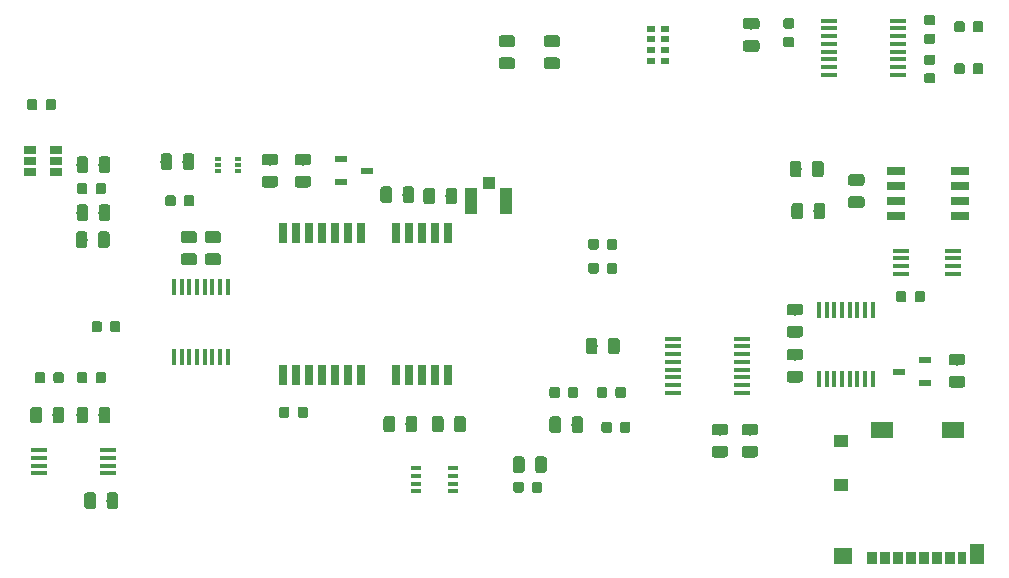
<source format=gbp>
G04 #@! TF.GenerationSoftware,KiCad,Pcbnew,(5.1.4)-1*
G04 #@! TF.CreationDate,2021-04-19T15:03:55+02:00*
G04 #@! TF.ProjectId,cSLIM-shield,63534c49-4d2d-4736-9869-656c642e6b69,rev?*
G04 #@! TF.SameCoordinates,Original*
G04 #@! TF.FileFunction,Paste,Bot*
G04 #@! TF.FilePolarity,Positive*
%FSLAX46Y46*%
G04 Gerber Fmt 4.6, Leading zero omitted, Abs format (unit mm)*
G04 Created by KiCad (PCBNEW (5.1.4)-1) date 2021-04-19 15:03:55*
%MOMM*%
%LPD*%
G04 APERTURE LIST*
%ADD10C,0.250000*%
%ADD11C,0.975000*%
%ADD12C,0.875000*%
%ADD13R,1.525000X0.650000*%
%ADD14R,1.425000X0.450000*%
%ADD15R,1.475000X0.450000*%
%ADD16R,0.450000X1.475000*%
%ADD17R,1.050000X0.600000*%
%ADD18R,0.800000X1.800000*%
%ADD19R,0.850000X1.100000*%
%ADD20R,0.750000X1.100000*%
%ADD21R,1.170000X1.800000*%
%ADD22R,1.900000X1.350000*%
%ADD23R,1.200000X1.000000*%
%ADD24R,1.550000X1.350000*%
%ADD25R,1.000000X1.050000*%
%ADD26R,1.050000X2.200000*%
%ADD27R,0.470000X0.300000*%
%ADD28R,1.060000X0.650000*%
%ADD29R,0.800000X0.500000*%
%ADD30R,0.850000X0.350000*%
G04 APERTURE END LIST*
D10*
G36*
X164938142Y-105473174D02*
G01*
X164961803Y-105476684D01*
X164985007Y-105482496D01*
X165007529Y-105490554D01*
X165029153Y-105500782D01*
X165049670Y-105513079D01*
X165068883Y-105527329D01*
X165086607Y-105543393D01*
X165102671Y-105561117D01*
X165116921Y-105580330D01*
X165129218Y-105600847D01*
X165139446Y-105622471D01*
X165147504Y-105644993D01*
X165153316Y-105668197D01*
X165156826Y-105691858D01*
X165158000Y-105715750D01*
X165158000Y-106628250D01*
X165156826Y-106652142D01*
X165153316Y-106675803D01*
X165147504Y-106699007D01*
X165139446Y-106721529D01*
X165129218Y-106743153D01*
X165116921Y-106763670D01*
X165102671Y-106782883D01*
X165086607Y-106800607D01*
X165068883Y-106816671D01*
X165049670Y-106830921D01*
X165029153Y-106843218D01*
X165007529Y-106853446D01*
X164985007Y-106861504D01*
X164961803Y-106867316D01*
X164938142Y-106870826D01*
X164914250Y-106872000D01*
X164426750Y-106872000D01*
X164402858Y-106870826D01*
X164379197Y-106867316D01*
X164355993Y-106861504D01*
X164333471Y-106853446D01*
X164311847Y-106843218D01*
X164291330Y-106830921D01*
X164272117Y-106816671D01*
X164254393Y-106800607D01*
X164238329Y-106782883D01*
X164224079Y-106763670D01*
X164211782Y-106743153D01*
X164201554Y-106721529D01*
X164193496Y-106699007D01*
X164187684Y-106675803D01*
X164184174Y-106652142D01*
X164183000Y-106628250D01*
X164183000Y-105715750D01*
X164184174Y-105691858D01*
X164187684Y-105668197D01*
X164193496Y-105644993D01*
X164201554Y-105622471D01*
X164211782Y-105600847D01*
X164224079Y-105580330D01*
X164238329Y-105561117D01*
X164254393Y-105543393D01*
X164272117Y-105527329D01*
X164291330Y-105513079D01*
X164311847Y-105500782D01*
X164333471Y-105490554D01*
X164355993Y-105482496D01*
X164379197Y-105476684D01*
X164402858Y-105473174D01*
X164426750Y-105472000D01*
X164914250Y-105472000D01*
X164938142Y-105473174D01*
X164938142Y-105473174D01*
G37*
D11*
X164670500Y-106172000D03*
D10*
G36*
X166813142Y-105473174D02*
G01*
X166836803Y-105476684D01*
X166860007Y-105482496D01*
X166882529Y-105490554D01*
X166904153Y-105500782D01*
X166924670Y-105513079D01*
X166943883Y-105527329D01*
X166961607Y-105543393D01*
X166977671Y-105561117D01*
X166991921Y-105580330D01*
X167004218Y-105600847D01*
X167014446Y-105622471D01*
X167022504Y-105644993D01*
X167028316Y-105668197D01*
X167031826Y-105691858D01*
X167033000Y-105715750D01*
X167033000Y-106628250D01*
X167031826Y-106652142D01*
X167028316Y-106675803D01*
X167022504Y-106699007D01*
X167014446Y-106721529D01*
X167004218Y-106743153D01*
X166991921Y-106763670D01*
X166977671Y-106782883D01*
X166961607Y-106800607D01*
X166943883Y-106816671D01*
X166924670Y-106830921D01*
X166904153Y-106843218D01*
X166882529Y-106853446D01*
X166860007Y-106861504D01*
X166836803Y-106867316D01*
X166813142Y-106870826D01*
X166789250Y-106872000D01*
X166301750Y-106872000D01*
X166277858Y-106870826D01*
X166254197Y-106867316D01*
X166230993Y-106861504D01*
X166208471Y-106853446D01*
X166186847Y-106843218D01*
X166166330Y-106830921D01*
X166147117Y-106816671D01*
X166129393Y-106800607D01*
X166113329Y-106782883D01*
X166099079Y-106763670D01*
X166086782Y-106743153D01*
X166076554Y-106721529D01*
X166068496Y-106699007D01*
X166062684Y-106675803D01*
X166059174Y-106652142D01*
X166058000Y-106628250D01*
X166058000Y-105715750D01*
X166059174Y-105691858D01*
X166062684Y-105668197D01*
X166068496Y-105644993D01*
X166076554Y-105622471D01*
X166086782Y-105600847D01*
X166099079Y-105580330D01*
X166113329Y-105561117D01*
X166129393Y-105543393D01*
X166147117Y-105527329D01*
X166166330Y-105513079D01*
X166186847Y-105500782D01*
X166208471Y-105490554D01*
X166230993Y-105482496D01*
X166254197Y-105476684D01*
X166277858Y-105473174D01*
X166301750Y-105472000D01*
X166789250Y-105472000D01*
X166813142Y-105473174D01*
X166813142Y-105473174D01*
G37*
D11*
X166545500Y-106172000D03*
D10*
G36*
X191121691Y-101507053D02*
G01*
X191142926Y-101510203D01*
X191163750Y-101515419D01*
X191183962Y-101522651D01*
X191203368Y-101531830D01*
X191221781Y-101542866D01*
X191239024Y-101555654D01*
X191254930Y-101570070D01*
X191269346Y-101585976D01*
X191282134Y-101603219D01*
X191293170Y-101621632D01*
X191302349Y-101641038D01*
X191309581Y-101661250D01*
X191314797Y-101682074D01*
X191317947Y-101703309D01*
X191319000Y-101724750D01*
X191319000Y-102237250D01*
X191317947Y-102258691D01*
X191314797Y-102279926D01*
X191309581Y-102300750D01*
X191302349Y-102320962D01*
X191293170Y-102340368D01*
X191282134Y-102358781D01*
X191269346Y-102376024D01*
X191254930Y-102391930D01*
X191239024Y-102406346D01*
X191221781Y-102419134D01*
X191203368Y-102430170D01*
X191183962Y-102439349D01*
X191163750Y-102446581D01*
X191142926Y-102451797D01*
X191121691Y-102454947D01*
X191100250Y-102456000D01*
X190662750Y-102456000D01*
X190641309Y-102454947D01*
X190620074Y-102451797D01*
X190599250Y-102446581D01*
X190579038Y-102439349D01*
X190559632Y-102430170D01*
X190541219Y-102419134D01*
X190523976Y-102406346D01*
X190508070Y-102391930D01*
X190493654Y-102376024D01*
X190480866Y-102358781D01*
X190469830Y-102340368D01*
X190460651Y-102320962D01*
X190453419Y-102300750D01*
X190448203Y-102279926D01*
X190445053Y-102258691D01*
X190444000Y-102237250D01*
X190444000Y-101724750D01*
X190445053Y-101703309D01*
X190448203Y-101682074D01*
X190453419Y-101661250D01*
X190460651Y-101641038D01*
X190469830Y-101621632D01*
X190480866Y-101603219D01*
X190493654Y-101585976D01*
X190508070Y-101570070D01*
X190523976Y-101555654D01*
X190541219Y-101542866D01*
X190559632Y-101531830D01*
X190579038Y-101522651D01*
X190599250Y-101515419D01*
X190620074Y-101510203D01*
X190641309Y-101507053D01*
X190662750Y-101506000D01*
X191100250Y-101506000D01*
X191121691Y-101507053D01*
X191121691Y-101507053D01*
G37*
D12*
X190881500Y-101981000D03*
D10*
G36*
X192696691Y-101507053D02*
G01*
X192717926Y-101510203D01*
X192738750Y-101515419D01*
X192758962Y-101522651D01*
X192778368Y-101531830D01*
X192796781Y-101542866D01*
X192814024Y-101555654D01*
X192829930Y-101570070D01*
X192844346Y-101585976D01*
X192857134Y-101603219D01*
X192868170Y-101621632D01*
X192877349Y-101641038D01*
X192884581Y-101661250D01*
X192889797Y-101682074D01*
X192892947Y-101703309D01*
X192894000Y-101724750D01*
X192894000Y-102237250D01*
X192892947Y-102258691D01*
X192889797Y-102279926D01*
X192884581Y-102300750D01*
X192877349Y-102320962D01*
X192868170Y-102340368D01*
X192857134Y-102358781D01*
X192844346Y-102376024D01*
X192829930Y-102391930D01*
X192814024Y-102406346D01*
X192796781Y-102419134D01*
X192778368Y-102430170D01*
X192758962Y-102439349D01*
X192738750Y-102446581D01*
X192717926Y-102451797D01*
X192696691Y-102454947D01*
X192675250Y-102456000D01*
X192237750Y-102456000D01*
X192216309Y-102454947D01*
X192195074Y-102451797D01*
X192174250Y-102446581D01*
X192154038Y-102439349D01*
X192134632Y-102430170D01*
X192116219Y-102419134D01*
X192098976Y-102406346D01*
X192083070Y-102391930D01*
X192068654Y-102376024D01*
X192055866Y-102358781D01*
X192044830Y-102340368D01*
X192035651Y-102320962D01*
X192028419Y-102300750D01*
X192023203Y-102279926D01*
X192020053Y-102258691D01*
X192019000Y-102237250D01*
X192019000Y-101724750D01*
X192020053Y-101703309D01*
X192023203Y-101682074D01*
X192028419Y-101661250D01*
X192035651Y-101641038D01*
X192044830Y-101621632D01*
X192055866Y-101603219D01*
X192068654Y-101585976D01*
X192083070Y-101570070D01*
X192098976Y-101555654D01*
X192116219Y-101542866D01*
X192134632Y-101531830D01*
X192154038Y-101522651D01*
X192174250Y-101515419D01*
X192195074Y-101510203D01*
X192216309Y-101507053D01*
X192237750Y-101506000D01*
X192675250Y-101506000D01*
X192696691Y-101507053D01*
X192696691Y-101507053D01*
G37*
D12*
X192456500Y-101981000D03*
D10*
G36*
X196048691Y-78647053D02*
G01*
X196069926Y-78650203D01*
X196090750Y-78655419D01*
X196110962Y-78662651D01*
X196130368Y-78671830D01*
X196148781Y-78682866D01*
X196166024Y-78695654D01*
X196181930Y-78710070D01*
X196196346Y-78725976D01*
X196209134Y-78743219D01*
X196220170Y-78761632D01*
X196229349Y-78781038D01*
X196236581Y-78801250D01*
X196241797Y-78822074D01*
X196244947Y-78843309D01*
X196246000Y-78864750D01*
X196246000Y-79377250D01*
X196244947Y-79398691D01*
X196241797Y-79419926D01*
X196236581Y-79440750D01*
X196229349Y-79460962D01*
X196220170Y-79480368D01*
X196209134Y-79498781D01*
X196196346Y-79516024D01*
X196181930Y-79531930D01*
X196166024Y-79546346D01*
X196148781Y-79559134D01*
X196130368Y-79570170D01*
X196110962Y-79579349D01*
X196090750Y-79586581D01*
X196069926Y-79591797D01*
X196048691Y-79594947D01*
X196027250Y-79596000D01*
X195589750Y-79596000D01*
X195568309Y-79594947D01*
X195547074Y-79591797D01*
X195526250Y-79586581D01*
X195506038Y-79579349D01*
X195486632Y-79570170D01*
X195468219Y-79559134D01*
X195450976Y-79546346D01*
X195435070Y-79531930D01*
X195420654Y-79516024D01*
X195407866Y-79498781D01*
X195396830Y-79480368D01*
X195387651Y-79460962D01*
X195380419Y-79440750D01*
X195375203Y-79419926D01*
X195372053Y-79398691D01*
X195371000Y-79377250D01*
X195371000Y-78864750D01*
X195372053Y-78843309D01*
X195375203Y-78822074D01*
X195380419Y-78801250D01*
X195387651Y-78781038D01*
X195396830Y-78761632D01*
X195407866Y-78743219D01*
X195420654Y-78725976D01*
X195435070Y-78710070D01*
X195450976Y-78695654D01*
X195468219Y-78682866D01*
X195486632Y-78671830D01*
X195506038Y-78662651D01*
X195526250Y-78655419D01*
X195547074Y-78650203D01*
X195568309Y-78647053D01*
X195589750Y-78646000D01*
X196027250Y-78646000D01*
X196048691Y-78647053D01*
X196048691Y-78647053D01*
G37*
D12*
X195808500Y-79121000D03*
D10*
G36*
X197623691Y-78647053D02*
G01*
X197644926Y-78650203D01*
X197665750Y-78655419D01*
X197685962Y-78662651D01*
X197705368Y-78671830D01*
X197723781Y-78682866D01*
X197741024Y-78695654D01*
X197756930Y-78710070D01*
X197771346Y-78725976D01*
X197784134Y-78743219D01*
X197795170Y-78761632D01*
X197804349Y-78781038D01*
X197811581Y-78801250D01*
X197816797Y-78822074D01*
X197819947Y-78843309D01*
X197821000Y-78864750D01*
X197821000Y-79377250D01*
X197819947Y-79398691D01*
X197816797Y-79419926D01*
X197811581Y-79440750D01*
X197804349Y-79460962D01*
X197795170Y-79480368D01*
X197784134Y-79498781D01*
X197771346Y-79516024D01*
X197756930Y-79531930D01*
X197741024Y-79546346D01*
X197723781Y-79559134D01*
X197705368Y-79570170D01*
X197685962Y-79579349D01*
X197665750Y-79586581D01*
X197644926Y-79591797D01*
X197623691Y-79594947D01*
X197602250Y-79596000D01*
X197164750Y-79596000D01*
X197143309Y-79594947D01*
X197122074Y-79591797D01*
X197101250Y-79586581D01*
X197081038Y-79579349D01*
X197061632Y-79570170D01*
X197043219Y-79559134D01*
X197025976Y-79546346D01*
X197010070Y-79531930D01*
X196995654Y-79516024D01*
X196982866Y-79498781D01*
X196971830Y-79480368D01*
X196962651Y-79460962D01*
X196955419Y-79440750D01*
X196950203Y-79419926D01*
X196947053Y-79398691D01*
X196946000Y-79377250D01*
X196946000Y-78864750D01*
X196947053Y-78843309D01*
X196950203Y-78822074D01*
X196955419Y-78801250D01*
X196962651Y-78781038D01*
X196971830Y-78761632D01*
X196982866Y-78743219D01*
X196995654Y-78725976D01*
X197010070Y-78710070D01*
X197025976Y-78695654D01*
X197043219Y-78682866D01*
X197061632Y-78671830D01*
X197081038Y-78662651D01*
X197101250Y-78655419D01*
X197122074Y-78650203D01*
X197143309Y-78647053D01*
X197164750Y-78646000D01*
X197602250Y-78646000D01*
X197623691Y-78647053D01*
X197623691Y-78647053D01*
G37*
D12*
X197383500Y-79121000D03*
D10*
G36*
X196048691Y-82203053D02*
G01*
X196069926Y-82206203D01*
X196090750Y-82211419D01*
X196110962Y-82218651D01*
X196130368Y-82227830D01*
X196148781Y-82238866D01*
X196166024Y-82251654D01*
X196181930Y-82266070D01*
X196196346Y-82281976D01*
X196209134Y-82299219D01*
X196220170Y-82317632D01*
X196229349Y-82337038D01*
X196236581Y-82357250D01*
X196241797Y-82378074D01*
X196244947Y-82399309D01*
X196246000Y-82420750D01*
X196246000Y-82933250D01*
X196244947Y-82954691D01*
X196241797Y-82975926D01*
X196236581Y-82996750D01*
X196229349Y-83016962D01*
X196220170Y-83036368D01*
X196209134Y-83054781D01*
X196196346Y-83072024D01*
X196181930Y-83087930D01*
X196166024Y-83102346D01*
X196148781Y-83115134D01*
X196130368Y-83126170D01*
X196110962Y-83135349D01*
X196090750Y-83142581D01*
X196069926Y-83147797D01*
X196048691Y-83150947D01*
X196027250Y-83152000D01*
X195589750Y-83152000D01*
X195568309Y-83150947D01*
X195547074Y-83147797D01*
X195526250Y-83142581D01*
X195506038Y-83135349D01*
X195486632Y-83126170D01*
X195468219Y-83115134D01*
X195450976Y-83102346D01*
X195435070Y-83087930D01*
X195420654Y-83072024D01*
X195407866Y-83054781D01*
X195396830Y-83036368D01*
X195387651Y-83016962D01*
X195380419Y-82996750D01*
X195375203Y-82975926D01*
X195372053Y-82954691D01*
X195371000Y-82933250D01*
X195371000Y-82420750D01*
X195372053Y-82399309D01*
X195375203Y-82378074D01*
X195380419Y-82357250D01*
X195387651Y-82337038D01*
X195396830Y-82317632D01*
X195407866Y-82299219D01*
X195420654Y-82281976D01*
X195435070Y-82266070D01*
X195450976Y-82251654D01*
X195468219Y-82238866D01*
X195486632Y-82227830D01*
X195506038Y-82218651D01*
X195526250Y-82211419D01*
X195547074Y-82206203D01*
X195568309Y-82203053D01*
X195589750Y-82202000D01*
X196027250Y-82202000D01*
X196048691Y-82203053D01*
X196048691Y-82203053D01*
G37*
D12*
X195808500Y-82677000D03*
D10*
G36*
X197623691Y-82203053D02*
G01*
X197644926Y-82206203D01*
X197665750Y-82211419D01*
X197685962Y-82218651D01*
X197705368Y-82227830D01*
X197723781Y-82238866D01*
X197741024Y-82251654D01*
X197756930Y-82266070D01*
X197771346Y-82281976D01*
X197784134Y-82299219D01*
X197795170Y-82317632D01*
X197804349Y-82337038D01*
X197811581Y-82357250D01*
X197816797Y-82378074D01*
X197819947Y-82399309D01*
X197821000Y-82420750D01*
X197821000Y-82933250D01*
X197819947Y-82954691D01*
X197816797Y-82975926D01*
X197811581Y-82996750D01*
X197804349Y-83016962D01*
X197795170Y-83036368D01*
X197784134Y-83054781D01*
X197771346Y-83072024D01*
X197756930Y-83087930D01*
X197741024Y-83102346D01*
X197723781Y-83115134D01*
X197705368Y-83126170D01*
X197685962Y-83135349D01*
X197665750Y-83142581D01*
X197644926Y-83147797D01*
X197623691Y-83150947D01*
X197602250Y-83152000D01*
X197164750Y-83152000D01*
X197143309Y-83150947D01*
X197122074Y-83147797D01*
X197101250Y-83142581D01*
X197081038Y-83135349D01*
X197061632Y-83126170D01*
X197043219Y-83115134D01*
X197025976Y-83102346D01*
X197010070Y-83087930D01*
X196995654Y-83072024D01*
X196982866Y-83054781D01*
X196971830Y-83036368D01*
X196962651Y-83016962D01*
X196955419Y-82996750D01*
X196950203Y-82975926D01*
X196947053Y-82954691D01*
X196946000Y-82933250D01*
X196946000Y-82420750D01*
X196947053Y-82399309D01*
X196950203Y-82378074D01*
X196955419Y-82357250D01*
X196962651Y-82337038D01*
X196971830Y-82317632D01*
X196982866Y-82299219D01*
X196995654Y-82281976D01*
X197010070Y-82266070D01*
X197025976Y-82251654D01*
X197043219Y-82238866D01*
X197061632Y-82227830D01*
X197081038Y-82218651D01*
X197101250Y-82211419D01*
X197122074Y-82206203D01*
X197143309Y-82203053D01*
X197164750Y-82202000D01*
X197602250Y-82202000D01*
X197623691Y-82203053D01*
X197623691Y-82203053D01*
G37*
D12*
X197383500Y-82677000D03*
D10*
G36*
X193571691Y-81478553D02*
G01*
X193592926Y-81481703D01*
X193613750Y-81486919D01*
X193633962Y-81494151D01*
X193653368Y-81503330D01*
X193671781Y-81514366D01*
X193689024Y-81527154D01*
X193704930Y-81541570D01*
X193719346Y-81557476D01*
X193732134Y-81574719D01*
X193743170Y-81593132D01*
X193752349Y-81612538D01*
X193759581Y-81632750D01*
X193764797Y-81653574D01*
X193767947Y-81674809D01*
X193769000Y-81696250D01*
X193769000Y-82133750D01*
X193767947Y-82155191D01*
X193764797Y-82176426D01*
X193759581Y-82197250D01*
X193752349Y-82217462D01*
X193743170Y-82236868D01*
X193732134Y-82255281D01*
X193719346Y-82272524D01*
X193704930Y-82288430D01*
X193689024Y-82302846D01*
X193671781Y-82315634D01*
X193653368Y-82326670D01*
X193633962Y-82335849D01*
X193613750Y-82343081D01*
X193592926Y-82348297D01*
X193571691Y-82351447D01*
X193550250Y-82352500D01*
X193037750Y-82352500D01*
X193016309Y-82351447D01*
X192995074Y-82348297D01*
X192974250Y-82343081D01*
X192954038Y-82335849D01*
X192934632Y-82326670D01*
X192916219Y-82315634D01*
X192898976Y-82302846D01*
X192883070Y-82288430D01*
X192868654Y-82272524D01*
X192855866Y-82255281D01*
X192844830Y-82236868D01*
X192835651Y-82217462D01*
X192828419Y-82197250D01*
X192823203Y-82176426D01*
X192820053Y-82155191D01*
X192819000Y-82133750D01*
X192819000Y-81696250D01*
X192820053Y-81674809D01*
X192823203Y-81653574D01*
X192828419Y-81632750D01*
X192835651Y-81612538D01*
X192844830Y-81593132D01*
X192855866Y-81574719D01*
X192868654Y-81557476D01*
X192883070Y-81541570D01*
X192898976Y-81527154D01*
X192916219Y-81514366D01*
X192934632Y-81503330D01*
X192954038Y-81494151D01*
X192974250Y-81486919D01*
X192995074Y-81481703D01*
X193016309Y-81478553D01*
X193037750Y-81477500D01*
X193550250Y-81477500D01*
X193571691Y-81478553D01*
X193571691Y-81478553D01*
G37*
D12*
X193294000Y-81915000D03*
D10*
G36*
X193571691Y-83053553D02*
G01*
X193592926Y-83056703D01*
X193613750Y-83061919D01*
X193633962Y-83069151D01*
X193653368Y-83078330D01*
X193671781Y-83089366D01*
X193689024Y-83102154D01*
X193704930Y-83116570D01*
X193719346Y-83132476D01*
X193732134Y-83149719D01*
X193743170Y-83168132D01*
X193752349Y-83187538D01*
X193759581Y-83207750D01*
X193764797Y-83228574D01*
X193767947Y-83249809D01*
X193769000Y-83271250D01*
X193769000Y-83708750D01*
X193767947Y-83730191D01*
X193764797Y-83751426D01*
X193759581Y-83772250D01*
X193752349Y-83792462D01*
X193743170Y-83811868D01*
X193732134Y-83830281D01*
X193719346Y-83847524D01*
X193704930Y-83863430D01*
X193689024Y-83877846D01*
X193671781Y-83890634D01*
X193653368Y-83901670D01*
X193633962Y-83910849D01*
X193613750Y-83918081D01*
X193592926Y-83923297D01*
X193571691Y-83926447D01*
X193550250Y-83927500D01*
X193037750Y-83927500D01*
X193016309Y-83926447D01*
X192995074Y-83923297D01*
X192974250Y-83918081D01*
X192954038Y-83910849D01*
X192934632Y-83901670D01*
X192916219Y-83890634D01*
X192898976Y-83877846D01*
X192883070Y-83863430D01*
X192868654Y-83847524D01*
X192855866Y-83830281D01*
X192844830Y-83811868D01*
X192835651Y-83792462D01*
X192828419Y-83772250D01*
X192823203Y-83751426D01*
X192820053Y-83730191D01*
X192819000Y-83708750D01*
X192819000Y-83271250D01*
X192820053Y-83249809D01*
X192823203Y-83228574D01*
X192828419Y-83207750D01*
X192835651Y-83187538D01*
X192844830Y-83168132D01*
X192855866Y-83149719D01*
X192868654Y-83132476D01*
X192883070Y-83116570D01*
X192898976Y-83102154D01*
X192916219Y-83089366D01*
X192934632Y-83078330D01*
X192954038Y-83069151D01*
X192974250Y-83061919D01*
X192995074Y-83056703D01*
X193016309Y-83053553D01*
X193037750Y-83052500D01*
X193550250Y-83052500D01*
X193571691Y-83053553D01*
X193571691Y-83053553D01*
G37*
D12*
X193294000Y-83490000D03*
D10*
G36*
X193571691Y-79700553D02*
G01*
X193592926Y-79703703D01*
X193613750Y-79708919D01*
X193633962Y-79716151D01*
X193653368Y-79725330D01*
X193671781Y-79736366D01*
X193689024Y-79749154D01*
X193704930Y-79763570D01*
X193719346Y-79779476D01*
X193732134Y-79796719D01*
X193743170Y-79815132D01*
X193752349Y-79834538D01*
X193759581Y-79854750D01*
X193764797Y-79875574D01*
X193767947Y-79896809D01*
X193769000Y-79918250D01*
X193769000Y-80355750D01*
X193767947Y-80377191D01*
X193764797Y-80398426D01*
X193759581Y-80419250D01*
X193752349Y-80439462D01*
X193743170Y-80458868D01*
X193732134Y-80477281D01*
X193719346Y-80494524D01*
X193704930Y-80510430D01*
X193689024Y-80524846D01*
X193671781Y-80537634D01*
X193653368Y-80548670D01*
X193633962Y-80557849D01*
X193613750Y-80565081D01*
X193592926Y-80570297D01*
X193571691Y-80573447D01*
X193550250Y-80574500D01*
X193037750Y-80574500D01*
X193016309Y-80573447D01*
X192995074Y-80570297D01*
X192974250Y-80565081D01*
X192954038Y-80557849D01*
X192934632Y-80548670D01*
X192916219Y-80537634D01*
X192898976Y-80524846D01*
X192883070Y-80510430D01*
X192868654Y-80494524D01*
X192855866Y-80477281D01*
X192844830Y-80458868D01*
X192835651Y-80439462D01*
X192828419Y-80419250D01*
X192823203Y-80398426D01*
X192820053Y-80377191D01*
X192819000Y-80355750D01*
X192819000Y-79918250D01*
X192820053Y-79896809D01*
X192823203Y-79875574D01*
X192828419Y-79854750D01*
X192835651Y-79834538D01*
X192844830Y-79815132D01*
X192855866Y-79796719D01*
X192868654Y-79779476D01*
X192883070Y-79763570D01*
X192898976Y-79749154D01*
X192916219Y-79736366D01*
X192934632Y-79725330D01*
X192954038Y-79716151D01*
X192974250Y-79708919D01*
X192995074Y-79703703D01*
X193016309Y-79700553D01*
X193037750Y-79699500D01*
X193550250Y-79699500D01*
X193571691Y-79700553D01*
X193571691Y-79700553D01*
G37*
D12*
X193294000Y-80137000D03*
D10*
G36*
X193571691Y-78125553D02*
G01*
X193592926Y-78128703D01*
X193613750Y-78133919D01*
X193633962Y-78141151D01*
X193653368Y-78150330D01*
X193671781Y-78161366D01*
X193689024Y-78174154D01*
X193704930Y-78188570D01*
X193719346Y-78204476D01*
X193732134Y-78221719D01*
X193743170Y-78240132D01*
X193752349Y-78259538D01*
X193759581Y-78279750D01*
X193764797Y-78300574D01*
X193767947Y-78321809D01*
X193769000Y-78343250D01*
X193769000Y-78780750D01*
X193767947Y-78802191D01*
X193764797Y-78823426D01*
X193759581Y-78844250D01*
X193752349Y-78864462D01*
X193743170Y-78883868D01*
X193732134Y-78902281D01*
X193719346Y-78919524D01*
X193704930Y-78935430D01*
X193689024Y-78949846D01*
X193671781Y-78962634D01*
X193653368Y-78973670D01*
X193633962Y-78982849D01*
X193613750Y-78990081D01*
X193592926Y-78995297D01*
X193571691Y-78998447D01*
X193550250Y-78999500D01*
X193037750Y-78999500D01*
X193016309Y-78998447D01*
X192995074Y-78995297D01*
X192974250Y-78990081D01*
X192954038Y-78982849D01*
X192934632Y-78973670D01*
X192916219Y-78962634D01*
X192898976Y-78949846D01*
X192883070Y-78935430D01*
X192868654Y-78919524D01*
X192855866Y-78902281D01*
X192844830Y-78883868D01*
X192835651Y-78864462D01*
X192828419Y-78844250D01*
X192823203Y-78823426D01*
X192820053Y-78802191D01*
X192819000Y-78780750D01*
X192819000Y-78343250D01*
X192820053Y-78321809D01*
X192823203Y-78300574D01*
X192828419Y-78279750D01*
X192835651Y-78259538D01*
X192844830Y-78240132D01*
X192855866Y-78221719D01*
X192868654Y-78204476D01*
X192883070Y-78188570D01*
X192898976Y-78174154D01*
X192916219Y-78161366D01*
X192934632Y-78150330D01*
X192954038Y-78141151D01*
X192974250Y-78133919D01*
X192995074Y-78128703D01*
X193016309Y-78125553D01*
X193037750Y-78124500D01*
X193550250Y-78124500D01*
X193571691Y-78125553D01*
X193571691Y-78125553D01*
G37*
D12*
X193294000Y-78562000D03*
D10*
G36*
X181633691Y-79980053D02*
G01*
X181654926Y-79983203D01*
X181675750Y-79988419D01*
X181695962Y-79995651D01*
X181715368Y-80004830D01*
X181733781Y-80015866D01*
X181751024Y-80028654D01*
X181766930Y-80043070D01*
X181781346Y-80058976D01*
X181794134Y-80076219D01*
X181805170Y-80094632D01*
X181814349Y-80114038D01*
X181821581Y-80134250D01*
X181826797Y-80155074D01*
X181829947Y-80176309D01*
X181831000Y-80197750D01*
X181831000Y-80635250D01*
X181829947Y-80656691D01*
X181826797Y-80677926D01*
X181821581Y-80698750D01*
X181814349Y-80718962D01*
X181805170Y-80738368D01*
X181794134Y-80756781D01*
X181781346Y-80774024D01*
X181766930Y-80789930D01*
X181751024Y-80804346D01*
X181733781Y-80817134D01*
X181715368Y-80828170D01*
X181695962Y-80837349D01*
X181675750Y-80844581D01*
X181654926Y-80849797D01*
X181633691Y-80852947D01*
X181612250Y-80854000D01*
X181099750Y-80854000D01*
X181078309Y-80852947D01*
X181057074Y-80849797D01*
X181036250Y-80844581D01*
X181016038Y-80837349D01*
X180996632Y-80828170D01*
X180978219Y-80817134D01*
X180960976Y-80804346D01*
X180945070Y-80789930D01*
X180930654Y-80774024D01*
X180917866Y-80756781D01*
X180906830Y-80738368D01*
X180897651Y-80718962D01*
X180890419Y-80698750D01*
X180885203Y-80677926D01*
X180882053Y-80656691D01*
X180881000Y-80635250D01*
X180881000Y-80197750D01*
X180882053Y-80176309D01*
X180885203Y-80155074D01*
X180890419Y-80134250D01*
X180897651Y-80114038D01*
X180906830Y-80094632D01*
X180917866Y-80076219D01*
X180930654Y-80058976D01*
X180945070Y-80043070D01*
X180960976Y-80028654D01*
X180978219Y-80015866D01*
X180996632Y-80004830D01*
X181016038Y-79995651D01*
X181036250Y-79988419D01*
X181057074Y-79983203D01*
X181078309Y-79980053D01*
X181099750Y-79979000D01*
X181612250Y-79979000D01*
X181633691Y-79980053D01*
X181633691Y-79980053D01*
G37*
D12*
X181356000Y-80416500D03*
D10*
G36*
X181633691Y-78405053D02*
G01*
X181654926Y-78408203D01*
X181675750Y-78413419D01*
X181695962Y-78420651D01*
X181715368Y-78429830D01*
X181733781Y-78440866D01*
X181751024Y-78453654D01*
X181766930Y-78468070D01*
X181781346Y-78483976D01*
X181794134Y-78501219D01*
X181805170Y-78519632D01*
X181814349Y-78539038D01*
X181821581Y-78559250D01*
X181826797Y-78580074D01*
X181829947Y-78601309D01*
X181831000Y-78622750D01*
X181831000Y-79060250D01*
X181829947Y-79081691D01*
X181826797Y-79102926D01*
X181821581Y-79123750D01*
X181814349Y-79143962D01*
X181805170Y-79163368D01*
X181794134Y-79181781D01*
X181781346Y-79199024D01*
X181766930Y-79214930D01*
X181751024Y-79229346D01*
X181733781Y-79242134D01*
X181715368Y-79253170D01*
X181695962Y-79262349D01*
X181675750Y-79269581D01*
X181654926Y-79274797D01*
X181633691Y-79277947D01*
X181612250Y-79279000D01*
X181099750Y-79279000D01*
X181078309Y-79277947D01*
X181057074Y-79274797D01*
X181036250Y-79269581D01*
X181016038Y-79262349D01*
X180996632Y-79253170D01*
X180978219Y-79242134D01*
X180960976Y-79229346D01*
X180945070Y-79214930D01*
X180930654Y-79199024D01*
X180917866Y-79181781D01*
X180906830Y-79163368D01*
X180897651Y-79143962D01*
X180890419Y-79123750D01*
X180885203Y-79102926D01*
X180882053Y-79081691D01*
X180881000Y-79060250D01*
X180881000Y-78622750D01*
X180882053Y-78601309D01*
X180885203Y-78580074D01*
X180890419Y-78559250D01*
X180897651Y-78539038D01*
X180906830Y-78519632D01*
X180917866Y-78501219D01*
X180930654Y-78483976D01*
X180945070Y-78468070D01*
X180960976Y-78453654D01*
X180978219Y-78440866D01*
X180996632Y-78429830D01*
X181016038Y-78420651D01*
X181036250Y-78413419D01*
X181057074Y-78408203D01*
X181078309Y-78405053D01*
X181099750Y-78404000D01*
X181612250Y-78404000D01*
X181633691Y-78405053D01*
X181633691Y-78405053D01*
G37*
D12*
X181356000Y-78841500D03*
D10*
G36*
X124573691Y-104047053D02*
G01*
X124594926Y-104050203D01*
X124615750Y-104055419D01*
X124635962Y-104062651D01*
X124655368Y-104071830D01*
X124673781Y-104082866D01*
X124691024Y-104095654D01*
X124706930Y-104110070D01*
X124721346Y-104125976D01*
X124734134Y-104143219D01*
X124745170Y-104161632D01*
X124754349Y-104181038D01*
X124761581Y-104201250D01*
X124766797Y-104222074D01*
X124769947Y-104243309D01*
X124771000Y-104264750D01*
X124771000Y-104777250D01*
X124769947Y-104798691D01*
X124766797Y-104819926D01*
X124761581Y-104840750D01*
X124754349Y-104860962D01*
X124745170Y-104880368D01*
X124734134Y-104898781D01*
X124721346Y-104916024D01*
X124706930Y-104931930D01*
X124691024Y-104946346D01*
X124673781Y-104959134D01*
X124655368Y-104970170D01*
X124635962Y-104979349D01*
X124615750Y-104986581D01*
X124594926Y-104991797D01*
X124573691Y-104994947D01*
X124552250Y-104996000D01*
X124114750Y-104996000D01*
X124093309Y-104994947D01*
X124072074Y-104991797D01*
X124051250Y-104986581D01*
X124031038Y-104979349D01*
X124011632Y-104970170D01*
X123993219Y-104959134D01*
X123975976Y-104946346D01*
X123960070Y-104931930D01*
X123945654Y-104916024D01*
X123932866Y-104898781D01*
X123921830Y-104880368D01*
X123912651Y-104860962D01*
X123905419Y-104840750D01*
X123900203Y-104819926D01*
X123897053Y-104798691D01*
X123896000Y-104777250D01*
X123896000Y-104264750D01*
X123897053Y-104243309D01*
X123900203Y-104222074D01*
X123905419Y-104201250D01*
X123912651Y-104181038D01*
X123921830Y-104161632D01*
X123932866Y-104143219D01*
X123945654Y-104125976D01*
X123960070Y-104110070D01*
X123975976Y-104095654D01*
X123993219Y-104082866D01*
X124011632Y-104071830D01*
X124031038Y-104062651D01*
X124051250Y-104055419D01*
X124072074Y-104050203D01*
X124093309Y-104047053D01*
X124114750Y-104046000D01*
X124552250Y-104046000D01*
X124573691Y-104047053D01*
X124573691Y-104047053D01*
G37*
D12*
X124333500Y-104521000D03*
D10*
G36*
X122998691Y-104047053D02*
G01*
X123019926Y-104050203D01*
X123040750Y-104055419D01*
X123060962Y-104062651D01*
X123080368Y-104071830D01*
X123098781Y-104082866D01*
X123116024Y-104095654D01*
X123131930Y-104110070D01*
X123146346Y-104125976D01*
X123159134Y-104143219D01*
X123170170Y-104161632D01*
X123179349Y-104181038D01*
X123186581Y-104201250D01*
X123191797Y-104222074D01*
X123194947Y-104243309D01*
X123196000Y-104264750D01*
X123196000Y-104777250D01*
X123194947Y-104798691D01*
X123191797Y-104819926D01*
X123186581Y-104840750D01*
X123179349Y-104860962D01*
X123170170Y-104880368D01*
X123159134Y-104898781D01*
X123146346Y-104916024D01*
X123131930Y-104931930D01*
X123116024Y-104946346D01*
X123098781Y-104959134D01*
X123080368Y-104970170D01*
X123060962Y-104979349D01*
X123040750Y-104986581D01*
X123019926Y-104991797D01*
X122998691Y-104994947D01*
X122977250Y-104996000D01*
X122539750Y-104996000D01*
X122518309Y-104994947D01*
X122497074Y-104991797D01*
X122476250Y-104986581D01*
X122456038Y-104979349D01*
X122436632Y-104970170D01*
X122418219Y-104959134D01*
X122400976Y-104946346D01*
X122385070Y-104931930D01*
X122370654Y-104916024D01*
X122357866Y-104898781D01*
X122346830Y-104880368D01*
X122337651Y-104860962D01*
X122330419Y-104840750D01*
X122325203Y-104819926D01*
X122322053Y-104798691D01*
X122321000Y-104777250D01*
X122321000Y-104264750D01*
X122322053Y-104243309D01*
X122325203Y-104222074D01*
X122330419Y-104201250D01*
X122337651Y-104181038D01*
X122346830Y-104161632D01*
X122357866Y-104143219D01*
X122370654Y-104125976D01*
X122385070Y-104110070D01*
X122400976Y-104095654D01*
X122418219Y-104082866D01*
X122436632Y-104071830D01*
X122456038Y-104062651D01*
X122476250Y-104055419D01*
X122497074Y-104050203D01*
X122518309Y-104047053D01*
X122539750Y-104046000D01*
X122977250Y-104046000D01*
X122998691Y-104047053D01*
X122998691Y-104047053D01*
G37*
D12*
X122758500Y-104521000D03*
D10*
G36*
X123354691Y-108365053D02*
G01*
X123375926Y-108368203D01*
X123396750Y-108373419D01*
X123416962Y-108380651D01*
X123436368Y-108389830D01*
X123454781Y-108400866D01*
X123472024Y-108413654D01*
X123487930Y-108428070D01*
X123502346Y-108443976D01*
X123515134Y-108461219D01*
X123526170Y-108479632D01*
X123535349Y-108499038D01*
X123542581Y-108519250D01*
X123547797Y-108540074D01*
X123550947Y-108561309D01*
X123552000Y-108582750D01*
X123552000Y-109095250D01*
X123550947Y-109116691D01*
X123547797Y-109137926D01*
X123542581Y-109158750D01*
X123535349Y-109178962D01*
X123526170Y-109198368D01*
X123515134Y-109216781D01*
X123502346Y-109234024D01*
X123487930Y-109249930D01*
X123472024Y-109264346D01*
X123454781Y-109277134D01*
X123436368Y-109288170D01*
X123416962Y-109297349D01*
X123396750Y-109304581D01*
X123375926Y-109309797D01*
X123354691Y-109312947D01*
X123333250Y-109314000D01*
X122895750Y-109314000D01*
X122874309Y-109312947D01*
X122853074Y-109309797D01*
X122832250Y-109304581D01*
X122812038Y-109297349D01*
X122792632Y-109288170D01*
X122774219Y-109277134D01*
X122756976Y-109264346D01*
X122741070Y-109249930D01*
X122726654Y-109234024D01*
X122713866Y-109216781D01*
X122702830Y-109198368D01*
X122693651Y-109178962D01*
X122686419Y-109158750D01*
X122681203Y-109137926D01*
X122678053Y-109116691D01*
X122677000Y-109095250D01*
X122677000Y-108582750D01*
X122678053Y-108561309D01*
X122681203Y-108540074D01*
X122686419Y-108519250D01*
X122693651Y-108499038D01*
X122702830Y-108479632D01*
X122713866Y-108461219D01*
X122726654Y-108443976D01*
X122741070Y-108428070D01*
X122756976Y-108413654D01*
X122774219Y-108400866D01*
X122792632Y-108389830D01*
X122812038Y-108380651D01*
X122832250Y-108373419D01*
X122853074Y-108368203D01*
X122874309Y-108365053D01*
X122895750Y-108364000D01*
X123333250Y-108364000D01*
X123354691Y-108365053D01*
X123354691Y-108365053D01*
G37*
D12*
X123114500Y-108839000D03*
D10*
G36*
X121779691Y-108365053D02*
G01*
X121800926Y-108368203D01*
X121821750Y-108373419D01*
X121841962Y-108380651D01*
X121861368Y-108389830D01*
X121879781Y-108400866D01*
X121897024Y-108413654D01*
X121912930Y-108428070D01*
X121927346Y-108443976D01*
X121940134Y-108461219D01*
X121951170Y-108479632D01*
X121960349Y-108499038D01*
X121967581Y-108519250D01*
X121972797Y-108540074D01*
X121975947Y-108561309D01*
X121977000Y-108582750D01*
X121977000Y-109095250D01*
X121975947Y-109116691D01*
X121972797Y-109137926D01*
X121967581Y-109158750D01*
X121960349Y-109178962D01*
X121951170Y-109198368D01*
X121940134Y-109216781D01*
X121927346Y-109234024D01*
X121912930Y-109249930D01*
X121897024Y-109264346D01*
X121879781Y-109277134D01*
X121861368Y-109288170D01*
X121841962Y-109297349D01*
X121821750Y-109304581D01*
X121800926Y-109309797D01*
X121779691Y-109312947D01*
X121758250Y-109314000D01*
X121320750Y-109314000D01*
X121299309Y-109312947D01*
X121278074Y-109309797D01*
X121257250Y-109304581D01*
X121237038Y-109297349D01*
X121217632Y-109288170D01*
X121199219Y-109277134D01*
X121181976Y-109264346D01*
X121166070Y-109249930D01*
X121151654Y-109234024D01*
X121138866Y-109216781D01*
X121127830Y-109198368D01*
X121118651Y-109178962D01*
X121111419Y-109158750D01*
X121106203Y-109137926D01*
X121103053Y-109116691D01*
X121102000Y-109095250D01*
X121102000Y-108582750D01*
X121103053Y-108561309D01*
X121106203Y-108540074D01*
X121111419Y-108519250D01*
X121118651Y-108499038D01*
X121127830Y-108479632D01*
X121138866Y-108461219D01*
X121151654Y-108443976D01*
X121166070Y-108428070D01*
X121181976Y-108413654D01*
X121199219Y-108400866D01*
X121217632Y-108389830D01*
X121237038Y-108380651D01*
X121257250Y-108373419D01*
X121278074Y-108368203D01*
X121299309Y-108365053D01*
X121320750Y-108364000D01*
X121758250Y-108364000D01*
X121779691Y-108365053D01*
X121779691Y-108365053D01*
G37*
D12*
X121539500Y-108839000D03*
D10*
G36*
X121779691Y-92363053D02*
G01*
X121800926Y-92366203D01*
X121821750Y-92371419D01*
X121841962Y-92378651D01*
X121861368Y-92387830D01*
X121879781Y-92398866D01*
X121897024Y-92411654D01*
X121912930Y-92426070D01*
X121927346Y-92441976D01*
X121940134Y-92459219D01*
X121951170Y-92477632D01*
X121960349Y-92497038D01*
X121967581Y-92517250D01*
X121972797Y-92538074D01*
X121975947Y-92559309D01*
X121977000Y-92580750D01*
X121977000Y-93093250D01*
X121975947Y-93114691D01*
X121972797Y-93135926D01*
X121967581Y-93156750D01*
X121960349Y-93176962D01*
X121951170Y-93196368D01*
X121940134Y-93214781D01*
X121927346Y-93232024D01*
X121912930Y-93247930D01*
X121897024Y-93262346D01*
X121879781Y-93275134D01*
X121861368Y-93286170D01*
X121841962Y-93295349D01*
X121821750Y-93302581D01*
X121800926Y-93307797D01*
X121779691Y-93310947D01*
X121758250Y-93312000D01*
X121320750Y-93312000D01*
X121299309Y-93310947D01*
X121278074Y-93307797D01*
X121257250Y-93302581D01*
X121237038Y-93295349D01*
X121217632Y-93286170D01*
X121199219Y-93275134D01*
X121181976Y-93262346D01*
X121166070Y-93247930D01*
X121151654Y-93232024D01*
X121138866Y-93214781D01*
X121127830Y-93196368D01*
X121118651Y-93176962D01*
X121111419Y-93156750D01*
X121106203Y-93135926D01*
X121103053Y-93114691D01*
X121102000Y-93093250D01*
X121102000Y-92580750D01*
X121103053Y-92559309D01*
X121106203Y-92538074D01*
X121111419Y-92517250D01*
X121118651Y-92497038D01*
X121127830Y-92477632D01*
X121138866Y-92459219D01*
X121151654Y-92441976D01*
X121166070Y-92426070D01*
X121181976Y-92411654D01*
X121199219Y-92398866D01*
X121217632Y-92387830D01*
X121237038Y-92378651D01*
X121257250Y-92371419D01*
X121278074Y-92366203D01*
X121299309Y-92363053D01*
X121320750Y-92362000D01*
X121758250Y-92362000D01*
X121779691Y-92363053D01*
X121779691Y-92363053D01*
G37*
D12*
X121539500Y-92837000D03*
D10*
G36*
X123354691Y-92363053D02*
G01*
X123375926Y-92366203D01*
X123396750Y-92371419D01*
X123416962Y-92378651D01*
X123436368Y-92387830D01*
X123454781Y-92398866D01*
X123472024Y-92411654D01*
X123487930Y-92426070D01*
X123502346Y-92441976D01*
X123515134Y-92459219D01*
X123526170Y-92477632D01*
X123535349Y-92497038D01*
X123542581Y-92517250D01*
X123547797Y-92538074D01*
X123550947Y-92559309D01*
X123552000Y-92580750D01*
X123552000Y-93093250D01*
X123550947Y-93114691D01*
X123547797Y-93135926D01*
X123542581Y-93156750D01*
X123535349Y-93176962D01*
X123526170Y-93196368D01*
X123515134Y-93214781D01*
X123502346Y-93232024D01*
X123487930Y-93247930D01*
X123472024Y-93262346D01*
X123454781Y-93275134D01*
X123436368Y-93286170D01*
X123416962Y-93295349D01*
X123396750Y-93302581D01*
X123375926Y-93307797D01*
X123354691Y-93310947D01*
X123333250Y-93312000D01*
X122895750Y-93312000D01*
X122874309Y-93310947D01*
X122853074Y-93307797D01*
X122832250Y-93302581D01*
X122812038Y-93295349D01*
X122792632Y-93286170D01*
X122774219Y-93275134D01*
X122756976Y-93262346D01*
X122741070Y-93247930D01*
X122726654Y-93232024D01*
X122713866Y-93214781D01*
X122702830Y-93196368D01*
X122693651Y-93176962D01*
X122686419Y-93156750D01*
X122681203Y-93135926D01*
X122678053Y-93114691D01*
X122677000Y-93093250D01*
X122677000Y-92580750D01*
X122678053Y-92559309D01*
X122681203Y-92538074D01*
X122686419Y-92517250D01*
X122693651Y-92497038D01*
X122702830Y-92477632D01*
X122713866Y-92459219D01*
X122726654Y-92441976D01*
X122741070Y-92426070D01*
X122756976Y-92411654D01*
X122774219Y-92398866D01*
X122792632Y-92387830D01*
X122812038Y-92378651D01*
X122832250Y-92371419D01*
X122853074Y-92366203D01*
X122874309Y-92363053D01*
X122895750Y-92362000D01*
X123333250Y-92362000D01*
X123354691Y-92363053D01*
X123354691Y-92363053D01*
G37*
D12*
X123114500Y-92837000D03*
D10*
G36*
X119772691Y-108365053D02*
G01*
X119793926Y-108368203D01*
X119814750Y-108373419D01*
X119834962Y-108380651D01*
X119854368Y-108389830D01*
X119872781Y-108400866D01*
X119890024Y-108413654D01*
X119905930Y-108428070D01*
X119920346Y-108443976D01*
X119933134Y-108461219D01*
X119944170Y-108479632D01*
X119953349Y-108499038D01*
X119960581Y-108519250D01*
X119965797Y-108540074D01*
X119968947Y-108561309D01*
X119970000Y-108582750D01*
X119970000Y-109095250D01*
X119968947Y-109116691D01*
X119965797Y-109137926D01*
X119960581Y-109158750D01*
X119953349Y-109178962D01*
X119944170Y-109198368D01*
X119933134Y-109216781D01*
X119920346Y-109234024D01*
X119905930Y-109249930D01*
X119890024Y-109264346D01*
X119872781Y-109277134D01*
X119854368Y-109288170D01*
X119834962Y-109297349D01*
X119814750Y-109304581D01*
X119793926Y-109309797D01*
X119772691Y-109312947D01*
X119751250Y-109314000D01*
X119313750Y-109314000D01*
X119292309Y-109312947D01*
X119271074Y-109309797D01*
X119250250Y-109304581D01*
X119230038Y-109297349D01*
X119210632Y-109288170D01*
X119192219Y-109277134D01*
X119174976Y-109264346D01*
X119159070Y-109249930D01*
X119144654Y-109234024D01*
X119131866Y-109216781D01*
X119120830Y-109198368D01*
X119111651Y-109178962D01*
X119104419Y-109158750D01*
X119099203Y-109137926D01*
X119096053Y-109116691D01*
X119095000Y-109095250D01*
X119095000Y-108582750D01*
X119096053Y-108561309D01*
X119099203Y-108540074D01*
X119104419Y-108519250D01*
X119111651Y-108499038D01*
X119120830Y-108479632D01*
X119131866Y-108461219D01*
X119144654Y-108443976D01*
X119159070Y-108428070D01*
X119174976Y-108413654D01*
X119192219Y-108400866D01*
X119210632Y-108389830D01*
X119230038Y-108380651D01*
X119250250Y-108373419D01*
X119271074Y-108368203D01*
X119292309Y-108365053D01*
X119313750Y-108364000D01*
X119751250Y-108364000D01*
X119772691Y-108365053D01*
X119772691Y-108365053D01*
G37*
D12*
X119532500Y-108839000D03*
D10*
G36*
X118197691Y-108365053D02*
G01*
X118218926Y-108368203D01*
X118239750Y-108373419D01*
X118259962Y-108380651D01*
X118279368Y-108389830D01*
X118297781Y-108400866D01*
X118315024Y-108413654D01*
X118330930Y-108428070D01*
X118345346Y-108443976D01*
X118358134Y-108461219D01*
X118369170Y-108479632D01*
X118378349Y-108499038D01*
X118385581Y-108519250D01*
X118390797Y-108540074D01*
X118393947Y-108561309D01*
X118395000Y-108582750D01*
X118395000Y-109095250D01*
X118393947Y-109116691D01*
X118390797Y-109137926D01*
X118385581Y-109158750D01*
X118378349Y-109178962D01*
X118369170Y-109198368D01*
X118358134Y-109216781D01*
X118345346Y-109234024D01*
X118330930Y-109249930D01*
X118315024Y-109264346D01*
X118297781Y-109277134D01*
X118279368Y-109288170D01*
X118259962Y-109297349D01*
X118239750Y-109304581D01*
X118218926Y-109309797D01*
X118197691Y-109312947D01*
X118176250Y-109314000D01*
X117738750Y-109314000D01*
X117717309Y-109312947D01*
X117696074Y-109309797D01*
X117675250Y-109304581D01*
X117655038Y-109297349D01*
X117635632Y-109288170D01*
X117617219Y-109277134D01*
X117599976Y-109264346D01*
X117584070Y-109249930D01*
X117569654Y-109234024D01*
X117556866Y-109216781D01*
X117545830Y-109198368D01*
X117536651Y-109178962D01*
X117529419Y-109158750D01*
X117524203Y-109137926D01*
X117521053Y-109116691D01*
X117520000Y-109095250D01*
X117520000Y-108582750D01*
X117521053Y-108561309D01*
X117524203Y-108540074D01*
X117529419Y-108519250D01*
X117536651Y-108499038D01*
X117545830Y-108479632D01*
X117556866Y-108461219D01*
X117569654Y-108443976D01*
X117584070Y-108428070D01*
X117599976Y-108413654D01*
X117617219Y-108400866D01*
X117635632Y-108389830D01*
X117655038Y-108380651D01*
X117675250Y-108373419D01*
X117696074Y-108368203D01*
X117717309Y-108365053D01*
X117738750Y-108364000D01*
X118176250Y-108364000D01*
X118197691Y-108365053D01*
X118197691Y-108365053D01*
G37*
D12*
X117957500Y-108839000D03*
D10*
G36*
X138872691Y-111286053D02*
G01*
X138893926Y-111289203D01*
X138914750Y-111294419D01*
X138934962Y-111301651D01*
X138954368Y-111310830D01*
X138972781Y-111321866D01*
X138990024Y-111334654D01*
X139005930Y-111349070D01*
X139020346Y-111364976D01*
X139033134Y-111382219D01*
X139044170Y-111400632D01*
X139053349Y-111420038D01*
X139060581Y-111440250D01*
X139065797Y-111461074D01*
X139068947Y-111482309D01*
X139070000Y-111503750D01*
X139070000Y-112016250D01*
X139068947Y-112037691D01*
X139065797Y-112058926D01*
X139060581Y-112079750D01*
X139053349Y-112099962D01*
X139044170Y-112119368D01*
X139033134Y-112137781D01*
X139020346Y-112155024D01*
X139005930Y-112170930D01*
X138990024Y-112185346D01*
X138972781Y-112198134D01*
X138954368Y-112209170D01*
X138934962Y-112218349D01*
X138914750Y-112225581D01*
X138893926Y-112230797D01*
X138872691Y-112233947D01*
X138851250Y-112235000D01*
X138413750Y-112235000D01*
X138392309Y-112233947D01*
X138371074Y-112230797D01*
X138350250Y-112225581D01*
X138330038Y-112218349D01*
X138310632Y-112209170D01*
X138292219Y-112198134D01*
X138274976Y-112185346D01*
X138259070Y-112170930D01*
X138244654Y-112155024D01*
X138231866Y-112137781D01*
X138220830Y-112119368D01*
X138211651Y-112099962D01*
X138204419Y-112079750D01*
X138199203Y-112058926D01*
X138196053Y-112037691D01*
X138195000Y-112016250D01*
X138195000Y-111503750D01*
X138196053Y-111482309D01*
X138199203Y-111461074D01*
X138204419Y-111440250D01*
X138211651Y-111420038D01*
X138220830Y-111400632D01*
X138231866Y-111382219D01*
X138244654Y-111364976D01*
X138259070Y-111349070D01*
X138274976Y-111334654D01*
X138292219Y-111321866D01*
X138310632Y-111310830D01*
X138330038Y-111301651D01*
X138350250Y-111294419D01*
X138371074Y-111289203D01*
X138392309Y-111286053D01*
X138413750Y-111285000D01*
X138851250Y-111285000D01*
X138872691Y-111286053D01*
X138872691Y-111286053D01*
G37*
D12*
X138632500Y-111760000D03*
D10*
G36*
X140447691Y-111286053D02*
G01*
X140468926Y-111289203D01*
X140489750Y-111294419D01*
X140509962Y-111301651D01*
X140529368Y-111310830D01*
X140547781Y-111321866D01*
X140565024Y-111334654D01*
X140580930Y-111349070D01*
X140595346Y-111364976D01*
X140608134Y-111382219D01*
X140619170Y-111400632D01*
X140628349Y-111420038D01*
X140635581Y-111440250D01*
X140640797Y-111461074D01*
X140643947Y-111482309D01*
X140645000Y-111503750D01*
X140645000Y-112016250D01*
X140643947Y-112037691D01*
X140640797Y-112058926D01*
X140635581Y-112079750D01*
X140628349Y-112099962D01*
X140619170Y-112119368D01*
X140608134Y-112137781D01*
X140595346Y-112155024D01*
X140580930Y-112170930D01*
X140565024Y-112185346D01*
X140547781Y-112198134D01*
X140529368Y-112209170D01*
X140509962Y-112218349D01*
X140489750Y-112225581D01*
X140468926Y-112230797D01*
X140447691Y-112233947D01*
X140426250Y-112235000D01*
X139988750Y-112235000D01*
X139967309Y-112233947D01*
X139946074Y-112230797D01*
X139925250Y-112225581D01*
X139905038Y-112218349D01*
X139885632Y-112209170D01*
X139867219Y-112198134D01*
X139849976Y-112185346D01*
X139834070Y-112170930D01*
X139819654Y-112155024D01*
X139806866Y-112137781D01*
X139795830Y-112119368D01*
X139786651Y-112099962D01*
X139779419Y-112079750D01*
X139774203Y-112058926D01*
X139771053Y-112037691D01*
X139770000Y-112016250D01*
X139770000Y-111503750D01*
X139771053Y-111482309D01*
X139774203Y-111461074D01*
X139779419Y-111440250D01*
X139786651Y-111420038D01*
X139795830Y-111400632D01*
X139806866Y-111382219D01*
X139819654Y-111364976D01*
X139834070Y-111349070D01*
X139849976Y-111334654D01*
X139867219Y-111321866D01*
X139885632Y-111310830D01*
X139905038Y-111301651D01*
X139925250Y-111294419D01*
X139946074Y-111289203D01*
X139967309Y-111286053D01*
X139988750Y-111285000D01*
X140426250Y-111285000D01*
X140447691Y-111286053D01*
X140447691Y-111286053D01*
G37*
D12*
X140207500Y-111760000D03*
D10*
G36*
X130821691Y-93379053D02*
G01*
X130842926Y-93382203D01*
X130863750Y-93387419D01*
X130883962Y-93394651D01*
X130903368Y-93403830D01*
X130921781Y-93414866D01*
X130939024Y-93427654D01*
X130954930Y-93442070D01*
X130969346Y-93457976D01*
X130982134Y-93475219D01*
X130993170Y-93493632D01*
X131002349Y-93513038D01*
X131009581Y-93533250D01*
X131014797Y-93554074D01*
X131017947Y-93575309D01*
X131019000Y-93596750D01*
X131019000Y-94109250D01*
X131017947Y-94130691D01*
X131014797Y-94151926D01*
X131009581Y-94172750D01*
X131002349Y-94192962D01*
X130993170Y-94212368D01*
X130982134Y-94230781D01*
X130969346Y-94248024D01*
X130954930Y-94263930D01*
X130939024Y-94278346D01*
X130921781Y-94291134D01*
X130903368Y-94302170D01*
X130883962Y-94311349D01*
X130863750Y-94318581D01*
X130842926Y-94323797D01*
X130821691Y-94326947D01*
X130800250Y-94328000D01*
X130362750Y-94328000D01*
X130341309Y-94326947D01*
X130320074Y-94323797D01*
X130299250Y-94318581D01*
X130279038Y-94311349D01*
X130259632Y-94302170D01*
X130241219Y-94291134D01*
X130223976Y-94278346D01*
X130208070Y-94263930D01*
X130193654Y-94248024D01*
X130180866Y-94230781D01*
X130169830Y-94212368D01*
X130160651Y-94192962D01*
X130153419Y-94172750D01*
X130148203Y-94151926D01*
X130145053Y-94130691D01*
X130144000Y-94109250D01*
X130144000Y-93596750D01*
X130145053Y-93575309D01*
X130148203Y-93554074D01*
X130153419Y-93533250D01*
X130160651Y-93513038D01*
X130169830Y-93493632D01*
X130180866Y-93475219D01*
X130193654Y-93457976D01*
X130208070Y-93442070D01*
X130223976Y-93427654D01*
X130241219Y-93414866D01*
X130259632Y-93403830D01*
X130279038Y-93394651D01*
X130299250Y-93387419D01*
X130320074Y-93382203D01*
X130341309Y-93379053D01*
X130362750Y-93378000D01*
X130800250Y-93378000D01*
X130821691Y-93379053D01*
X130821691Y-93379053D01*
G37*
D12*
X130581500Y-93853000D03*
D10*
G36*
X129246691Y-93379053D02*
G01*
X129267926Y-93382203D01*
X129288750Y-93387419D01*
X129308962Y-93394651D01*
X129328368Y-93403830D01*
X129346781Y-93414866D01*
X129364024Y-93427654D01*
X129379930Y-93442070D01*
X129394346Y-93457976D01*
X129407134Y-93475219D01*
X129418170Y-93493632D01*
X129427349Y-93513038D01*
X129434581Y-93533250D01*
X129439797Y-93554074D01*
X129442947Y-93575309D01*
X129444000Y-93596750D01*
X129444000Y-94109250D01*
X129442947Y-94130691D01*
X129439797Y-94151926D01*
X129434581Y-94172750D01*
X129427349Y-94192962D01*
X129418170Y-94212368D01*
X129407134Y-94230781D01*
X129394346Y-94248024D01*
X129379930Y-94263930D01*
X129364024Y-94278346D01*
X129346781Y-94291134D01*
X129328368Y-94302170D01*
X129308962Y-94311349D01*
X129288750Y-94318581D01*
X129267926Y-94323797D01*
X129246691Y-94326947D01*
X129225250Y-94328000D01*
X128787750Y-94328000D01*
X128766309Y-94326947D01*
X128745074Y-94323797D01*
X128724250Y-94318581D01*
X128704038Y-94311349D01*
X128684632Y-94302170D01*
X128666219Y-94291134D01*
X128648976Y-94278346D01*
X128633070Y-94263930D01*
X128618654Y-94248024D01*
X128605866Y-94230781D01*
X128594830Y-94212368D01*
X128585651Y-94192962D01*
X128578419Y-94172750D01*
X128573203Y-94151926D01*
X128570053Y-94130691D01*
X128569000Y-94109250D01*
X128569000Y-93596750D01*
X128570053Y-93575309D01*
X128573203Y-93554074D01*
X128578419Y-93533250D01*
X128585651Y-93513038D01*
X128594830Y-93493632D01*
X128605866Y-93475219D01*
X128618654Y-93457976D01*
X128633070Y-93442070D01*
X128648976Y-93427654D01*
X128666219Y-93414866D01*
X128684632Y-93403830D01*
X128704038Y-93394651D01*
X128724250Y-93387419D01*
X128745074Y-93382203D01*
X128766309Y-93379053D01*
X128787750Y-93378000D01*
X129225250Y-93378000D01*
X129246691Y-93379053D01*
X129246691Y-93379053D01*
G37*
D12*
X129006500Y-93853000D03*
D10*
G36*
X158710691Y-117636053D02*
G01*
X158731926Y-117639203D01*
X158752750Y-117644419D01*
X158772962Y-117651651D01*
X158792368Y-117660830D01*
X158810781Y-117671866D01*
X158828024Y-117684654D01*
X158843930Y-117699070D01*
X158858346Y-117714976D01*
X158871134Y-117732219D01*
X158882170Y-117750632D01*
X158891349Y-117770038D01*
X158898581Y-117790250D01*
X158903797Y-117811074D01*
X158906947Y-117832309D01*
X158908000Y-117853750D01*
X158908000Y-118366250D01*
X158906947Y-118387691D01*
X158903797Y-118408926D01*
X158898581Y-118429750D01*
X158891349Y-118449962D01*
X158882170Y-118469368D01*
X158871134Y-118487781D01*
X158858346Y-118505024D01*
X158843930Y-118520930D01*
X158828024Y-118535346D01*
X158810781Y-118548134D01*
X158792368Y-118559170D01*
X158772962Y-118568349D01*
X158752750Y-118575581D01*
X158731926Y-118580797D01*
X158710691Y-118583947D01*
X158689250Y-118585000D01*
X158251750Y-118585000D01*
X158230309Y-118583947D01*
X158209074Y-118580797D01*
X158188250Y-118575581D01*
X158168038Y-118568349D01*
X158148632Y-118559170D01*
X158130219Y-118548134D01*
X158112976Y-118535346D01*
X158097070Y-118520930D01*
X158082654Y-118505024D01*
X158069866Y-118487781D01*
X158058830Y-118469368D01*
X158049651Y-118449962D01*
X158042419Y-118429750D01*
X158037203Y-118408926D01*
X158034053Y-118387691D01*
X158033000Y-118366250D01*
X158033000Y-117853750D01*
X158034053Y-117832309D01*
X158037203Y-117811074D01*
X158042419Y-117790250D01*
X158049651Y-117770038D01*
X158058830Y-117750632D01*
X158069866Y-117732219D01*
X158082654Y-117714976D01*
X158097070Y-117699070D01*
X158112976Y-117684654D01*
X158130219Y-117671866D01*
X158148632Y-117660830D01*
X158168038Y-117651651D01*
X158188250Y-117644419D01*
X158209074Y-117639203D01*
X158230309Y-117636053D01*
X158251750Y-117635000D01*
X158689250Y-117635000D01*
X158710691Y-117636053D01*
X158710691Y-117636053D01*
G37*
D12*
X158470500Y-118110000D03*
D10*
G36*
X160285691Y-117636053D02*
G01*
X160306926Y-117639203D01*
X160327750Y-117644419D01*
X160347962Y-117651651D01*
X160367368Y-117660830D01*
X160385781Y-117671866D01*
X160403024Y-117684654D01*
X160418930Y-117699070D01*
X160433346Y-117714976D01*
X160446134Y-117732219D01*
X160457170Y-117750632D01*
X160466349Y-117770038D01*
X160473581Y-117790250D01*
X160478797Y-117811074D01*
X160481947Y-117832309D01*
X160483000Y-117853750D01*
X160483000Y-118366250D01*
X160481947Y-118387691D01*
X160478797Y-118408926D01*
X160473581Y-118429750D01*
X160466349Y-118449962D01*
X160457170Y-118469368D01*
X160446134Y-118487781D01*
X160433346Y-118505024D01*
X160418930Y-118520930D01*
X160403024Y-118535346D01*
X160385781Y-118548134D01*
X160367368Y-118559170D01*
X160347962Y-118568349D01*
X160327750Y-118575581D01*
X160306926Y-118580797D01*
X160285691Y-118583947D01*
X160264250Y-118585000D01*
X159826750Y-118585000D01*
X159805309Y-118583947D01*
X159784074Y-118580797D01*
X159763250Y-118575581D01*
X159743038Y-118568349D01*
X159723632Y-118559170D01*
X159705219Y-118548134D01*
X159687976Y-118535346D01*
X159672070Y-118520930D01*
X159657654Y-118505024D01*
X159644866Y-118487781D01*
X159633830Y-118469368D01*
X159624651Y-118449962D01*
X159617419Y-118429750D01*
X159612203Y-118408926D01*
X159609053Y-118387691D01*
X159608000Y-118366250D01*
X159608000Y-117853750D01*
X159609053Y-117832309D01*
X159612203Y-117811074D01*
X159617419Y-117790250D01*
X159624651Y-117770038D01*
X159633830Y-117750632D01*
X159644866Y-117732219D01*
X159657654Y-117714976D01*
X159672070Y-117699070D01*
X159687976Y-117684654D01*
X159705219Y-117671866D01*
X159723632Y-117660830D01*
X159743038Y-117651651D01*
X159763250Y-117644419D01*
X159784074Y-117639203D01*
X159805309Y-117636053D01*
X159826750Y-117635000D01*
X160264250Y-117635000D01*
X160285691Y-117636053D01*
X160285691Y-117636053D01*
G37*
D12*
X160045500Y-118110000D03*
D10*
G36*
X117537691Y-85251053D02*
G01*
X117558926Y-85254203D01*
X117579750Y-85259419D01*
X117599962Y-85266651D01*
X117619368Y-85275830D01*
X117637781Y-85286866D01*
X117655024Y-85299654D01*
X117670930Y-85314070D01*
X117685346Y-85329976D01*
X117698134Y-85347219D01*
X117709170Y-85365632D01*
X117718349Y-85385038D01*
X117725581Y-85405250D01*
X117730797Y-85426074D01*
X117733947Y-85447309D01*
X117735000Y-85468750D01*
X117735000Y-85981250D01*
X117733947Y-86002691D01*
X117730797Y-86023926D01*
X117725581Y-86044750D01*
X117718349Y-86064962D01*
X117709170Y-86084368D01*
X117698134Y-86102781D01*
X117685346Y-86120024D01*
X117670930Y-86135930D01*
X117655024Y-86150346D01*
X117637781Y-86163134D01*
X117619368Y-86174170D01*
X117599962Y-86183349D01*
X117579750Y-86190581D01*
X117558926Y-86195797D01*
X117537691Y-86198947D01*
X117516250Y-86200000D01*
X117078750Y-86200000D01*
X117057309Y-86198947D01*
X117036074Y-86195797D01*
X117015250Y-86190581D01*
X116995038Y-86183349D01*
X116975632Y-86174170D01*
X116957219Y-86163134D01*
X116939976Y-86150346D01*
X116924070Y-86135930D01*
X116909654Y-86120024D01*
X116896866Y-86102781D01*
X116885830Y-86084368D01*
X116876651Y-86064962D01*
X116869419Y-86044750D01*
X116864203Y-86023926D01*
X116861053Y-86002691D01*
X116860000Y-85981250D01*
X116860000Y-85468750D01*
X116861053Y-85447309D01*
X116864203Y-85426074D01*
X116869419Y-85405250D01*
X116876651Y-85385038D01*
X116885830Y-85365632D01*
X116896866Y-85347219D01*
X116909654Y-85329976D01*
X116924070Y-85314070D01*
X116939976Y-85299654D01*
X116957219Y-85286866D01*
X116975632Y-85275830D01*
X116995038Y-85266651D01*
X117015250Y-85259419D01*
X117036074Y-85254203D01*
X117057309Y-85251053D01*
X117078750Y-85250000D01*
X117516250Y-85250000D01*
X117537691Y-85251053D01*
X117537691Y-85251053D01*
G37*
D12*
X117297500Y-85725000D03*
D10*
G36*
X119112691Y-85251053D02*
G01*
X119133926Y-85254203D01*
X119154750Y-85259419D01*
X119174962Y-85266651D01*
X119194368Y-85275830D01*
X119212781Y-85286866D01*
X119230024Y-85299654D01*
X119245930Y-85314070D01*
X119260346Y-85329976D01*
X119273134Y-85347219D01*
X119284170Y-85365632D01*
X119293349Y-85385038D01*
X119300581Y-85405250D01*
X119305797Y-85426074D01*
X119308947Y-85447309D01*
X119310000Y-85468750D01*
X119310000Y-85981250D01*
X119308947Y-86002691D01*
X119305797Y-86023926D01*
X119300581Y-86044750D01*
X119293349Y-86064962D01*
X119284170Y-86084368D01*
X119273134Y-86102781D01*
X119260346Y-86120024D01*
X119245930Y-86135930D01*
X119230024Y-86150346D01*
X119212781Y-86163134D01*
X119194368Y-86174170D01*
X119174962Y-86183349D01*
X119154750Y-86190581D01*
X119133926Y-86195797D01*
X119112691Y-86198947D01*
X119091250Y-86200000D01*
X118653750Y-86200000D01*
X118632309Y-86198947D01*
X118611074Y-86195797D01*
X118590250Y-86190581D01*
X118570038Y-86183349D01*
X118550632Y-86174170D01*
X118532219Y-86163134D01*
X118514976Y-86150346D01*
X118499070Y-86135930D01*
X118484654Y-86120024D01*
X118471866Y-86102781D01*
X118460830Y-86084368D01*
X118451651Y-86064962D01*
X118444419Y-86044750D01*
X118439203Y-86023926D01*
X118436053Y-86002691D01*
X118435000Y-85981250D01*
X118435000Y-85468750D01*
X118436053Y-85447309D01*
X118439203Y-85426074D01*
X118444419Y-85405250D01*
X118451651Y-85385038D01*
X118460830Y-85365632D01*
X118471866Y-85347219D01*
X118484654Y-85329976D01*
X118499070Y-85314070D01*
X118514976Y-85299654D01*
X118532219Y-85286866D01*
X118550632Y-85275830D01*
X118570038Y-85266651D01*
X118590250Y-85259419D01*
X118611074Y-85254203D01*
X118632309Y-85251053D01*
X118653750Y-85250000D01*
X119091250Y-85250000D01*
X119112691Y-85251053D01*
X119112691Y-85251053D01*
G37*
D12*
X118872500Y-85725000D03*
D13*
X195879000Y-91313000D03*
X195879000Y-92583000D03*
X195879000Y-93853000D03*
X195879000Y-95123000D03*
X190455000Y-95123000D03*
X190455000Y-93853000D03*
X190455000Y-92583000D03*
X190455000Y-91313000D03*
D14*
X195252000Y-98085000D03*
X195252000Y-98735000D03*
X195252000Y-99385000D03*
X195252000Y-100035000D03*
X190828000Y-100035000D03*
X190828000Y-99385000D03*
X190828000Y-98735000D03*
X190828000Y-98085000D03*
D15*
X190644000Y-78624000D03*
X190644000Y-79274000D03*
X190644000Y-79924000D03*
X190644000Y-80574000D03*
X190644000Y-81224000D03*
X190644000Y-81874000D03*
X190644000Y-82524000D03*
X190644000Y-83174000D03*
X184768000Y-83174000D03*
X184768000Y-82524000D03*
X184768000Y-81874000D03*
X184768000Y-81224000D03*
X184768000Y-80574000D03*
X184768000Y-79924000D03*
X184768000Y-79274000D03*
X184768000Y-78624000D03*
X123715000Y-114976000D03*
X123715000Y-115626000D03*
X123715000Y-116276000D03*
X123715000Y-116926000D03*
X117839000Y-116926000D03*
X117839000Y-116276000D03*
X117839000Y-115626000D03*
X117839000Y-114976000D03*
D16*
X183907000Y-108983000D03*
X184557000Y-108983000D03*
X185207000Y-108983000D03*
X185857000Y-108983000D03*
X186507000Y-108983000D03*
X187157000Y-108983000D03*
X187807000Y-108983000D03*
X188457000Y-108983000D03*
X188457000Y-103107000D03*
X187807000Y-103107000D03*
X187157000Y-103107000D03*
X186507000Y-103107000D03*
X185857000Y-103107000D03*
X185207000Y-103107000D03*
X184557000Y-103107000D03*
X183907000Y-103107000D03*
D17*
X192870000Y-107381000D03*
X192870000Y-109281000D03*
X190670000Y-108331000D03*
D18*
X138542000Y-96616000D03*
X139642000Y-96616000D03*
X140742000Y-96616000D03*
X141842000Y-96616000D03*
X142942000Y-96616000D03*
X144042000Y-96616000D03*
X145142000Y-96616000D03*
X148142000Y-96616000D03*
X149242000Y-96616000D03*
X150342000Y-96616000D03*
X151442000Y-96616000D03*
X152542000Y-96616000D03*
X152542000Y-108616000D03*
X151442000Y-108616000D03*
X150342000Y-108616000D03*
X149242000Y-108616000D03*
X148142000Y-108616000D03*
X145142000Y-108616000D03*
X144042000Y-108616000D03*
X142942000Y-108616000D03*
X141842000Y-108616000D03*
X140742000Y-108616000D03*
X139642000Y-108616000D03*
X138542000Y-108616000D03*
D16*
X129297000Y-101202000D03*
X129947000Y-101202000D03*
X130597000Y-101202000D03*
X131247000Y-101202000D03*
X131897000Y-101202000D03*
X132547000Y-101202000D03*
X133197000Y-101202000D03*
X133847000Y-101202000D03*
X133847000Y-107078000D03*
X133197000Y-107078000D03*
X132547000Y-107078000D03*
X131897000Y-107078000D03*
X131247000Y-107078000D03*
X130597000Y-107078000D03*
X129947000Y-107078000D03*
X129297000Y-107078000D03*
D17*
X145626000Y-91313000D03*
X143426000Y-90363000D03*
X143426000Y-92263000D03*
D19*
X188411000Y-124083000D03*
X189511000Y-124083000D03*
X190611000Y-124083000D03*
X191711000Y-124083000D03*
X192811000Y-124083000D03*
X193911000Y-124083000D03*
X195011000Y-124083000D03*
D20*
X196061000Y-124083000D03*
D21*
X197271000Y-123733000D03*
D22*
X195246000Y-113258000D03*
X189276000Y-113258000D03*
D23*
X185776000Y-114233000D03*
X185776000Y-117933000D03*
D24*
X185951000Y-123958000D03*
D25*
X155956000Y-92328000D03*
D26*
X154481000Y-93853000D03*
X157431000Y-93853000D03*
D10*
G36*
X153049142Y-92773174D02*
G01*
X153072803Y-92776684D01*
X153096007Y-92782496D01*
X153118529Y-92790554D01*
X153140153Y-92800782D01*
X153160670Y-92813079D01*
X153179883Y-92827329D01*
X153197607Y-92843393D01*
X153213671Y-92861117D01*
X153227921Y-92880330D01*
X153240218Y-92900847D01*
X153250446Y-92922471D01*
X153258504Y-92944993D01*
X153264316Y-92968197D01*
X153267826Y-92991858D01*
X153269000Y-93015750D01*
X153269000Y-93928250D01*
X153267826Y-93952142D01*
X153264316Y-93975803D01*
X153258504Y-93999007D01*
X153250446Y-94021529D01*
X153240218Y-94043153D01*
X153227921Y-94063670D01*
X153213671Y-94082883D01*
X153197607Y-94100607D01*
X153179883Y-94116671D01*
X153160670Y-94130921D01*
X153140153Y-94143218D01*
X153118529Y-94153446D01*
X153096007Y-94161504D01*
X153072803Y-94167316D01*
X153049142Y-94170826D01*
X153025250Y-94172000D01*
X152537750Y-94172000D01*
X152513858Y-94170826D01*
X152490197Y-94167316D01*
X152466993Y-94161504D01*
X152444471Y-94153446D01*
X152422847Y-94143218D01*
X152402330Y-94130921D01*
X152383117Y-94116671D01*
X152365393Y-94100607D01*
X152349329Y-94082883D01*
X152335079Y-94063670D01*
X152322782Y-94043153D01*
X152312554Y-94021529D01*
X152304496Y-93999007D01*
X152298684Y-93975803D01*
X152295174Y-93952142D01*
X152294000Y-93928250D01*
X152294000Y-93015750D01*
X152295174Y-92991858D01*
X152298684Y-92968197D01*
X152304496Y-92944993D01*
X152312554Y-92922471D01*
X152322782Y-92900847D01*
X152335079Y-92880330D01*
X152349329Y-92861117D01*
X152365393Y-92843393D01*
X152383117Y-92827329D01*
X152402330Y-92813079D01*
X152422847Y-92800782D01*
X152444471Y-92790554D01*
X152466993Y-92782496D01*
X152490197Y-92776684D01*
X152513858Y-92773174D01*
X152537750Y-92772000D01*
X153025250Y-92772000D01*
X153049142Y-92773174D01*
X153049142Y-92773174D01*
G37*
D11*
X152781500Y-93472000D03*
D10*
G36*
X151174142Y-92773174D02*
G01*
X151197803Y-92776684D01*
X151221007Y-92782496D01*
X151243529Y-92790554D01*
X151265153Y-92800782D01*
X151285670Y-92813079D01*
X151304883Y-92827329D01*
X151322607Y-92843393D01*
X151338671Y-92861117D01*
X151352921Y-92880330D01*
X151365218Y-92900847D01*
X151375446Y-92922471D01*
X151383504Y-92944993D01*
X151389316Y-92968197D01*
X151392826Y-92991858D01*
X151394000Y-93015750D01*
X151394000Y-93928250D01*
X151392826Y-93952142D01*
X151389316Y-93975803D01*
X151383504Y-93999007D01*
X151375446Y-94021529D01*
X151365218Y-94043153D01*
X151352921Y-94063670D01*
X151338671Y-94082883D01*
X151322607Y-94100607D01*
X151304883Y-94116671D01*
X151285670Y-94130921D01*
X151265153Y-94143218D01*
X151243529Y-94153446D01*
X151221007Y-94161504D01*
X151197803Y-94167316D01*
X151174142Y-94170826D01*
X151150250Y-94172000D01*
X150662750Y-94172000D01*
X150638858Y-94170826D01*
X150615197Y-94167316D01*
X150591993Y-94161504D01*
X150569471Y-94153446D01*
X150547847Y-94143218D01*
X150527330Y-94130921D01*
X150508117Y-94116671D01*
X150490393Y-94100607D01*
X150474329Y-94082883D01*
X150460079Y-94063670D01*
X150447782Y-94043153D01*
X150437554Y-94021529D01*
X150429496Y-93999007D01*
X150423684Y-93975803D01*
X150420174Y-93952142D01*
X150419000Y-93928250D01*
X150419000Y-93015750D01*
X150420174Y-92991858D01*
X150423684Y-92968197D01*
X150429496Y-92944993D01*
X150437554Y-92922471D01*
X150447782Y-92900847D01*
X150460079Y-92880330D01*
X150474329Y-92861117D01*
X150490393Y-92843393D01*
X150508117Y-92827329D01*
X150527330Y-92813079D01*
X150547847Y-92800782D01*
X150569471Y-92790554D01*
X150591993Y-92782496D01*
X150615197Y-92776684D01*
X150638858Y-92773174D01*
X150662750Y-92772000D01*
X151150250Y-92772000D01*
X151174142Y-92773174D01*
X151174142Y-92773174D01*
G37*
D11*
X150906500Y-93472000D03*
D27*
X134693000Y-90305000D03*
X134693000Y-90805000D03*
X134693000Y-91305000D03*
X133023000Y-91305000D03*
X133023000Y-90805000D03*
X133023000Y-90305000D03*
D10*
G36*
X187551142Y-91618674D02*
G01*
X187574803Y-91622184D01*
X187598007Y-91627996D01*
X187620529Y-91636054D01*
X187642153Y-91646282D01*
X187662670Y-91658579D01*
X187681883Y-91672829D01*
X187699607Y-91688893D01*
X187715671Y-91706617D01*
X187729921Y-91725830D01*
X187742218Y-91746347D01*
X187752446Y-91767971D01*
X187760504Y-91790493D01*
X187766316Y-91813697D01*
X187769826Y-91837358D01*
X187771000Y-91861250D01*
X187771000Y-92348750D01*
X187769826Y-92372642D01*
X187766316Y-92396303D01*
X187760504Y-92419507D01*
X187752446Y-92442029D01*
X187742218Y-92463653D01*
X187729921Y-92484170D01*
X187715671Y-92503383D01*
X187699607Y-92521107D01*
X187681883Y-92537171D01*
X187662670Y-92551421D01*
X187642153Y-92563718D01*
X187620529Y-92573946D01*
X187598007Y-92582004D01*
X187574803Y-92587816D01*
X187551142Y-92591326D01*
X187527250Y-92592500D01*
X186614750Y-92592500D01*
X186590858Y-92591326D01*
X186567197Y-92587816D01*
X186543993Y-92582004D01*
X186521471Y-92573946D01*
X186499847Y-92563718D01*
X186479330Y-92551421D01*
X186460117Y-92537171D01*
X186442393Y-92521107D01*
X186426329Y-92503383D01*
X186412079Y-92484170D01*
X186399782Y-92463653D01*
X186389554Y-92442029D01*
X186381496Y-92419507D01*
X186375684Y-92396303D01*
X186372174Y-92372642D01*
X186371000Y-92348750D01*
X186371000Y-91861250D01*
X186372174Y-91837358D01*
X186375684Y-91813697D01*
X186381496Y-91790493D01*
X186389554Y-91767971D01*
X186399782Y-91746347D01*
X186412079Y-91725830D01*
X186426329Y-91706617D01*
X186442393Y-91688893D01*
X186460117Y-91672829D01*
X186479330Y-91658579D01*
X186499847Y-91646282D01*
X186521471Y-91636054D01*
X186543993Y-91627996D01*
X186567197Y-91622184D01*
X186590858Y-91618674D01*
X186614750Y-91617500D01*
X187527250Y-91617500D01*
X187551142Y-91618674D01*
X187551142Y-91618674D01*
G37*
D11*
X187071000Y-92105000D03*
D10*
G36*
X187551142Y-93493674D02*
G01*
X187574803Y-93497184D01*
X187598007Y-93502996D01*
X187620529Y-93511054D01*
X187642153Y-93521282D01*
X187662670Y-93533579D01*
X187681883Y-93547829D01*
X187699607Y-93563893D01*
X187715671Y-93581617D01*
X187729921Y-93600830D01*
X187742218Y-93621347D01*
X187752446Y-93642971D01*
X187760504Y-93665493D01*
X187766316Y-93688697D01*
X187769826Y-93712358D01*
X187771000Y-93736250D01*
X187771000Y-94223750D01*
X187769826Y-94247642D01*
X187766316Y-94271303D01*
X187760504Y-94294507D01*
X187752446Y-94317029D01*
X187742218Y-94338653D01*
X187729921Y-94359170D01*
X187715671Y-94378383D01*
X187699607Y-94396107D01*
X187681883Y-94412171D01*
X187662670Y-94426421D01*
X187642153Y-94438718D01*
X187620529Y-94448946D01*
X187598007Y-94457004D01*
X187574803Y-94462816D01*
X187551142Y-94466326D01*
X187527250Y-94467500D01*
X186614750Y-94467500D01*
X186590858Y-94466326D01*
X186567197Y-94462816D01*
X186543993Y-94457004D01*
X186521471Y-94448946D01*
X186499847Y-94438718D01*
X186479330Y-94426421D01*
X186460117Y-94412171D01*
X186442393Y-94396107D01*
X186426329Y-94378383D01*
X186412079Y-94359170D01*
X186399782Y-94338653D01*
X186389554Y-94317029D01*
X186381496Y-94294507D01*
X186375684Y-94271303D01*
X186372174Y-94247642D01*
X186371000Y-94223750D01*
X186371000Y-93736250D01*
X186372174Y-93712358D01*
X186375684Y-93688697D01*
X186381496Y-93665493D01*
X186389554Y-93642971D01*
X186399782Y-93621347D01*
X186412079Y-93600830D01*
X186426329Y-93581617D01*
X186442393Y-93563893D01*
X186460117Y-93547829D01*
X186479330Y-93533579D01*
X186499847Y-93521282D01*
X186521471Y-93511054D01*
X186543993Y-93502996D01*
X186567197Y-93497184D01*
X186590858Y-93493674D01*
X186614750Y-93492500D01*
X187527250Y-93492500D01*
X187551142Y-93493674D01*
X187551142Y-93493674D01*
G37*
D11*
X187071000Y-93980000D03*
D10*
G36*
X121758142Y-96456174D02*
G01*
X121781803Y-96459684D01*
X121805007Y-96465496D01*
X121827529Y-96473554D01*
X121849153Y-96483782D01*
X121869670Y-96496079D01*
X121888883Y-96510329D01*
X121906607Y-96526393D01*
X121922671Y-96544117D01*
X121936921Y-96563330D01*
X121949218Y-96583847D01*
X121959446Y-96605471D01*
X121967504Y-96627993D01*
X121973316Y-96651197D01*
X121976826Y-96674858D01*
X121978000Y-96698750D01*
X121978000Y-97611250D01*
X121976826Y-97635142D01*
X121973316Y-97658803D01*
X121967504Y-97682007D01*
X121959446Y-97704529D01*
X121949218Y-97726153D01*
X121936921Y-97746670D01*
X121922671Y-97765883D01*
X121906607Y-97783607D01*
X121888883Y-97799671D01*
X121869670Y-97813921D01*
X121849153Y-97826218D01*
X121827529Y-97836446D01*
X121805007Y-97844504D01*
X121781803Y-97850316D01*
X121758142Y-97853826D01*
X121734250Y-97855000D01*
X121246750Y-97855000D01*
X121222858Y-97853826D01*
X121199197Y-97850316D01*
X121175993Y-97844504D01*
X121153471Y-97836446D01*
X121131847Y-97826218D01*
X121111330Y-97813921D01*
X121092117Y-97799671D01*
X121074393Y-97783607D01*
X121058329Y-97765883D01*
X121044079Y-97746670D01*
X121031782Y-97726153D01*
X121021554Y-97704529D01*
X121013496Y-97682007D01*
X121007684Y-97658803D01*
X121004174Y-97635142D01*
X121003000Y-97611250D01*
X121003000Y-96698750D01*
X121004174Y-96674858D01*
X121007684Y-96651197D01*
X121013496Y-96627993D01*
X121021554Y-96605471D01*
X121031782Y-96583847D01*
X121044079Y-96563330D01*
X121058329Y-96544117D01*
X121074393Y-96526393D01*
X121092117Y-96510329D01*
X121111330Y-96496079D01*
X121131847Y-96483782D01*
X121153471Y-96473554D01*
X121175993Y-96465496D01*
X121199197Y-96459684D01*
X121222858Y-96456174D01*
X121246750Y-96455000D01*
X121734250Y-96455000D01*
X121758142Y-96456174D01*
X121758142Y-96456174D01*
G37*
D11*
X121490500Y-97155000D03*
D10*
G36*
X123633142Y-96456174D02*
G01*
X123656803Y-96459684D01*
X123680007Y-96465496D01*
X123702529Y-96473554D01*
X123724153Y-96483782D01*
X123744670Y-96496079D01*
X123763883Y-96510329D01*
X123781607Y-96526393D01*
X123797671Y-96544117D01*
X123811921Y-96563330D01*
X123824218Y-96583847D01*
X123834446Y-96605471D01*
X123842504Y-96627993D01*
X123848316Y-96651197D01*
X123851826Y-96674858D01*
X123853000Y-96698750D01*
X123853000Y-97611250D01*
X123851826Y-97635142D01*
X123848316Y-97658803D01*
X123842504Y-97682007D01*
X123834446Y-97704529D01*
X123824218Y-97726153D01*
X123811921Y-97746670D01*
X123797671Y-97765883D01*
X123781607Y-97783607D01*
X123763883Y-97799671D01*
X123744670Y-97813921D01*
X123724153Y-97826218D01*
X123702529Y-97836446D01*
X123680007Y-97844504D01*
X123656803Y-97850316D01*
X123633142Y-97853826D01*
X123609250Y-97855000D01*
X123121750Y-97855000D01*
X123097858Y-97853826D01*
X123074197Y-97850316D01*
X123050993Y-97844504D01*
X123028471Y-97836446D01*
X123006847Y-97826218D01*
X122986330Y-97813921D01*
X122967117Y-97799671D01*
X122949393Y-97783607D01*
X122933329Y-97765883D01*
X122919079Y-97746670D01*
X122906782Y-97726153D01*
X122896554Y-97704529D01*
X122888496Y-97682007D01*
X122882684Y-97658803D01*
X122879174Y-97635142D01*
X122878000Y-97611250D01*
X122878000Y-96698750D01*
X122879174Y-96674858D01*
X122882684Y-96651197D01*
X122888496Y-96627993D01*
X122896554Y-96605471D01*
X122906782Y-96583847D01*
X122919079Y-96563330D01*
X122933329Y-96544117D01*
X122949393Y-96526393D01*
X122967117Y-96510329D01*
X122986330Y-96496079D01*
X123006847Y-96483782D01*
X123028471Y-96473554D01*
X123050993Y-96465496D01*
X123074197Y-96459684D01*
X123097858Y-96456174D01*
X123121750Y-96455000D01*
X123609250Y-96455000D01*
X123633142Y-96456174D01*
X123633142Y-96456174D01*
G37*
D11*
X123365500Y-97155000D03*
D10*
G36*
X123682142Y-90106174D02*
G01*
X123705803Y-90109684D01*
X123729007Y-90115496D01*
X123751529Y-90123554D01*
X123773153Y-90133782D01*
X123793670Y-90146079D01*
X123812883Y-90160329D01*
X123830607Y-90176393D01*
X123846671Y-90194117D01*
X123860921Y-90213330D01*
X123873218Y-90233847D01*
X123883446Y-90255471D01*
X123891504Y-90277993D01*
X123897316Y-90301197D01*
X123900826Y-90324858D01*
X123902000Y-90348750D01*
X123902000Y-91261250D01*
X123900826Y-91285142D01*
X123897316Y-91308803D01*
X123891504Y-91332007D01*
X123883446Y-91354529D01*
X123873218Y-91376153D01*
X123860921Y-91396670D01*
X123846671Y-91415883D01*
X123830607Y-91433607D01*
X123812883Y-91449671D01*
X123793670Y-91463921D01*
X123773153Y-91476218D01*
X123751529Y-91486446D01*
X123729007Y-91494504D01*
X123705803Y-91500316D01*
X123682142Y-91503826D01*
X123658250Y-91505000D01*
X123170750Y-91505000D01*
X123146858Y-91503826D01*
X123123197Y-91500316D01*
X123099993Y-91494504D01*
X123077471Y-91486446D01*
X123055847Y-91476218D01*
X123035330Y-91463921D01*
X123016117Y-91449671D01*
X122998393Y-91433607D01*
X122982329Y-91415883D01*
X122968079Y-91396670D01*
X122955782Y-91376153D01*
X122945554Y-91354529D01*
X122937496Y-91332007D01*
X122931684Y-91308803D01*
X122928174Y-91285142D01*
X122927000Y-91261250D01*
X122927000Y-90348750D01*
X122928174Y-90324858D01*
X122931684Y-90301197D01*
X122937496Y-90277993D01*
X122945554Y-90255471D01*
X122955782Y-90233847D01*
X122968079Y-90213330D01*
X122982329Y-90194117D01*
X122998393Y-90176393D01*
X123016117Y-90160329D01*
X123035330Y-90146079D01*
X123055847Y-90133782D01*
X123077471Y-90123554D01*
X123099993Y-90115496D01*
X123123197Y-90109684D01*
X123146858Y-90106174D01*
X123170750Y-90105000D01*
X123658250Y-90105000D01*
X123682142Y-90106174D01*
X123682142Y-90106174D01*
G37*
D11*
X123414500Y-90805000D03*
D10*
G36*
X121807142Y-90106174D02*
G01*
X121830803Y-90109684D01*
X121854007Y-90115496D01*
X121876529Y-90123554D01*
X121898153Y-90133782D01*
X121918670Y-90146079D01*
X121937883Y-90160329D01*
X121955607Y-90176393D01*
X121971671Y-90194117D01*
X121985921Y-90213330D01*
X121998218Y-90233847D01*
X122008446Y-90255471D01*
X122016504Y-90277993D01*
X122022316Y-90301197D01*
X122025826Y-90324858D01*
X122027000Y-90348750D01*
X122027000Y-91261250D01*
X122025826Y-91285142D01*
X122022316Y-91308803D01*
X122016504Y-91332007D01*
X122008446Y-91354529D01*
X121998218Y-91376153D01*
X121985921Y-91396670D01*
X121971671Y-91415883D01*
X121955607Y-91433607D01*
X121937883Y-91449671D01*
X121918670Y-91463921D01*
X121898153Y-91476218D01*
X121876529Y-91486446D01*
X121854007Y-91494504D01*
X121830803Y-91500316D01*
X121807142Y-91503826D01*
X121783250Y-91505000D01*
X121295750Y-91505000D01*
X121271858Y-91503826D01*
X121248197Y-91500316D01*
X121224993Y-91494504D01*
X121202471Y-91486446D01*
X121180847Y-91476218D01*
X121160330Y-91463921D01*
X121141117Y-91449671D01*
X121123393Y-91433607D01*
X121107329Y-91415883D01*
X121093079Y-91396670D01*
X121080782Y-91376153D01*
X121070554Y-91354529D01*
X121062496Y-91332007D01*
X121056684Y-91308803D01*
X121053174Y-91285142D01*
X121052000Y-91261250D01*
X121052000Y-90348750D01*
X121053174Y-90324858D01*
X121056684Y-90301197D01*
X121062496Y-90277993D01*
X121070554Y-90255471D01*
X121080782Y-90233847D01*
X121093079Y-90213330D01*
X121107329Y-90194117D01*
X121123393Y-90176393D01*
X121141117Y-90160329D01*
X121160330Y-90146079D01*
X121180847Y-90133782D01*
X121202471Y-90123554D01*
X121224993Y-90115496D01*
X121248197Y-90109684D01*
X121271858Y-90106174D01*
X121295750Y-90105000D01*
X121783250Y-90105000D01*
X121807142Y-90106174D01*
X121807142Y-90106174D01*
G37*
D11*
X121539500Y-90805000D03*
D10*
G36*
X123682142Y-111315174D02*
G01*
X123705803Y-111318684D01*
X123729007Y-111324496D01*
X123751529Y-111332554D01*
X123773153Y-111342782D01*
X123793670Y-111355079D01*
X123812883Y-111369329D01*
X123830607Y-111385393D01*
X123846671Y-111403117D01*
X123860921Y-111422330D01*
X123873218Y-111442847D01*
X123883446Y-111464471D01*
X123891504Y-111486993D01*
X123897316Y-111510197D01*
X123900826Y-111533858D01*
X123902000Y-111557750D01*
X123902000Y-112470250D01*
X123900826Y-112494142D01*
X123897316Y-112517803D01*
X123891504Y-112541007D01*
X123883446Y-112563529D01*
X123873218Y-112585153D01*
X123860921Y-112605670D01*
X123846671Y-112624883D01*
X123830607Y-112642607D01*
X123812883Y-112658671D01*
X123793670Y-112672921D01*
X123773153Y-112685218D01*
X123751529Y-112695446D01*
X123729007Y-112703504D01*
X123705803Y-112709316D01*
X123682142Y-112712826D01*
X123658250Y-112714000D01*
X123170750Y-112714000D01*
X123146858Y-112712826D01*
X123123197Y-112709316D01*
X123099993Y-112703504D01*
X123077471Y-112695446D01*
X123055847Y-112685218D01*
X123035330Y-112672921D01*
X123016117Y-112658671D01*
X122998393Y-112642607D01*
X122982329Y-112624883D01*
X122968079Y-112605670D01*
X122955782Y-112585153D01*
X122945554Y-112563529D01*
X122937496Y-112541007D01*
X122931684Y-112517803D01*
X122928174Y-112494142D01*
X122927000Y-112470250D01*
X122927000Y-111557750D01*
X122928174Y-111533858D01*
X122931684Y-111510197D01*
X122937496Y-111486993D01*
X122945554Y-111464471D01*
X122955782Y-111442847D01*
X122968079Y-111422330D01*
X122982329Y-111403117D01*
X122998393Y-111385393D01*
X123016117Y-111369329D01*
X123035330Y-111355079D01*
X123055847Y-111342782D01*
X123077471Y-111332554D01*
X123099993Y-111324496D01*
X123123197Y-111318684D01*
X123146858Y-111315174D01*
X123170750Y-111314000D01*
X123658250Y-111314000D01*
X123682142Y-111315174D01*
X123682142Y-111315174D01*
G37*
D11*
X123414500Y-112014000D03*
D10*
G36*
X121807142Y-111315174D02*
G01*
X121830803Y-111318684D01*
X121854007Y-111324496D01*
X121876529Y-111332554D01*
X121898153Y-111342782D01*
X121918670Y-111355079D01*
X121937883Y-111369329D01*
X121955607Y-111385393D01*
X121971671Y-111403117D01*
X121985921Y-111422330D01*
X121998218Y-111442847D01*
X122008446Y-111464471D01*
X122016504Y-111486993D01*
X122022316Y-111510197D01*
X122025826Y-111533858D01*
X122027000Y-111557750D01*
X122027000Y-112470250D01*
X122025826Y-112494142D01*
X122022316Y-112517803D01*
X122016504Y-112541007D01*
X122008446Y-112563529D01*
X121998218Y-112585153D01*
X121985921Y-112605670D01*
X121971671Y-112624883D01*
X121955607Y-112642607D01*
X121937883Y-112658671D01*
X121918670Y-112672921D01*
X121898153Y-112685218D01*
X121876529Y-112695446D01*
X121854007Y-112703504D01*
X121830803Y-112709316D01*
X121807142Y-112712826D01*
X121783250Y-112714000D01*
X121295750Y-112714000D01*
X121271858Y-112712826D01*
X121248197Y-112709316D01*
X121224993Y-112703504D01*
X121202471Y-112695446D01*
X121180847Y-112685218D01*
X121160330Y-112672921D01*
X121141117Y-112658671D01*
X121123393Y-112642607D01*
X121107329Y-112624883D01*
X121093079Y-112605670D01*
X121080782Y-112585153D01*
X121070554Y-112563529D01*
X121062496Y-112541007D01*
X121056684Y-112517803D01*
X121053174Y-112494142D01*
X121052000Y-112470250D01*
X121052000Y-111557750D01*
X121053174Y-111533858D01*
X121056684Y-111510197D01*
X121062496Y-111486993D01*
X121070554Y-111464471D01*
X121080782Y-111442847D01*
X121093079Y-111422330D01*
X121107329Y-111403117D01*
X121123393Y-111385393D01*
X121141117Y-111369329D01*
X121160330Y-111355079D01*
X121180847Y-111342782D01*
X121202471Y-111332554D01*
X121224993Y-111324496D01*
X121248197Y-111318684D01*
X121271858Y-111315174D01*
X121295750Y-111314000D01*
X121783250Y-111314000D01*
X121807142Y-111315174D01*
X121807142Y-111315174D01*
G37*
D11*
X121539500Y-112014000D03*
D10*
G36*
X121807142Y-94170174D02*
G01*
X121830803Y-94173684D01*
X121854007Y-94179496D01*
X121876529Y-94187554D01*
X121898153Y-94197782D01*
X121918670Y-94210079D01*
X121937883Y-94224329D01*
X121955607Y-94240393D01*
X121971671Y-94258117D01*
X121985921Y-94277330D01*
X121998218Y-94297847D01*
X122008446Y-94319471D01*
X122016504Y-94341993D01*
X122022316Y-94365197D01*
X122025826Y-94388858D01*
X122027000Y-94412750D01*
X122027000Y-95325250D01*
X122025826Y-95349142D01*
X122022316Y-95372803D01*
X122016504Y-95396007D01*
X122008446Y-95418529D01*
X121998218Y-95440153D01*
X121985921Y-95460670D01*
X121971671Y-95479883D01*
X121955607Y-95497607D01*
X121937883Y-95513671D01*
X121918670Y-95527921D01*
X121898153Y-95540218D01*
X121876529Y-95550446D01*
X121854007Y-95558504D01*
X121830803Y-95564316D01*
X121807142Y-95567826D01*
X121783250Y-95569000D01*
X121295750Y-95569000D01*
X121271858Y-95567826D01*
X121248197Y-95564316D01*
X121224993Y-95558504D01*
X121202471Y-95550446D01*
X121180847Y-95540218D01*
X121160330Y-95527921D01*
X121141117Y-95513671D01*
X121123393Y-95497607D01*
X121107329Y-95479883D01*
X121093079Y-95460670D01*
X121080782Y-95440153D01*
X121070554Y-95418529D01*
X121062496Y-95396007D01*
X121056684Y-95372803D01*
X121053174Y-95349142D01*
X121052000Y-95325250D01*
X121052000Y-94412750D01*
X121053174Y-94388858D01*
X121056684Y-94365197D01*
X121062496Y-94341993D01*
X121070554Y-94319471D01*
X121080782Y-94297847D01*
X121093079Y-94277330D01*
X121107329Y-94258117D01*
X121123393Y-94240393D01*
X121141117Y-94224329D01*
X121160330Y-94210079D01*
X121180847Y-94197782D01*
X121202471Y-94187554D01*
X121224993Y-94179496D01*
X121248197Y-94173684D01*
X121271858Y-94170174D01*
X121295750Y-94169000D01*
X121783250Y-94169000D01*
X121807142Y-94170174D01*
X121807142Y-94170174D01*
G37*
D11*
X121539500Y-94869000D03*
D10*
G36*
X123682142Y-94170174D02*
G01*
X123705803Y-94173684D01*
X123729007Y-94179496D01*
X123751529Y-94187554D01*
X123773153Y-94197782D01*
X123793670Y-94210079D01*
X123812883Y-94224329D01*
X123830607Y-94240393D01*
X123846671Y-94258117D01*
X123860921Y-94277330D01*
X123873218Y-94297847D01*
X123883446Y-94319471D01*
X123891504Y-94341993D01*
X123897316Y-94365197D01*
X123900826Y-94388858D01*
X123902000Y-94412750D01*
X123902000Y-95325250D01*
X123900826Y-95349142D01*
X123897316Y-95372803D01*
X123891504Y-95396007D01*
X123883446Y-95418529D01*
X123873218Y-95440153D01*
X123860921Y-95460670D01*
X123846671Y-95479883D01*
X123830607Y-95497607D01*
X123812883Y-95513671D01*
X123793670Y-95527921D01*
X123773153Y-95540218D01*
X123751529Y-95550446D01*
X123729007Y-95558504D01*
X123705803Y-95564316D01*
X123682142Y-95567826D01*
X123658250Y-95569000D01*
X123170750Y-95569000D01*
X123146858Y-95567826D01*
X123123197Y-95564316D01*
X123099993Y-95558504D01*
X123077471Y-95550446D01*
X123055847Y-95540218D01*
X123035330Y-95527921D01*
X123016117Y-95513671D01*
X122998393Y-95497607D01*
X122982329Y-95479883D01*
X122968079Y-95460670D01*
X122955782Y-95440153D01*
X122945554Y-95418529D01*
X122937496Y-95396007D01*
X122931684Y-95372803D01*
X122928174Y-95349142D01*
X122927000Y-95325250D01*
X122927000Y-94412750D01*
X122928174Y-94388858D01*
X122931684Y-94365197D01*
X122937496Y-94341993D01*
X122945554Y-94319471D01*
X122955782Y-94297847D01*
X122968079Y-94277330D01*
X122982329Y-94258117D01*
X122998393Y-94240393D01*
X123016117Y-94224329D01*
X123035330Y-94210079D01*
X123055847Y-94197782D01*
X123077471Y-94187554D01*
X123099993Y-94179496D01*
X123123197Y-94173684D01*
X123146858Y-94170174D01*
X123170750Y-94169000D01*
X123658250Y-94169000D01*
X123682142Y-94170174D01*
X123682142Y-94170174D01*
G37*
D11*
X123414500Y-94869000D03*
D10*
G36*
X122471142Y-118554174D02*
G01*
X122494803Y-118557684D01*
X122518007Y-118563496D01*
X122540529Y-118571554D01*
X122562153Y-118581782D01*
X122582670Y-118594079D01*
X122601883Y-118608329D01*
X122619607Y-118624393D01*
X122635671Y-118642117D01*
X122649921Y-118661330D01*
X122662218Y-118681847D01*
X122672446Y-118703471D01*
X122680504Y-118725993D01*
X122686316Y-118749197D01*
X122689826Y-118772858D01*
X122691000Y-118796750D01*
X122691000Y-119709250D01*
X122689826Y-119733142D01*
X122686316Y-119756803D01*
X122680504Y-119780007D01*
X122672446Y-119802529D01*
X122662218Y-119824153D01*
X122649921Y-119844670D01*
X122635671Y-119863883D01*
X122619607Y-119881607D01*
X122601883Y-119897671D01*
X122582670Y-119911921D01*
X122562153Y-119924218D01*
X122540529Y-119934446D01*
X122518007Y-119942504D01*
X122494803Y-119948316D01*
X122471142Y-119951826D01*
X122447250Y-119953000D01*
X121959750Y-119953000D01*
X121935858Y-119951826D01*
X121912197Y-119948316D01*
X121888993Y-119942504D01*
X121866471Y-119934446D01*
X121844847Y-119924218D01*
X121824330Y-119911921D01*
X121805117Y-119897671D01*
X121787393Y-119881607D01*
X121771329Y-119863883D01*
X121757079Y-119844670D01*
X121744782Y-119824153D01*
X121734554Y-119802529D01*
X121726496Y-119780007D01*
X121720684Y-119756803D01*
X121717174Y-119733142D01*
X121716000Y-119709250D01*
X121716000Y-118796750D01*
X121717174Y-118772858D01*
X121720684Y-118749197D01*
X121726496Y-118725993D01*
X121734554Y-118703471D01*
X121744782Y-118681847D01*
X121757079Y-118661330D01*
X121771329Y-118642117D01*
X121787393Y-118624393D01*
X121805117Y-118608329D01*
X121824330Y-118594079D01*
X121844847Y-118581782D01*
X121866471Y-118571554D01*
X121888993Y-118563496D01*
X121912197Y-118557684D01*
X121935858Y-118554174D01*
X121959750Y-118553000D01*
X122447250Y-118553000D01*
X122471142Y-118554174D01*
X122471142Y-118554174D01*
G37*
D11*
X122203500Y-119253000D03*
D10*
G36*
X124346142Y-118554174D02*
G01*
X124369803Y-118557684D01*
X124393007Y-118563496D01*
X124415529Y-118571554D01*
X124437153Y-118581782D01*
X124457670Y-118594079D01*
X124476883Y-118608329D01*
X124494607Y-118624393D01*
X124510671Y-118642117D01*
X124524921Y-118661330D01*
X124537218Y-118681847D01*
X124547446Y-118703471D01*
X124555504Y-118725993D01*
X124561316Y-118749197D01*
X124564826Y-118772858D01*
X124566000Y-118796750D01*
X124566000Y-119709250D01*
X124564826Y-119733142D01*
X124561316Y-119756803D01*
X124555504Y-119780007D01*
X124547446Y-119802529D01*
X124537218Y-119824153D01*
X124524921Y-119844670D01*
X124510671Y-119863883D01*
X124494607Y-119881607D01*
X124476883Y-119897671D01*
X124457670Y-119911921D01*
X124437153Y-119924218D01*
X124415529Y-119934446D01*
X124393007Y-119942504D01*
X124369803Y-119948316D01*
X124346142Y-119951826D01*
X124322250Y-119953000D01*
X123834750Y-119953000D01*
X123810858Y-119951826D01*
X123787197Y-119948316D01*
X123763993Y-119942504D01*
X123741471Y-119934446D01*
X123719847Y-119924218D01*
X123699330Y-119911921D01*
X123680117Y-119897671D01*
X123662393Y-119881607D01*
X123646329Y-119863883D01*
X123632079Y-119844670D01*
X123619782Y-119824153D01*
X123609554Y-119802529D01*
X123601496Y-119780007D01*
X123595684Y-119756803D01*
X123592174Y-119733142D01*
X123591000Y-119709250D01*
X123591000Y-118796750D01*
X123592174Y-118772858D01*
X123595684Y-118749197D01*
X123601496Y-118725993D01*
X123609554Y-118703471D01*
X123619782Y-118681847D01*
X123632079Y-118661330D01*
X123646329Y-118642117D01*
X123662393Y-118624393D01*
X123680117Y-118608329D01*
X123699330Y-118594079D01*
X123719847Y-118581782D01*
X123741471Y-118571554D01*
X123763993Y-118563496D01*
X123787197Y-118557684D01*
X123810858Y-118554174D01*
X123834750Y-118553000D01*
X124322250Y-118553000D01*
X124346142Y-118554174D01*
X124346142Y-118554174D01*
G37*
D11*
X124078500Y-119253000D03*
D10*
G36*
X117899142Y-111315174D02*
G01*
X117922803Y-111318684D01*
X117946007Y-111324496D01*
X117968529Y-111332554D01*
X117990153Y-111342782D01*
X118010670Y-111355079D01*
X118029883Y-111369329D01*
X118047607Y-111385393D01*
X118063671Y-111403117D01*
X118077921Y-111422330D01*
X118090218Y-111442847D01*
X118100446Y-111464471D01*
X118108504Y-111486993D01*
X118114316Y-111510197D01*
X118117826Y-111533858D01*
X118119000Y-111557750D01*
X118119000Y-112470250D01*
X118117826Y-112494142D01*
X118114316Y-112517803D01*
X118108504Y-112541007D01*
X118100446Y-112563529D01*
X118090218Y-112585153D01*
X118077921Y-112605670D01*
X118063671Y-112624883D01*
X118047607Y-112642607D01*
X118029883Y-112658671D01*
X118010670Y-112672921D01*
X117990153Y-112685218D01*
X117968529Y-112695446D01*
X117946007Y-112703504D01*
X117922803Y-112709316D01*
X117899142Y-112712826D01*
X117875250Y-112714000D01*
X117387750Y-112714000D01*
X117363858Y-112712826D01*
X117340197Y-112709316D01*
X117316993Y-112703504D01*
X117294471Y-112695446D01*
X117272847Y-112685218D01*
X117252330Y-112672921D01*
X117233117Y-112658671D01*
X117215393Y-112642607D01*
X117199329Y-112624883D01*
X117185079Y-112605670D01*
X117172782Y-112585153D01*
X117162554Y-112563529D01*
X117154496Y-112541007D01*
X117148684Y-112517803D01*
X117145174Y-112494142D01*
X117144000Y-112470250D01*
X117144000Y-111557750D01*
X117145174Y-111533858D01*
X117148684Y-111510197D01*
X117154496Y-111486993D01*
X117162554Y-111464471D01*
X117172782Y-111442847D01*
X117185079Y-111422330D01*
X117199329Y-111403117D01*
X117215393Y-111385393D01*
X117233117Y-111369329D01*
X117252330Y-111355079D01*
X117272847Y-111342782D01*
X117294471Y-111332554D01*
X117316993Y-111324496D01*
X117340197Y-111318684D01*
X117363858Y-111315174D01*
X117387750Y-111314000D01*
X117875250Y-111314000D01*
X117899142Y-111315174D01*
X117899142Y-111315174D01*
G37*
D11*
X117631500Y-112014000D03*
D10*
G36*
X119774142Y-111315174D02*
G01*
X119797803Y-111318684D01*
X119821007Y-111324496D01*
X119843529Y-111332554D01*
X119865153Y-111342782D01*
X119885670Y-111355079D01*
X119904883Y-111369329D01*
X119922607Y-111385393D01*
X119938671Y-111403117D01*
X119952921Y-111422330D01*
X119965218Y-111442847D01*
X119975446Y-111464471D01*
X119983504Y-111486993D01*
X119989316Y-111510197D01*
X119992826Y-111533858D01*
X119994000Y-111557750D01*
X119994000Y-112470250D01*
X119992826Y-112494142D01*
X119989316Y-112517803D01*
X119983504Y-112541007D01*
X119975446Y-112563529D01*
X119965218Y-112585153D01*
X119952921Y-112605670D01*
X119938671Y-112624883D01*
X119922607Y-112642607D01*
X119904883Y-112658671D01*
X119885670Y-112672921D01*
X119865153Y-112685218D01*
X119843529Y-112695446D01*
X119821007Y-112703504D01*
X119797803Y-112709316D01*
X119774142Y-112712826D01*
X119750250Y-112714000D01*
X119262750Y-112714000D01*
X119238858Y-112712826D01*
X119215197Y-112709316D01*
X119191993Y-112703504D01*
X119169471Y-112695446D01*
X119147847Y-112685218D01*
X119127330Y-112672921D01*
X119108117Y-112658671D01*
X119090393Y-112642607D01*
X119074329Y-112624883D01*
X119060079Y-112605670D01*
X119047782Y-112585153D01*
X119037554Y-112563529D01*
X119029496Y-112541007D01*
X119023684Y-112517803D01*
X119020174Y-112494142D01*
X119019000Y-112470250D01*
X119019000Y-111557750D01*
X119020174Y-111533858D01*
X119023684Y-111510197D01*
X119029496Y-111486993D01*
X119037554Y-111464471D01*
X119047782Y-111442847D01*
X119060079Y-111422330D01*
X119074329Y-111403117D01*
X119090393Y-111385393D01*
X119108117Y-111369329D01*
X119127330Y-111355079D01*
X119147847Y-111342782D01*
X119169471Y-111332554D01*
X119191993Y-111324496D01*
X119215197Y-111318684D01*
X119238858Y-111315174D01*
X119262750Y-111314000D01*
X119750250Y-111314000D01*
X119774142Y-111315174D01*
X119774142Y-111315174D01*
G37*
D11*
X119506500Y-112014000D03*
D10*
G36*
X182344142Y-106399174D02*
G01*
X182367803Y-106402684D01*
X182391007Y-106408496D01*
X182413529Y-106416554D01*
X182435153Y-106426782D01*
X182455670Y-106439079D01*
X182474883Y-106453329D01*
X182492607Y-106469393D01*
X182508671Y-106487117D01*
X182522921Y-106506330D01*
X182535218Y-106526847D01*
X182545446Y-106548471D01*
X182553504Y-106570993D01*
X182559316Y-106594197D01*
X182562826Y-106617858D01*
X182564000Y-106641750D01*
X182564000Y-107129250D01*
X182562826Y-107153142D01*
X182559316Y-107176803D01*
X182553504Y-107200007D01*
X182545446Y-107222529D01*
X182535218Y-107244153D01*
X182522921Y-107264670D01*
X182508671Y-107283883D01*
X182492607Y-107301607D01*
X182474883Y-107317671D01*
X182455670Y-107331921D01*
X182435153Y-107344218D01*
X182413529Y-107354446D01*
X182391007Y-107362504D01*
X182367803Y-107368316D01*
X182344142Y-107371826D01*
X182320250Y-107373000D01*
X181407750Y-107373000D01*
X181383858Y-107371826D01*
X181360197Y-107368316D01*
X181336993Y-107362504D01*
X181314471Y-107354446D01*
X181292847Y-107344218D01*
X181272330Y-107331921D01*
X181253117Y-107317671D01*
X181235393Y-107301607D01*
X181219329Y-107283883D01*
X181205079Y-107264670D01*
X181192782Y-107244153D01*
X181182554Y-107222529D01*
X181174496Y-107200007D01*
X181168684Y-107176803D01*
X181165174Y-107153142D01*
X181164000Y-107129250D01*
X181164000Y-106641750D01*
X181165174Y-106617858D01*
X181168684Y-106594197D01*
X181174496Y-106570993D01*
X181182554Y-106548471D01*
X181192782Y-106526847D01*
X181205079Y-106506330D01*
X181219329Y-106487117D01*
X181235393Y-106469393D01*
X181253117Y-106453329D01*
X181272330Y-106439079D01*
X181292847Y-106426782D01*
X181314471Y-106416554D01*
X181336993Y-106408496D01*
X181360197Y-106402684D01*
X181383858Y-106399174D01*
X181407750Y-106398000D01*
X182320250Y-106398000D01*
X182344142Y-106399174D01*
X182344142Y-106399174D01*
G37*
D11*
X181864000Y-106885500D03*
D10*
G36*
X182344142Y-108274174D02*
G01*
X182367803Y-108277684D01*
X182391007Y-108283496D01*
X182413529Y-108291554D01*
X182435153Y-108301782D01*
X182455670Y-108314079D01*
X182474883Y-108328329D01*
X182492607Y-108344393D01*
X182508671Y-108362117D01*
X182522921Y-108381330D01*
X182535218Y-108401847D01*
X182545446Y-108423471D01*
X182553504Y-108445993D01*
X182559316Y-108469197D01*
X182562826Y-108492858D01*
X182564000Y-108516750D01*
X182564000Y-109004250D01*
X182562826Y-109028142D01*
X182559316Y-109051803D01*
X182553504Y-109075007D01*
X182545446Y-109097529D01*
X182535218Y-109119153D01*
X182522921Y-109139670D01*
X182508671Y-109158883D01*
X182492607Y-109176607D01*
X182474883Y-109192671D01*
X182455670Y-109206921D01*
X182435153Y-109219218D01*
X182413529Y-109229446D01*
X182391007Y-109237504D01*
X182367803Y-109243316D01*
X182344142Y-109246826D01*
X182320250Y-109248000D01*
X181407750Y-109248000D01*
X181383858Y-109246826D01*
X181360197Y-109243316D01*
X181336993Y-109237504D01*
X181314471Y-109229446D01*
X181292847Y-109219218D01*
X181272330Y-109206921D01*
X181253117Y-109192671D01*
X181235393Y-109176607D01*
X181219329Y-109158883D01*
X181205079Y-109139670D01*
X181192782Y-109119153D01*
X181182554Y-109097529D01*
X181174496Y-109075007D01*
X181168684Y-109051803D01*
X181165174Y-109028142D01*
X181164000Y-109004250D01*
X181164000Y-108516750D01*
X181165174Y-108492858D01*
X181168684Y-108469197D01*
X181174496Y-108445993D01*
X181182554Y-108423471D01*
X181192782Y-108401847D01*
X181205079Y-108381330D01*
X181219329Y-108362117D01*
X181235393Y-108344393D01*
X181253117Y-108328329D01*
X181272330Y-108314079D01*
X181292847Y-108301782D01*
X181314471Y-108291554D01*
X181336993Y-108283496D01*
X181360197Y-108277684D01*
X181383858Y-108274174D01*
X181407750Y-108273000D01*
X182320250Y-108273000D01*
X182344142Y-108274174D01*
X182344142Y-108274174D01*
G37*
D11*
X181864000Y-108760500D03*
D10*
G36*
X182344142Y-104464174D02*
G01*
X182367803Y-104467684D01*
X182391007Y-104473496D01*
X182413529Y-104481554D01*
X182435153Y-104491782D01*
X182455670Y-104504079D01*
X182474883Y-104518329D01*
X182492607Y-104534393D01*
X182508671Y-104552117D01*
X182522921Y-104571330D01*
X182535218Y-104591847D01*
X182545446Y-104613471D01*
X182553504Y-104635993D01*
X182559316Y-104659197D01*
X182562826Y-104682858D01*
X182564000Y-104706750D01*
X182564000Y-105194250D01*
X182562826Y-105218142D01*
X182559316Y-105241803D01*
X182553504Y-105265007D01*
X182545446Y-105287529D01*
X182535218Y-105309153D01*
X182522921Y-105329670D01*
X182508671Y-105348883D01*
X182492607Y-105366607D01*
X182474883Y-105382671D01*
X182455670Y-105396921D01*
X182435153Y-105409218D01*
X182413529Y-105419446D01*
X182391007Y-105427504D01*
X182367803Y-105433316D01*
X182344142Y-105436826D01*
X182320250Y-105438000D01*
X181407750Y-105438000D01*
X181383858Y-105436826D01*
X181360197Y-105433316D01*
X181336993Y-105427504D01*
X181314471Y-105419446D01*
X181292847Y-105409218D01*
X181272330Y-105396921D01*
X181253117Y-105382671D01*
X181235393Y-105366607D01*
X181219329Y-105348883D01*
X181205079Y-105329670D01*
X181192782Y-105309153D01*
X181182554Y-105287529D01*
X181174496Y-105265007D01*
X181168684Y-105241803D01*
X181165174Y-105218142D01*
X181164000Y-105194250D01*
X181164000Y-104706750D01*
X181165174Y-104682858D01*
X181168684Y-104659197D01*
X181174496Y-104635993D01*
X181182554Y-104613471D01*
X181192782Y-104591847D01*
X181205079Y-104571330D01*
X181219329Y-104552117D01*
X181235393Y-104534393D01*
X181253117Y-104518329D01*
X181272330Y-104504079D01*
X181292847Y-104491782D01*
X181314471Y-104481554D01*
X181336993Y-104473496D01*
X181360197Y-104467684D01*
X181383858Y-104464174D01*
X181407750Y-104463000D01*
X182320250Y-104463000D01*
X182344142Y-104464174D01*
X182344142Y-104464174D01*
G37*
D11*
X181864000Y-104950500D03*
D10*
G36*
X182344142Y-102589174D02*
G01*
X182367803Y-102592684D01*
X182391007Y-102598496D01*
X182413529Y-102606554D01*
X182435153Y-102616782D01*
X182455670Y-102629079D01*
X182474883Y-102643329D01*
X182492607Y-102659393D01*
X182508671Y-102677117D01*
X182522921Y-102696330D01*
X182535218Y-102716847D01*
X182545446Y-102738471D01*
X182553504Y-102760993D01*
X182559316Y-102784197D01*
X182562826Y-102807858D01*
X182564000Y-102831750D01*
X182564000Y-103319250D01*
X182562826Y-103343142D01*
X182559316Y-103366803D01*
X182553504Y-103390007D01*
X182545446Y-103412529D01*
X182535218Y-103434153D01*
X182522921Y-103454670D01*
X182508671Y-103473883D01*
X182492607Y-103491607D01*
X182474883Y-103507671D01*
X182455670Y-103521921D01*
X182435153Y-103534218D01*
X182413529Y-103544446D01*
X182391007Y-103552504D01*
X182367803Y-103558316D01*
X182344142Y-103561826D01*
X182320250Y-103563000D01*
X181407750Y-103563000D01*
X181383858Y-103561826D01*
X181360197Y-103558316D01*
X181336993Y-103552504D01*
X181314471Y-103544446D01*
X181292847Y-103534218D01*
X181272330Y-103521921D01*
X181253117Y-103507671D01*
X181235393Y-103491607D01*
X181219329Y-103473883D01*
X181205079Y-103454670D01*
X181192782Y-103434153D01*
X181182554Y-103412529D01*
X181174496Y-103390007D01*
X181168684Y-103366803D01*
X181165174Y-103343142D01*
X181164000Y-103319250D01*
X181164000Y-102831750D01*
X181165174Y-102807858D01*
X181168684Y-102784197D01*
X181174496Y-102760993D01*
X181182554Y-102738471D01*
X181192782Y-102716847D01*
X181205079Y-102696330D01*
X181219329Y-102677117D01*
X181235393Y-102659393D01*
X181253117Y-102643329D01*
X181272330Y-102629079D01*
X181292847Y-102616782D01*
X181314471Y-102606554D01*
X181336993Y-102598496D01*
X181360197Y-102592684D01*
X181383858Y-102589174D01*
X181407750Y-102588000D01*
X182320250Y-102588000D01*
X182344142Y-102589174D01*
X182344142Y-102589174D01*
G37*
D11*
X181864000Y-103075500D03*
D10*
G36*
X196060142Y-108703174D02*
G01*
X196083803Y-108706684D01*
X196107007Y-108712496D01*
X196129529Y-108720554D01*
X196151153Y-108730782D01*
X196171670Y-108743079D01*
X196190883Y-108757329D01*
X196208607Y-108773393D01*
X196224671Y-108791117D01*
X196238921Y-108810330D01*
X196251218Y-108830847D01*
X196261446Y-108852471D01*
X196269504Y-108874993D01*
X196275316Y-108898197D01*
X196278826Y-108921858D01*
X196280000Y-108945750D01*
X196280000Y-109433250D01*
X196278826Y-109457142D01*
X196275316Y-109480803D01*
X196269504Y-109504007D01*
X196261446Y-109526529D01*
X196251218Y-109548153D01*
X196238921Y-109568670D01*
X196224671Y-109587883D01*
X196208607Y-109605607D01*
X196190883Y-109621671D01*
X196171670Y-109635921D01*
X196151153Y-109648218D01*
X196129529Y-109658446D01*
X196107007Y-109666504D01*
X196083803Y-109672316D01*
X196060142Y-109675826D01*
X196036250Y-109677000D01*
X195123750Y-109677000D01*
X195099858Y-109675826D01*
X195076197Y-109672316D01*
X195052993Y-109666504D01*
X195030471Y-109658446D01*
X195008847Y-109648218D01*
X194988330Y-109635921D01*
X194969117Y-109621671D01*
X194951393Y-109605607D01*
X194935329Y-109587883D01*
X194921079Y-109568670D01*
X194908782Y-109548153D01*
X194898554Y-109526529D01*
X194890496Y-109504007D01*
X194884684Y-109480803D01*
X194881174Y-109457142D01*
X194880000Y-109433250D01*
X194880000Y-108945750D01*
X194881174Y-108921858D01*
X194884684Y-108898197D01*
X194890496Y-108874993D01*
X194898554Y-108852471D01*
X194908782Y-108830847D01*
X194921079Y-108810330D01*
X194935329Y-108791117D01*
X194951393Y-108773393D01*
X194969117Y-108757329D01*
X194988330Y-108743079D01*
X195008847Y-108730782D01*
X195030471Y-108720554D01*
X195052993Y-108712496D01*
X195076197Y-108706684D01*
X195099858Y-108703174D01*
X195123750Y-108702000D01*
X196036250Y-108702000D01*
X196060142Y-108703174D01*
X196060142Y-108703174D01*
G37*
D11*
X195580000Y-109189500D03*
D10*
G36*
X196060142Y-106828174D02*
G01*
X196083803Y-106831684D01*
X196107007Y-106837496D01*
X196129529Y-106845554D01*
X196151153Y-106855782D01*
X196171670Y-106868079D01*
X196190883Y-106882329D01*
X196208607Y-106898393D01*
X196224671Y-106916117D01*
X196238921Y-106935330D01*
X196251218Y-106955847D01*
X196261446Y-106977471D01*
X196269504Y-106999993D01*
X196275316Y-107023197D01*
X196278826Y-107046858D01*
X196280000Y-107070750D01*
X196280000Y-107558250D01*
X196278826Y-107582142D01*
X196275316Y-107605803D01*
X196269504Y-107629007D01*
X196261446Y-107651529D01*
X196251218Y-107673153D01*
X196238921Y-107693670D01*
X196224671Y-107712883D01*
X196208607Y-107730607D01*
X196190883Y-107746671D01*
X196171670Y-107760921D01*
X196151153Y-107773218D01*
X196129529Y-107783446D01*
X196107007Y-107791504D01*
X196083803Y-107797316D01*
X196060142Y-107800826D01*
X196036250Y-107802000D01*
X195123750Y-107802000D01*
X195099858Y-107800826D01*
X195076197Y-107797316D01*
X195052993Y-107791504D01*
X195030471Y-107783446D01*
X195008847Y-107773218D01*
X194988330Y-107760921D01*
X194969117Y-107746671D01*
X194951393Y-107730607D01*
X194935329Y-107712883D01*
X194921079Y-107693670D01*
X194908782Y-107673153D01*
X194898554Y-107651529D01*
X194890496Y-107629007D01*
X194884684Y-107605803D01*
X194881174Y-107582142D01*
X194880000Y-107558250D01*
X194880000Y-107070750D01*
X194881174Y-107046858D01*
X194884684Y-107023197D01*
X194890496Y-106999993D01*
X194898554Y-106977471D01*
X194908782Y-106955847D01*
X194921079Y-106935330D01*
X194935329Y-106916117D01*
X194951393Y-106898393D01*
X194969117Y-106882329D01*
X194988330Y-106868079D01*
X195008847Y-106855782D01*
X195030471Y-106845554D01*
X195052993Y-106837496D01*
X195076197Y-106831684D01*
X195099858Y-106828174D01*
X195123750Y-106827000D01*
X196036250Y-106827000D01*
X196060142Y-106828174D01*
X196060142Y-106828174D01*
G37*
D11*
X195580000Y-107314500D03*
D10*
G36*
X131036142Y-98319674D02*
G01*
X131059803Y-98323184D01*
X131083007Y-98328996D01*
X131105529Y-98337054D01*
X131127153Y-98347282D01*
X131147670Y-98359579D01*
X131166883Y-98373829D01*
X131184607Y-98389893D01*
X131200671Y-98407617D01*
X131214921Y-98426830D01*
X131227218Y-98447347D01*
X131237446Y-98468971D01*
X131245504Y-98491493D01*
X131251316Y-98514697D01*
X131254826Y-98538358D01*
X131256000Y-98562250D01*
X131256000Y-99049750D01*
X131254826Y-99073642D01*
X131251316Y-99097303D01*
X131245504Y-99120507D01*
X131237446Y-99143029D01*
X131227218Y-99164653D01*
X131214921Y-99185170D01*
X131200671Y-99204383D01*
X131184607Y-99222107D01*
X131166883Y-99238171D01*
X131147670Y-99252421D01*
X131127153Y-99264718D01*
X131105529Y-99274946D01*
X131083007Y-99283004D01*
X131059803Y-99288816D01*
X131036142Y-99292326D01*
X131012250Y-99293500D01*
X130099750Y-99293500D01*
X130075858Y-99292326D01*
X130052197Y-99288816D01*
X130028993Y-99283004D01*
X130006471Y-99274946D01*
X129984847Y-99264718D01*
X129964330Y-99252421D01*
X129945117Y-99238171D01*
X129927393Y-99222107D01*
X129911329Y-99204383D01*
X129897079Y-99185170D01*
X129884782Y-99164653D01*
X129874554Y-99143029D01*
X129866496Y-99120507D01*
X129860684Y-99097303D01*
X129857174Y-99073642D01*
X129856000Y-99049750D01*
X129856000Y-98562250D01*
X129857174Y-98538358D01*
X129860684Y-98514697D01*
X129866496Y-98491493D01*
X129874554Y-98468971D01*
X129884782Y-98447347D01*
X129897079Y-98426830D01*
X129911329Y-98407617D01*
X129927393Y-98389893D01*
X129945117Y-98373829D01*
X129964330Y-98359579D01*
X129984847Y-98347282D01*
X130006471Y-98337054D01*
X130028993Y-98328996D01*
X130052197Y-98323184D01*
X130075858Y-98319674D01*
X130099750Y-98318500D01*
X131012250Y-98318500D01*
X131036142Y-98319674D01*
X131036142Y-98319674D01*
G37*
D11*
X130556000Y-98806000D03*
D10*
G36*
X131036142Y-96444674D02*
G01*
X131059803Y-96448184D01*
X131083007Y-96453996D01*
X131105529Y-96462054D01*
X131127153Y-96472282D01*
X131147670Y-96484579D01*
X131166883Y-96498829D01*
X131184607Y-96514893D01*
X131200671Y-96532617D01*
X131214921Y-96551830D01*
X131227218Y-96572347D01*
X131237446Y-96593971D01*
X131245504Y-96616493D01*
X131251316Y-96639697D01*
X131254826Y-96663358D01*
X131256000Y-96687250D01*
X131256000Y-97174750D01*
X131254826Y-97198642D01*
X131251316Y-97222303D01*
X131245504Y-97245507D01*
X131237446Y-97268029D01*
X131227218Y-97289653D01*
X131214921Y-97310170D01*
X131200671Y-97329383D01*
X131184607Y-97347107D01*
X131166883Y-97363171D01*
X131147670Y-97377421D01*
X131127153Y-97389718D01*
X131105529Y-97399946D01*
X131083007Y-97408004D01*
X131059803Y-97413816D01*
X131036142Y-97417326D01*
X131012250Y-97418500D01*
X130099750Y-97418500D01*
X130075858Y-97417326D01*
X130052197Y-97413816D01*
X130028993Y-97408004D01*
X130006471Y-97399946D01*
X129984847Y-97389718D01*
X129964330Y-97377421D01*
X129945117Y-97363171D01*
X129927393Y-97347107D01*
X129911329Y-97329383D01*
X129897079Y-97310170D01*
X129884782Y-97289653D01*
X129874554Y-97268029D01*
X129866496Y-97245507D01*
X129860684Y-97222303D01*
X129857174Y-97198642D01*
X129856000Y-97174750D01*
X129856000Y-96687250D01*
X129857174Y-96663358D01*
X129860684Y-96639697D01*
X129866496Y-96616493D01*
X129874554Y-96593971D01*
X129884782Y-96572347D01*
X129897079Y-96551830D01*
X129911329Y-96532617D01*
X129927393Y-96514893D01*
X129945117Y-96498829D01*
X129964330Y-96484579D01*
X129984847Y-96472282D01*
X130006471Y-96462054D01*
X130028993Y-96453996D01*
X130052197Y-96448184D01*
X130075858Y-96444674D01*
X130099750Y-96443500D01*
X131012250Y-96443500D01*
X131036142Y-96444674D01*
X131036142Y-96444674D01*
G37*
D11*
X130556000Y-96931000D03*
D10*
G36*
X133068142Y-98319674D02*
G01*
X133091803Y-98323184D01*
X133115007Y-98328996D01*
X133137529Y-98337054D01*
X133159153Y-98347282D01*
X133179670Y-98359579D01*
X133198883Y-98373829D01*
X133216607Y-98389893D01*
X133232671Y-98407617D01*
X133246921Y-98426830D01*
X133259218Y-98447347D01*
X133269446Y-98468971D01*
X133277504Y-98491493D01*
X133283316Y-98514697D01*
X133286826Y-98538358D01*
X133288000Y-98562250D01*
X133288000Y-99049750D01*
X133286826Y-99073642D01*
X133283316Y-99097303D01*
X133277504Y-99120507D01*
X133269446Y-99143029D01*
X133259218Y-99164653D01*
X133246921Y-99185170D01*
X133232671Y-99204383D01*
X133216607Y-99222107D01*
X133198883Y-99238171D01*
X133179670Y-99252421D01*
X133159153Y-99264718D01*
X133137529Y-99274946D01*
X133115007Y-99283004D01*
X133091803Y-99288816D01*
X133068142Y-99292326D01*
X133044250Y-99293500D01*
X132131750Y-99293500D01*
X132107858Y-99292326D01*
X132084197Y-99288816D01*
X132060993Y-99283004D01*
X132038471Y-99274946D01*
X132016847Y-99264718D01*
X131996330Y-99252421D01*
X131977117Y-99238171D01*
X131959393Y-99222107D01*
X131943329Y-99204383D01*
X131929079Y-99185170D01*
X131916782Y-99164653D01*
X131906554Y-99143029D01*
X131898496Y-99120507D01*
X131892684Y-99097303D01*
X131889174Y-99073642D01*
X131888000Y-99049750D01*
X131888000Y-98562250D01*
X131889174Y-98538358D01*
X131892684Y-98514697D01*
X131898496Y-98491493D01*
X131906554Y-98468971D01*
X131916782Y-98447347D01*
X131929079Y-98426830D01*
X131943329Y-98407617D01*
X131959393Y-98389893D01*
X131977117Y-98373829D01*
X131996330Y-98359579D01*
X132016847Y-98347282D01*
X132038471Y-98337054D01*
X132060993Y-98328996D01*
X132084197Y-98323184D01*
X132107858Y-98319674D01*
X132131750Y-98318500D01*
X133044250Y-98318500D01*
X133068142Y-98319674D01*
X133068142Y-98319674D01*
G37*
D11*
X132588000Y-98806000D03*
D10*
G36*
X133068142Y-96444674D02*
G01*
X133091803Y-96448184D01*
X133115007Y-96453996D01*
X133137529Y-96462054D01*
X133159153Y-96472282D01*
X133179670Y-96484579D01*
X133198883Y-96498829D01*
X133216607Y-96514893D01*
X133232671Y-96532617D01*
X133246921Y-96551830D01*
X133259218Y-96572347D01*
X133269446Y-96593971D01*
X133277504Y-96616493D01*
X133283316Y-96639697D01*
X133286826Y-96663358D01*
X133288000Y-96687250D01*
X133288000Y-97174750D01*
X133286826Y-97198642D01*
X133283316Y-97222303D01*
X133277504Y-97245507D01*
X133269446Y-97268029D01*
X133259218Y-97289653D01*
X133246921Y-97310170D01*
X133232671Y-97329383D01*
X133216607Y-97347107D01*
X133198883Y-97363171D01*
X133179670Y-97377421D01*
X133159153Y-97389718D01*
X133137529Y-97399946D01*
X133115007Y-97408004D01*
X133091803Y-97413816D01*
X133068142Y-97417326D01*
X133044250Y-97418500D01*
X132131750Y-97418500D01*
X132107858Y-97417326D01*
X132084197Y-97413816D01*
X132060993Y-97408004D01*
X132038471Y-97399946D01*
X132016847Y-97389718D01*
X131996330Y-97377421D01*
X131977117Y-97363171D01*
X131959393Y-97347107D01*
X131943329Y-97329383D01*
X131929079Y-97310170D01*
X131916782Y-97289653D01*
X131906554Y-97268029D01*
X131898496Y-97245507D01*
X131892684Y-97222303D01*
X131889174Y-97198642D01*
X131888000Y-97174750D01*
X131888000Y-96687250D01*
X131889174Y-96663358D01*
X131892684Y-96639697D01*
X131898496Y-96616493D01*
X131906554Y-96593971D01*
X131916782Y-96572347D01*
X131929079Y-96551830D01*
X131943329Y-96532617D01*
X131959393Y-96514893D01*
X131977117Y-96498829D01*
X131996330Y-96484579D01*
X132016847Y-96472282D01*
X132038471Y-96462054D01*
X132060993Y-96453996D01*
X132084197Y-96448184D01*
X132107858Y-96444674D01*
X132131750Y-96443500D01*
X133044250Y-96443500D01*
X133068142Y-96444674D01*
X133068142Y-96444674D01*
G37*
D11*
X132588000Y-96931000D03*
D10*
G36*
X140688142Y-89889174D02*
G01*
X140711803Y-89892684D01*
X140735007Y-89898496D01*
X140757529Y-89906554D01*
X140779153Y-89916782D01*
X140799670Y-89929079D01*
X140818883Y-89943329D01*
X140836607Y-89959393D01*
X140852671Y-89977117D01*
X140866921Y-89996330D01*
X140879218Y-90016847D01*
X140889446Y-90038471D01*
X140897504Y-90060993D01*
X140903316Y-90084197D01*
X140906826Y-90107858D01*
X140908000Y-90131750D01*
X140908000Y-90619250D01*
X140906826Y-90643142D01*
X140903316Y-90666803D01*
X140897504Y-90690007D01*
X140889446Y-90712529D01*
X140879218Y-90734153D01*
X140866921Y-90754670D01*
X140852671Y-90773883D01*
X140836607Y-90791607D01*
X140818883Y-90807671D01*
X140799670Y-90821921D01*
X140779153Y-90834218D01*
X140757529Y-90844446D01*
X140735007Y-90852504D01*
X140711803Y-90858316D01*
X140688142Y-90861826D01*
X140664250Y-90863000D01*
X139751750Y-90863000D01*
X139727858Y-90861826D01*
X139704197Y-90858316D01*
X139680993Y-90852504D01*
X139658471Y-90844446D01*
X139636847Y-90834218D01*
X139616330Y-90821921D01*
X139597117Y-90807671D01*
X139579393Y-90791607D01*
X139563329Y-90773883D01*
X139549079Y-90754670D01*
X139536782Y-90734153D01*
X139526554Y-90712529D01*
X139518496Y-90690007D01*
X139512684Y-90666803D01*
X139509174Y-90643142D01*
X139508000Y-90619250D01*
X139508000Y-90131750D01*
X139509174Y-90107858D01*
X139512684Y-90084197D01*
X139518496Y-90060993D01*
X139526554Y-90038471D01*
X139536782Y-90016847D01*
X139549079Y-89996330D01*
X139563329Y-89977117D01*
X139579393Y-89959393D01*
X139597117Y-89943329D01*
X139616330Y-89929079D01*
X139636847Y-89916782D01*
X139658471Y-89906554D01*
X139680993Y-89898496D01*
X139704197Y-89892684D01*
X139727858Y-89889174D01*
X139751750Y-89888000D01*
X140664250Y-89888000D01*
X140688142Y-89889174D01*
X140688142Y-89889174D01*
G37*
D11*
X140208000Y-90375500D03*
D10*
G36*
X140688142Y-91764174D02*
G01*
X140711803Y-91767684D01*
X140735007Y-91773496D01*
X140757529Y-91781554D01*
X140779153Y-91791782D01*
X140799670Y-91804079D01*
X140818883Y-91818329D01*
X140836607Y-91834393D01*
X140852671Y-91852117D01*
X140866921Y-91871330D01*
X140879218Y-91891847D01*
X140889446Y-91913471D01*
X140897504Y-91935993D01*
X140903316Y-91959197D01*
X140906826Y-91982858D01*
X140908000Y-92006750D01*
X140908000Y-92494250D01*
X140906826Y-92518142D01*
X140903316Y-92541803D01*
X140897504Y-92565007D01*
X140889446Y-92587529D01*
X140879218Y-92609153D01*
X140866921Y-92629670D01*
X140852671Y-92648883D01*
X140836607Y-92666607D01*
X140818883Y-92682671D01*
X140799670Y-92696921D01*
X140779153Y-92709218D01*
X140757529Y-92719446D01*
X140735007Y-92727504D01*
X140711803Y-92733316D01*
X140688142Y-92736826D01*
X140664250Y-92738000D01*
X139751750Y-92738000D01*
X139727858Y-92736826D01*
X139704197Y-92733316D01*
X139680993Y-92727504D01*
X139658471Y-92719446D01*
X139636847Y-92709218D01*
X139616330Y-92696921D01*
X139597117Y-92682671D01*
X139579393Y-92666607D01*
X139563329Y-92648883D01*
X139549079Y-92629670D01*
X139536782Y-92609153D01*
X139526554Y-92587529D01*
X139518496Y-92565007D01*
X139512684Y-92541803D01*
X139509174Y-92518142D01*
X139508000Y-92494250D01*
X139508000Y-92006750D01*
X139509174Y-91982858D01*
X139512684Y-91959197D01*
X139518496Y-91935993D01*
X139526554Y-91913471D01*
X139536782Y-91891847D01*
X139549079Y-91871330D01*
X139563329Y-91852117D01*
X139579393Y-91834393D01*
X139597117Y-91818329D01*
X139616330Y-91804079D01*
X139636847Y-91791782D01*
X139658471Y-91781554D01*
X139680993Y-91773496D01*
X139704197Y-91767684D01*
X139727858Y-91764174D01*
X139751750Y-91763000D01*
X140664250Y-91763000D01*
X140688142Y-91764174D01*
X140688142Y-91764174D01*
G37*
D11*
X140208000Y-92250500D03*
D10*
G36*
X137894142Y-91764174D02*
G01*
X137917803Y-91767684D01*
X137941007Y-91773496D01*
X137963529Y-91781554D01*
X137985153Y-91791782D01*
X138005670Y-91804079D01*
X138024883Y-91818329D01*
X138042607Y-91834393D01*
X138058671Y-91852117D01*
X138072921Y-91871330D01*
X138085218Y-91891847D01*
X138095446Y-91913471D01*
X138103504Y-91935993D01*
X138109316Y-91959197D01*
X138112826Y-91982858D01*
X138114000Y-92006750D01*
X138114000Y-92494250D01*
X138112826Y-92518142D01*
X138109316Y-92541803D01*
X138103504Y-92565007D01*
X138095446Y-92587529D01*
X138085218Y-92609153D01*
X138072921Y-92629670D01*
X138058671Y-92648883D01*
X138042607Y-92666607D01*
X138024883Y-92682671D01*
X138005670Y-92696921D01*
X137985153Y-92709218D01*
X137963529Y-92719446D01*
X137941007Y-92727504D01*
X137917803Y-92733316D01*
X137894142Y-92736826D01*
X137870250Y-92738000D01*
X136957750Y-92738000D01*
X136933858Y-92736826D01*
X136910197Y-92733316D01*
X136886993Y-92727504D01*
X136864471Y-92719446D01*
X136842847Y-92709218D01*
X136822330Y-92696921D01*
X136803117Y-92682671D01*
X136785393Y-92666607D01*
X136769329Y-92648883D01*
X136755079Y-92629670D01*
X136742782Y-92609153D01*
X136732554Y-92587529D01*
X136724496Y-92565007D01*
X136718684Y-92541803D01*
X136715174Y-92518142D01*
X136714000Y-92494250D01*
X136714000Y-92006750D01*
X136715174Y-91982858D01*
X136718684Y-91959197D01*
X136724496Y-91935993D01*
X136732554Y-91913471D01*
X136742782Y-91891847D01*
X136755079Y-91871330D01*
X136769329Y-91852117D01*
X136785393Y-91834393D01*
X136803117Y-91818329D01*
X136822330Y-91804079D01*
X136842847Y-91791782D01*
X136864471Y-91781554D01*
X136886993Y-91773496D01*
X136910197Y-91767684D01*
X136933858Y-91764174D01*
X136957750Y-91763000D01*
X137870250Y-91763000D01*
X137894142Y-91764174D01*
X137894142Y-91764174D01*
G37*
D11*
X137414000Y-92250500D03*
D10*
G36*
X137894142Y-89889174D02*
G01*
X137917803Y-89892684D01*
X137941007Y-89898496D01*
X137963529Y-89906554D01*
X137985153Y-89916782D01*
X138005670Y-89929079D01*
X138024883Y-89943329D01*
X138042607Y-89959393D01*
X138058671Y-89977117D01*
X138072921Y-89996330D01*
X138085218Y-90016847D01*
X138095446Y-90038471D01*
X138103504Y-90060993D01*
X138109316Y-90084197D01*
X138112826Y-90107858D01*
X138114000Y-90131750D01*
X138114000Y-90619250D01*
X138112826Y-90643142D01*
X138109316Y-90666803D01*
X138103504Y-90690007D01*
X138095446Y-90712529D01*
X138085218Y-90734153D01*
X138072921Y-90754670D01*
X138058671Y-90773883D01*
X138042607Y-90791607D01*
X138024883Y-90807671D01*
X138005670Y-90821921D01*
X137985153Y-90834218D01*
X137963529Y-90844446D01*
X137941007Y-90852504D01*
X137917803Y-90858316D01*
X137894142Y-90861826D01*
X137870250Y-90863000D01*
X136957750Y-90863000D01*
X136933858Y-90861826D01*
X136910197Y-90858316D01*
X136886993Y-90852504D01*
X136864471Y-90844446D01*
X136842847Y-90834218D01*
X136822330Y-90821921D01*
X136803117Y-90807671D01*
X136785393Y-90791607D01*
X136769329Y-90773883D01*
X136755079Y-90754670D01*
X136742782Y-90734153D01*
X136732554Y-90712529D01*
X136724496Y-90690007D01*
X136718684Y-90666803D01*
X136715174Y-90643142D01*
X136714000Y-90619250D01*
X136714000Y-90131750D01*
X136715174Y-90107858D01*
X136718684Y-90084197D01*
X136724496Y-90060993D01*
X136732554Y-90038471D01*
X136742782Y-90016847D01*
X136755079Y-89996330D01*
X136769329Y-89977117D01*
X136785393Y-89959393D01*
X136803117Y-89943329D01*
X136822330Y-89929079D01*
X136842847Y-89916782D01*
X136864471Y-89906554D01*
X136886993Y-89898496D01*
X136910197Y-89892684D01*
X136933858Y-89889174D01*
X136957750Y-89888000D01*
X137870250Y-89888000D01*
X137894142Y-89889174D01*
X137894142Y-89889174D01*
G37*
D11*
X137414000Y-90375500D03*
D10*
G36*
X149414142Y-92646174D02*
G01*
X149437803Y-92649684D01*
X149461007Y-92655496D01*
X149483529Y-92663554D01*
X149505153Y-92673782D01*
X149525670Y-92686079D01*
X149544883Y-92700329D01*
X149562607Y-92716393D01*
X149578671Y-92734117D01*
X149592921Y-92753330D01*
X149605218Y-92773847D01*
X149615446Y-92795471D01*
X149623504Y-92817993D01*
X149629316Y-92841197D01*
X149632826Y-92864858D01*
X149634000Y-92888750D01*
X149634000Y-93801250D01*
X149632826Y-93825142D01*
X149629316Y-93848803D01*
X149623504Y-93872007D01*
X149615446Y-93894529D01*
X149605218Y-93916153D01*
X149592921Y-93936670D01*
X149578671Y-93955883D01*
X149562607Y-93973607D01*
X149544883Y-93989671D01*
X149525670Y-94003921D01*
X149505153Y-94016218D01*
X149483529Y-94026446D01*
X149461007Y-94034504D01*
X149437803Y-94040316D01*
X149414142Y-94043826D01*
X149390250Y-94045000D01*
X148902750Y-94045000D01*
X148878858Y-94043826D01*
X148855197Y-94040316D01*
X148831993Y-94034504D01*
X148809471Y-94026446D01*
X148787847Y-94016218D01*
X148767330Y-94003921D01*
X148748117Y-93989671D01*
X148730393Y-93973607D01*
X148714329Y-93955883D01*
X148700079Y-93936670D01*
X148687782Y-93916153D01*
X148677554Y-93894529D01*
X148669496Y-93872007D01*
X148663684Y-93848803D01*
X148660174Y-93825142D01*
X148659000Y-93801250D01*
X148659000Y-92888750D01*
X148660174Y-92864858D01*
X148663684Y-92841197D01*
X148669496Y-92817993D01*
X148677554Y-92795471D01*
X148687782Y-92773847D01*
X148700079Y-92753330D01*
X148714329Y-92734117D01*
X148730393Y-92716393D01*
X148748117Y-92700329D01*
X148767330Y-92686079D01*
X148787847Y-92673782D01*
X148809471Y-92663554D01*
X148831993Y-92655496D01*
X148855197Y-92649684D01*
X148878858Y-92646174D01*
X148902750Y-92645000D01*
X149390250Y-92645000D01*
X149414142Y-92646174D01*
X149414142Y-92646174D01*
G37*
D11*
X149146500Y-93345000D03*
D10*
G36*
X147539142Y-92646174D02*
G01*
X147562803Y-92649684D01*
X147586007Y-92655496D01*
X147608529Y-92663554D01*
X147630153Y-92673782D01*
X147650670Y-92686079D01*
X147669883Y-92700329D01*
X147687607Y-92716393D01*
X147703671Y-92734117D01*
X147717921Y-92753330D01*
X147730218Y-92773847D01*
X147740446Y-92795471D01*
X147748504Y-92817993D01*
X147754316Y-92841197D01*
X147757826Y-92864858D01*
X147759000Y-92888750D01*
X147759000Y-93801250D01*
X147757826Y-93825142D01*
X147754316Y-93848803D01*
X147748504Y-93872007D01*
X147740446Y-93894529D01*
X147730218Y-93916153D01*
X147717921Y-93936670D01*
X147703671Y-93955883D01*
X147687607Y-93973607D01*
X147669883Y-93989671D01*
X147650670Y-94003921D01*
X147630153Y-94016218D01*
X147608529Y-94026446D01*
X147586007Y-94034504D01*
X147562803Y-94040316D01*
X147539142Y-94043826D01*
X147515250Y-94045000D01*
X147027750Y-94045000D01*
X147003858Y-94043826D01*
X146980197Y-94040316D01*
X146956993Y-94034504D01*
X146934471Y-94026446D01*
X146912847Y-94016218D01*
X146892330Y-94003921D01*
X146873117Y-93989671D01*
X146855393Y-93973607D01*
X146839329Y-93955883D01*
X146825079Y-93936670D01*
X146812782Y-93916153D01*
X146802554Y-93894529D01*
X146794496Y-93872007D01*
X146788684Y-93848803D01*
X146785174Y-93825142D01*
X146784000Y-93801250D01*
X146784000Y-92888750D01*
X146785174Y-92864858D01*
X146788684Y-92841197D01*
X146794496Y-92817993D01*
X146802554Y-92795471D01*
X146812782Y-92773847D01*
X146825079Y-92753330D01*
X146839329Y-92734117D01*
X146855393Y-92716393D01*
X146873117Y-92700329D01*
X146892330Y-92686079D01*
X146912847Y-92673782D01*
X146934471Y-92663554D01*
X146956993Y-92655496D01*
X146980197Y-92649684D01*
X147003858Y-92646174D01*
X147027750Y-92645000D01*
X147515250Y-92645000D01*
X147539142Y-92646174D01*
X147539142Y-92646174D01*
G37*
D11*
X147271500Y-93345000D03*
D10*
G36*
X128919142Y-89852174D02*
G01*
X128942803Y-89855684D01*
X128966007Y-89861496D01*
X128988529Y-89869554D01*
X129010153Y-89879782D01*
X129030670Y-89892079D01*
X129049883Y-89906329D01*
X129067607Y-89922393D01*
X129083671Y-89940117D01*
X129097921Y-89959330D01*
X129110218Y-89979847D01*
X129120446Y-90001471D01*
X129128504Y-90023993D01*
X129134316Y-90047197D01*
X129137826Y-90070858D01*
X129139000Y-90094750D01*
X129139000Y-91007250D01*
X129137826Y-91031142D01*
X129134316Y-91054803D01*
X129128504Y-91078007D01*
X129120446Y-91100529D01*
X129110218Y-91122153D01*
X129097921Y-91142670D01*
X129083671Y-91161883D01*
X129067607Y-91179607D01*
X129049883Y-91195671D01*
X129030670Y-91209921D01*
X129010153Y-91222218D01*
X128988529Y-91232446D01*
X128966007Y-91240504D01*
X128942803Y-91246316D01*
X128919142Y-91249826D01*
X128895250Y-91251000D01*
X128407750Y-91251000D01*
X128383858Y-91249826D01*
X128360197Y-91246316D01*
X128336993Y-91240504D01*
X128314471Y-91232446D01*
X128292847Y-91222218D01*
X128272330Y-91209921D01*
X128253117Y-91195671D01*
X128235393Y-91179607D01*
X128219329Y-91161883D01*
X128205079Y-91142670D01*
X128192782Y-91122153D01*
X128182554Y-91100529D01*
X128174496Y-91078007D01*
X128168684Y-91054803D01*
X128165174Y-91031142D01*
X128164000Y-91007250D01*
X128164000Y-90094750D01*
X128165174Y-90070858D01*
X128168684Y-90047197D01*
X128174496Y-90023993D01*
X128182554Y-90001471D01*
X128192782Y-89979847D01*
X128205079Y-89959330D01*
X128219329Y-89940117D01*
X128235393Y-89922393D01*
X128253117Y-89906329D01*
X128272330Y-89892079D01*
X128292847Y-89879782D01*
X128314471Y-89869554D01*
X128336993Y-89861496D01*
X128360197Y-89855684D01*
X128383858Y-89852174D01*
X128407750Y-89851000D01*
X128895250Y-89851000D01*
X128919142Y-89852174D01*
X128919142Y-89852174D01*
G37*
D11*
X128651500Y-90551000D03*
D10*
G36*
X130794142Y-89852174D02*
G01*
X130817803Y-89855684D01*
X130841007Y-89861496D01*
X130863529Y-89869554D01*
X130885153Y-89879782D01*
X130905670Y-89892079D01*
X130924883Y-89906329D01*
X130942607Y-89922393D01*
X130958671Y-89940117D01*
X130972921Y-89959330D01*
X130985218Y-89979847D01*
X130995446Y-90001471D01*
X131003504Y-90023993D01*
X131009316Y-90047197D01*
X131012826Y-90070858D01*
X131014000Y-90094750D01*
X131014000Y-91007250D01*
X131012826Y-91031142D01*
X131009316Y-91054803D01*
X131003504Y-91078007D01*
X130995446Y-91100529D01*
X130985218Y-91122153D01*
X130972921Y-91142670D01*
X130958671Y-91161883D01*
X130942607Y-91179607D01*
X130924883Y-91195671D01*
X130905670Y-91209921D01*
X130885153Y-91222218D01*
X130863529Y-91232446D01*
X130841007Y-91240504D01*
X130817803Y-91246316D01*
X130794142Y-91249826D01*
X130770250Y-91251000D01*
X130282750Y-91251000D01*
X130258858Y-91249826D01*
X130235197Y-91246316D01*
X130211993Y-91240504D01*
X130189471Y-91232446D01*
X130167847Y-91222218D01*
X130147330Y-91209921D01*
X130128117Y-91195671D01*
X130110393Y-91179607D01*
X130094329Y-91161883D01*
X130080079Y-91142670D01*
X130067782Y-91122153D01*
X130057554Y-91100529D01*
X130049496Y-91078007D01*
X130043684Y-91054803D01*
X130040174Y-91031142D01*
X130039000Y-91007250D01*
X130039000Y-90094750D01*
X130040174Y-90070858D01*
X130043684Y-90047197D01*
X130049496Y-90023993D01*
X130057554Y-90001471D01*
X130067782Y-89979847D01*
X130080079Y-89959330D01*
X130094329Y-89940117D01*
X130110393Y-89922393D01*
X130128117Y-89906329D01*
X130147330Y-89892079D01*
X130167847Y-89879782D01*
X130189471Y-89869554D01*
X130211993Y-89861496D01*
X130235197Y-89855684D01*
X130258858Y-89852174D01*
X130282750Y-89851000D01*
X130770250Y-89851000D01*
X130794142Y-89852174D01*
X130794142Y-89852174D01*
G37*
D11*
X130526500Y-90551000D03*
D10*
G36*
X149668142Y-112077174D02*
G01*
X149691803Y-112080684D01*
X149715007Y-112086496D01*
X149737529Y-112094554D01*
X149759153Y-112104782D01*
X149779670Y-112117079D01*
X149798883Y-112131329D01*
X149816607Y-112147393D01*
X149832671Y-112165117D01*
X149846921Y-112184330D01*
X149859218Y-112204847D01*
X149869446Y-112226471D01*
X149877504Y-112248993D01*
X149883316Y-112272197D01*
X149886826Y-112295858D01*
X149888000Y-112319750D01*
X149888000Y-113232250D01*
X149886826Y-113256142D01*
X149883316Y-113279803D01*
X149877504Y-113303007D01*
X149869446Y-113325529D01*
X149859218Y-113347153D01*
X149846921Y-113367670D01*
X149832671Y-113386883D01*
X149816607Y-113404607D01*
X149798883Y-113420671D01*
X149779670Y-113434921D01*
X149759153Y-113447218D01*
X149737529Y-113457446D01*
X149715007Y-113465504D01*
X149691803Y-113471316D01*
X149668142Y-113474826D01*
X149644250Y-113476000D01*
X149156750Y-113476000D01*
X149132858Y-113474826D01*
X149109197Y-113471316D01*
X149085993Y-113465504D01*
X149063471Y-113457446D01*
X149041847Y-113447218D01*
X149021330Y-113434921D01*
X149002117Y-113420671D01*
X148984393Y-113404607D01*
X148968329Y-113386883D01*
X148954079Y-113367670D01*
X148941782Y-113347153D01*
X148931554Y-113325529D01*
X148923496Y-113303007D01*
X148917684Y-113279803D01*
X148914174Y-113256142D01*
X148913000Y-113232250D01*
X148913000Y-112319750D01*
X148914174Y-112295858D01*
X148917684Y-112272197D01*
X148923496Y-112248993D01*
X148931554Y-112226471D01*
X148941782Y-112204847D01*
X148954079Y-112184330D01*
X148968329Y-112165117D01*
X148984393Y-112147393D01*
X149002117Y-112131329D01*
X149021330Y-112117079D01*
X149041847Y-112104782D01*
X149063471Y-112094554D01*
X149085993Y-112086496D01*
X149109197Y-112080684D01*
X149132858Y-112077174D01*
X149156750Y-112076000D01*
X149644250Y-112076000D01*
X149668142Y-112077174D01*
X149668142Y-112077174D01*
G37*
D11*
X149400500Y-112776000D03*
D10*
G36*
X147793142Y-112077174D02*
G01*
X147816803Y-112080684D01*
X147840007Y-112086496D01*
X147862529Y-112094554D01*
X147884153Y-112104782D01*
X147904670Y-112117079D01*
X147923883Y-112131329D01*
X147941607Y-112147393D01*
X147957671Y-112165117D01*
X147971921Y-112184330D01*
X147984218Y-112204847D01*
X147994446Y-112226471D01*
X148002504Y-112248993D01*
X148008316Y-112272197D01*
X148011826Y-112295858D01*
X148013000Y-112319750D01*
X148013000Y-113232250D01*
X148011826Y-113256142D01*
X148008316Y-113279803D01*
X148002504Y-113303007D01*
X147994446Y-113325529D01*
X147984218Y-113347153D01*
X147971921Y-113367670D01*
X147957671Y-113386883D01*
X147941607Y-113404607D01*
X147923883Y-113420671D01*
X147904670Y-113434921D01*
X147884153Y-113447218D01*
X147862529Y-113457446D01*
X147840007Y-113465504D01*
X147816803Y-113471316D01*
X147793142Y-113474826D01*
X147769250Y-113476000D01*
X147281750Y-113476000D01*
X147257858Y-113474826D01*
X147234197Y-113471316D01*
X147210993Y-113465504D01*
X147188471Y-113457446D01*
X147166847Y-113447218D01*
X147146330Y-113434921D01*
X147127117Y-113420671D01*
X147109393Y-113404607D01*
X147093329Y-113386883D01*
X147079079Y-113367670D01*
X147066782Y-113347153D01*
X147056554Y-113325529D01*
X147048496Y-113303007D01*
X147042684Y-113279803D01*
X147039174Y-113256142D01*
X147038000Y-113232250D01*
X147038000Y-112319750D01*
X147039174Y-112295858D01*
X147042684Y-112272197D01*
X147048496Y-112248993D01*
X147056554Y-112226471D01*
X147066782Y-112204847D01*
X147079079Y-112184330D01*
X147093329Y-112165117D01*
X147109393Y-112147393D01*
X147127117Y-112131329D01*
X147146330Y-112117079D01*
X147166847Y-112104782D01*
X147188471Y-112094554D01*
X147210993Y-112086496D01*
X147234197Y-112080684D01*
X147257858Y-112077174D01*
X147281750Y-112076000D01*
X147769250Y-112076000D01*
X147793142Y-112077174D01*
X147793142Y-112077174D01*
G37*
D11*
X147525500Y-112776000D03*
D10*
G36*
X160639142Y-115506174D02*
G01*
X160662803Y-115509684D01*
X160686007Y-115515496D01*
X160708529Y-115523554D01*
X160730153Y-115533782D01*
X160750670Y-115546079D01*
X160769883Y-115560329D01*
X160787607Y-115576393D01*
X160803671Y-115594117D01*
X160817921Y-115613330D01*
X160830218Y-115633847D01*
X160840446Y-115655471D01*
X160848504Y-115677993D01*
X160854316Y-115701197D01*
X160857826Y-115724858D01*
X160859000Y-115748750D01*
X160859000Y-116661250D01*
X160857826Y-116685142D01*
X160854316Y-116708803D01*
X160848504Y-116732007D01*
X160840446Y-116754529D01*
X160830218Y-116776153D01*
X160817921Y-116796670D01*
X160803671Y-116815883D01*
X160787607Y-116833607D01*
X160769883Y-116849671D01*
X160750670Y-116863921D01*
X160730153Y-116876218D01*
X160708529Y-116886446D01*
X160686007Y-116894504D01*
X160662803Y-116900316D01*
X160639142Y-116903826D01*
X160615250Y-116905000D01*
X160127750Y-116905000D01*
X160103858Y-116903826D01*
X160080197Y-116900316D01*
X160056993Y-116894504D01*
X160034471Y-116886446D01*
X160012847Y-116876218D01*
X159992330Y-116863921D01*
X159973117Y-116849671D01*
X159955393Y-116833607D01*
X159939329Y-116815883D01*
X159925079Y-116796670D01*
X159912782Y-116776153D01*
X159902554Y-116754529D01*
X159894496Y-116732007D01*
X159888684Y-116708803D01*
X159885174Y-116685142D01*
X159884000Y-116661250D01*
X159884000Y-115748750D01*
X159885174Y-115724858D01*
X159888684Y-115701197D01*
X159894496Y-115677993D01*
X159902554Y-115655471D01*
X159912782Y-115633847D01*
X159925079Y-115613330D01*
X159939329Y-115594117D01*
X159955393Y-115576393D01*
X159973117Y-115560329D01*
X159992330Y-115546079D01*
X160012847Y-115533782D01*
X160034471Y-115523554D01*
X160056993Y-115515496D01*
X160080197Y-115509684D01*
X160103858Y-115506174D01*
X160127750Y-115505000D01*
X160615250Y-115505000D01*
X160639142Y-115506174D01*
X160639142Y-115506174D01*
G37*
D11*
X160371500Y-116205000D03*
D10*
G36*
X158764142Y-115506174D02*
G01*
X158787803Y-115509684D01*
X158811007Y-115515496D01*
X158833529Y-115523554D01*
X158855153Y-115533782D01*
X158875670Y-115546079D01*
X158894883Y-115560329D01*
X158912607Y-115576393D01*
X158928671Y-115594117D01*
X158942921Y-115613330D01*
X158955218Y-115633847D01*
X158965446Y-115655471D01*
X158973504Y-115677993D01*
X158979316Y-115701197D01*
X158982826Y-115724858D01*
X158984000Y-115748750D01*
X158984000Y-116661250D01*
X158982826Y-116685142D01*
X158979316Y-116708803D01*
X158973504Y-116732007D01*
X158965446Y-116754529D01*
X158955218Y-116776153D01*
X158942921Y-116796670D01*
X158928671Y-116815883D01*
X158912607Y-116833607D01*
X158894883Y-116849671D01*
X158875670Y-116863921D01*
X158855153Y-116876218D01*
X158833529Y-116886446D01*
X158811007Y-116894504D01*
X158787803Y-116900316D01*
X158764142Y-116903826D01*
X158740250Y-116905000D01*
X158252750Y-116905000D01*
X158228858Y-116903826D01*
X158205197Y-116900316D01*
X158181993Y-116894504D01*
X158159471Y-116886446D01*
X158137847Y-116876218D01*
X158117330Y-116863921D01*
X158098117Y-116849671D01*
X158080393Y-116833607D01*
X158064329Y-116815883D01*
X158050079Y-116796670D01*
X158037782Y-116776153D01*
X158027554Y-116754529D01*
X158019496Y-116732007D01*
X158013684Y-116708803D01*
X158010174Y-116685142D01*
X158009000Y-116661250D01*
X158009000Y-115748750D01*
X158010174Y-115724858D01*
X158013684Y-115701197D01*
X158019496Y-115677993D01*
X158027554Y-115655471D01*
X158037782Y-115633847D01*
X158050079Y-115613330D01*
X158064329Y-115594117D01*
X158080393Y-115576393D01*
X158098117Y-115560329D01*
X158117330Y-115546079D01*
X158137847Y-115533782D01*
X158159471Y-115523554D01*
X158181993Y-115515496D01*
X158205197Y-115509684D01*
X158228858Y-115506174D01*
X158252750Y-115505000D01*
X158740250Y-115505000D01*
X158764142Y-115506174D01*
X158764142Y-115506174D01*
G37*
D11*
X158496500Y-116205000D03*
D10*
G36*
X151906142Y-112077174D02*
G01*
X151929803Y-112080684D01*
X151953007Y-112086496D01*
X151975529Y-112094554D01*
X151997153Y-112104782D01*
X152017670Y-112117079D01*
X152036883Y-112131329D01*
X152054607Y-112147393D01*
X152070671Y-112165117D01*
X152084921Y-112184330D01*
X152097218Y-112204847D01*
X152107446Y-112226471D01*
X152115504Y-112248993D01*
X152121316Y-112272197D01*
X152124826Y-112295858D01*
X152126000Y-112319750D01*
X152126000Y-113232250D01*
X152124826Y-113256142D01*
X152121316Y-113279803D01*
X152115504Y-113303007D01*
X152107446Y-113325529D01*
X152097218Y-113347153D01*
X152084921Y-113367670D01*
X152070671Y-113386883D01*
X152054607Y-113404607D01*
X152036883Y-113420671D01*
X152017670Y-113434921D01*
X151997153Y-113447218D01*
X151975529Y-113457446D01*
X151953007Y-113465504D01*
X151929803Y-113471316D01*
X151906142Y-113474826D01*
X151882250Y-113476000D01*
X151394750Y-113476000D01*
X151370858Y-113474826D01*
X151347197Y-113471316D01*
X151323993Y-113465504D01*
X151301471Y-113457446D01*
X151279847Y-113447218D01*
X151259330Y-113434921D01*
X151240117Y-113420671D01*
X151222393Y-113404607D01*
X151206329Y-113386883D01*
X151192079Y-113367670D01*
X151179782Y-113347153D01*
X151169554Y-113325529D01*
X151161496Y-113303007D01*
X151155684Y-113279803D01*
X151152174Y-113256142D01*
X151151000Y-113232250D01*
X151151000Y-112319750D01*
X151152174Y-112295858D01*
X151155684Y-112272197D01*
X151161496Y-112248993D01*
X151169554Y-112226471D01*
X151179782Y-112204847D01*
X151192079Y-112184330D01*
X151206329Y-112165117D01*
X151222393Y-112147393D01*
X151240117Y-112131329D01*
X151259330Y-112117079D01*
X151279847Y-112104782D01*
X151301471Y-112094554D01*
X151323993Y-112086496D01*
X151347197Y-112080684D01*
X151370858Y-112077174D01*
X151394750Y-112076000D01*
X151882250Y-112076000D01*
X151906142Y-112077174D01*
X151906142Y-112077174D01*
G37*
D11*
X151638500Y-112776000D03*
D10*
G36*
X153781142Y-112077174D02*
G01*
X153804803Y-112080684D01*
X153828007Y-112086496D01*
X153850529Y-112094554D01*
X153872153Y-112104782D01*
X153892670Y-112117079D01*
X153911883Y-112131329D01*
X153929607Y-112147393D01*
X153945671Y-112165117D01*
X153959921Y-112184330D01*
X153972218Y-112204847D01*
X153982446Y-112226471D01*
X153990504Y-112248993D01*
X153996316Y-112272197D01*
X153999826Y-112295858D01*
X154001000Y-112319750D01*
X154001000Y-113232250D01*
X153999826Y-113256142D01*
X153996316Y-113279803D01*
X153990504Y-113303007D01*
X153982446Y-113325529D01*
X153972218Y-113347153D01*
X153959921Y-113367670D01*
X153945671Y-113386883D01*
X153929607Y-113404607D01*
X153911883Y-113420671D01*
X153892670Y-113434921D01*
X153872153Y-113447218D01*
X153850529Y-113457446D01*
X153828007Y-113465504D01*
X153804803Y-113471316D01*
X153781142Y-113474826D01*
X153757250Y-113476000D01*
X153269750Y-113476000D01*
X153245858Y-113474826D01*
X153222197Y-113471316D01*
X153198993Y-113465504D01*
X153176471Y-113457446D01*
X153154847Y-113447218D01*
X153134330Y-113434921D01*
X153115117Y-113420671D01*
X153097393Y-113404607D01*
X153081329Y-113386883D01*
X153067079Y-113367670D01*
X153054782Y-113347153D01*
X153044554Y-113325529D01*
X153036496Y-113303007D01*
X153030684Y-113279803D01*
X153027174Y-113256142D01*
X153026000Y-113232250D01*
X153026000Y-112319750D01*
X153027174Y-112295858D01*
X153030684Y-112272197D01*
X153036496Y-112248993D01*
X153044554Y-112226471D01*
X153054782Y-112204847D01*
X153067079Y-112184330D01*
X153081329Y-112165117D01*
X153097393Y-112147393D01*
X153115117Y-112131329D01*
X153134330Y-112117079D01*
X153154847Y-112104782D01*
X153176471Y-112094554D01*
X153198993Y-112086496D01*
X153222197Y-112080684D01*
X153245858Y-112077174D01*
X153269750Y-112076000D01*
X153757250Y-112076000D01*
X153781142Y-112077174D01*
X153781142Y-112077174D01*
G37*
D11*
X153513500Y-112776000D03*
D28*
X117137000Y-91435000D03*
X117137000Y-90485000D03*
X117137000Y-89535000D03*
X119337000Y-89535000D03*
X119337000Y-91435000D03*
X119337000Y-90485000D03*
D15*
X177436000Y-105548000D03*
X177436000Y-106198000D03*
X177436000Y-106848000D03*
X177436000Y-107498000D03*
X177436000Y-108148000D03*
X177436000Y-108798000D03*
X177436000Y-109448000D03*
X177436000Y-110098000D03*
X171560000Y-110098000D03*
X171560000Y-109448000D03*
X171560000Y-108798000D03*
X171560000Y-108148000D03*
X171560000Y-107498000D03*
X171560000Y-106848000D03*
X171560000Y-106198000D03*
X171560000Y-105548000D03*
D10*
G36*
X175994142Y-112749174D02*
G01*
X176017803Y-112752684D01*
X176041007Y-112758496D01*
X176063529Y-112766554D01*
X176085153Y-112776782D01*
X176105670Y-112789079D01*
X176124883Y-112803329D01*
X176142607Y-112819393D01*
X176158671Y-112837117D01*
X176172921Y-112856330D01*
X176185218Y-112876847D01*
X176195446Y-112898471D01*
X176203504Y-112920993D01*
X176209316Y-112944197D01*
X176212826Y-112967858D01*
X176214000Y-112991750D01*
X176214000Y-113479250D01*
X176212826Y-113503142D01*
X176209316Y-113526803D01*
X176203504Y-113550007D01*
X176195446Y-113572529D01*
X176185218Y-113594153D01*
X176172921Y-113614670D01*
X176158671Y-113633883D01*
X176142607Y-113651607D01*
X176124883Y-113667671D01*
X176105670Y-113681921D01*
X176085153Y-113694218D01*
X176063529Y-113704446D01*
X176041007Y-113712504D01*
X176017803Y-113718316D01*
X175994142Y-113721826D01*
X175970250Y-113723000D01*
X175057750Y-113723000D01*
X175033858Y-113721826D01*
X175010197Y-113718316D01*
X174986993Y-113712504D01*
X174964471Y-113704446D01*
X174942847Y-113694218D01*
X174922330Y-113681921D01*
X174903117Y-113667671D01*
X174885393Y-113651607D01*
X174869329Y-113633883D01*
X174855079Y-113614670D01*
X174842782Y-113594153D01*
X174832554Y-113572529D01*
X174824496Y-113550007D01*
X174818684Y-113526803D01*
X174815174Y-113503142D01*
X174814000Y-113479250D01*
X174814000Y-112991750D01*
X174815174Y-112967858D01*
X174818684Y-112944197D01*
X174824496Y-112920993D01*
X174832554Y-112898471D01*
X174842782Y-112876847D01*
X174855079Y-112856330D01*
X174869329Y-112837117D01*
X174885393Y-112819393D01*
X174903117Y-112803329D01*
X174922330Y-112789079D01*
X174942847Y-112776782D01*
X174964471Y-112766554D01*
X174986993Y-112758496D01*
X175010197Y-112752684D01*
X175033858Y-112749174D01*
X175057750Y-112748000D01*
X175970250Y-112748000D01*
X175994142Y-112749174D01*
X175994142Y-112749174D01*
G37*
D11*
X175514000Y-113235500D03*
D10*
G36*
X175994142Y-114624174D02*
G01*
X176017803Y-114627684D01*
X176041007Y-114633496D01*
X176063529Y-114641554D01*
X176085153Y-114651782D01*
X176105670Y-114664079D01*
X176124883Y-114678329D01*
X176142607Y-114694393D01*
X176158671Y-114712117D01*
X176172921Y-114731330D01*
X176185218Y-114751847D01*
X176195446Y-114773471D01*
X176203504Y-114795993D01*
X176209316Y-114819197D01*
X176212826Y-114842858D01*
X176214000Y-114866750D01*
X176214000Y-115354250D01*
X176212826Y-115378142D01*
X176209316Y-115401803D01*
X176203504Y-115425007D01*
X176195446Y-115447529D01*
X176185218Y-115469153D01*
X176172921Y-115489670D01*
X176158671Y-115508883D01*
X176142607Y-115526607D01*
X176124883Y-115542671D01*
X176105670Y-115556921D01*
X176085153Y-115569218D01*
X176063529Y-115579446D01*
X176041007Y-115587504D01*
X176017803Y-115593316D01*
X175994142Y-115596826D01*
X175970250Y-115598000D01*
X175057750Y-115598000D01*
X175033858Y-115596826D01*
X175010197Y-115593316D01*
X174986993Y-115587504D01*
X174964471Y-115579446D01*
X174942847Y-115569218D01*
X174922330Y-115556921D01*
X174903117Y-115542671D01*
X174885393Y-115526607D01*
X174869329Y-115508883D01*
X174855079Y-115489670D01*
X174842782Y-115469153D01*
X174832554Y-115447529D01*
X174824496Y-115425007D01*
X174818684Y-115401803D01*
X174815174Y-115378142D01*
X174814000Y-115354250D01*
X174814000Y-114866750D01*
X174815174Y-114842858D01*
X174818684Y-114819197D01*
X174824496Y-114795993D01*
X174832554Y-114773471D01*
X174842782Y-114751847D01*
X174855079Y-114731330D01*
X174869329Y-114712117D01*
X174885393Y-114694393D01*
X174903117Y-114678329D01*
X174922330Y-114664079D01*
X174942847Y-114651782D01*
X174964471Y-114641554D01*
X174986993Y-114633496D01*
X175010197Y-114627684D01*
X175033858Y-114624174D01*
X175057750Y-114623000D01*
X175970250Y-114623000D01*
X175994142Y-114624174D01*
X175994142Y-114624174D01*
G37*
D11*
X175514000Y-115110500D03*
D10*
G36*
X163341691Y-109613053D02*
G01*
X163362926Y-109616203D01*
X163383750Y-109621419D01*
X163403962Y-109628651D01*
X163423368Y-109637830D01*
X163441781Y-109648866D01*
X163459024Y-109661654D01*
X163474930Y-109676070D01*
X163489346Y-109691976D01*
X163502134Y-109709219D01*
X163513170Y-109727632D01*
X163522349Y-109747038D01*
X163529581Y-109767250D01*
X163534797Y-109788074D01*
X163537947Y-109809309D01*
X163539000Y-109830750D01*
X163539000Y-110343250D01*
X163537947Y-110364691D01*
X163534797Y-110385926D01*
X163529581Y-110406750D01*
X163522349Y-110426962D01*
X163513170Y-110446368D01*
X163502134Y-110464781D01*
X163489346Y-110482024D01*
X163474930Y-110497930D01*
X163459024Y-110512346D01*
X163441781Y-110525134D01*
X163423368Y-110536170D01*
X163403962Y-110545349D01*
X163383750Y-110552581D01*
X163362926Y-110557797D01*
X163341691Y-110560947D01*
X163320250Y-110562000D01*
X162882750Y-110562000D01*
X162861309Y-110560947D01*
X162840074Y-110557797D01*
X162819250Y-110552581D01*
X162799038Y-110545349D01*
X162779632Y-110536170D01*
X162761219Y-110525134D01*
X162743976Y-110512346D01*
X162728070Y-110497930D01*
X162713654Y-110482024D01*
X162700866Y-110464781D01*
X162689830Y-110446368D01*
X162680651Y-110426962D01*
X162673419Y-110406750D01*
X162668203Y-110385926D01*
X162665053Y-110364691D01*
X162664000Y-110343250D01*
X162664000Y-109830750D01*
X162665053Y-109809309D01*
X162668203Y-109788074D01*
X162673419Y-109767250D01*
X162680651Y-109747038D01*
X162689830Y-109727632D01*
X162700866Y-109709219D01*
X162713654Y-109691976D01*
X162728070Y-109676070D01*
X162743976Y-109661654D01*
X162761219Y-109648866D01*
X162779632Y-109637830D01*
X162799038Y-109628651D01*
X162819250Y-109621419D01*
X162840074Y-109616203D01*
X162861309Y-109613053D01*
X162882750Y-109612000D01*
X163320250Y-109612000D01*
X163341691Y-109613053D01*
X163341691Y-109613053D01*
G37*
D12*
X163101500Y-110087000D03*
D10*
G36*
X161766691Y-109613053D02*
G01*
X161787926Y-109616203D01*
X161808750Y-109621419D01*
X161828962Y-109628651D01*
X161848368Y-109637830D01*
X161866781Y-109648866D01*
X161884024Y-109661654D01*
X161899930Y-109676070D01*
X161914346Y-109691976D01*
X161927134Y-109709219D01*
X161938170Y-109727632D01*
X161947349Y-109747038D01*
X161954581Y-109767250D01*
X161959797Y-109788074D01*
X161962947Y-109809309D01*
X161964000Y-109830750D01*
X161964000Y-110343250D01*
X161962947Y-110364691D01*
X161959797Y-110385926D01*
X161954581Y-110406750D01*
X161947349Y-110426962D01*
X161938170Y-110446368D01*
X161927134Y-110464781D01*
X161914346Y-110482024D01*
X161899930Y-110497930D01*
X161884024Y-110512346D01*
X161866781Y-110525134D01*
X161848368Y-110536170D01*
X161828962Y-110545349D01*
X161808750Y-110552581D01*
X161787926Y-110557797D01*
X161766691Y-110560947D01*
X161745250Y-110562000D01*
X161307750Y-110562000D01*
X161286309Y-110560947D01*
X161265074Y-110557797D01*
X161244250Y-110552581D01*
X161224038Y-110545349D01*
X161204632Y-110536170D01*
X161186219Y-110525134D01*
X161168976Y-110512346D01*
X161153070Y-110497930D01*
X161138654Y-110482024D01*
X161125866Y-110464781D01*
X161114830Y-110446368D01*
X161105651Y-110426962D01*
X161098419Y-110406750D01*
X161093203Y-110385926D01*
X161090053Y-110364691D01*
X161089000Y-110343250D01*
X161089000Y-109830750D01*
X161090053Y-109809309D01*
X161093203Y-109788074D01*
X161098419Y-109767250D01*
X161105651Y-109747038D01*
X161114830Y-109727632D01*
X161125866Y-109709219D01*
X161138654Y-109691976D01*
X161153070Y-109676070D01*
X161168976Y-109661654D01*
X161186219Y-109648866D01*
X161204632Y-109637830D01*
X161224038Y-109628651D01*
X161244250Y-109621419D01*
X161265074Y-109616203D01*
X161286309Y-109613053D01*
X161307750Y-109612000D01*
X161745250Y-109612000D01*
X161766691Y-109613053D01*
X161766691Y-109613053D01*
G37*
D12*
X161526500Y-110087000D03*
D10*
G36*
X165060691Y-99094053D02*
G01*
X165081926Y-99097203D01*
X165102750Y-99102419D01*
X165122962Y-99109651D01*
X165142368Y-99118830D01*
X165160781Y-99129866D01*
X165178024Y-99142654D01*
X165193930Y-99157070D01*
X165208346Y-99172976D01*
X165221134Y-99190219D01*
X165232170Y-99208632D01*
X165241349Y-99228038D01*
X165248581Y-99248250D01*
X165253797Y-99269074D01*
X165256947Y-99290309D01*
X165258000Y-99311750D01*
X165258000Y-99824250D01*
X165256947Y-99845691D01*
X165253797Y-99866926D01*
X165248581Y-99887750D01*
X165241349Y-99907962D01*
X165232170Y-99927368D01*
X165221134Y-99945781D01*
X165208346Y-99963024D01*
X165193930Y-99978930D01*
X165178024Y-99993346D01*
X165160781Y-100006134D01*
X165142368Y-100017170D01*
X165122962Y-100026349D01*
X165102750Y-100033581D01*
X165081926Y-100038797D01*
X165060691Y-100041947D01*
X165039250Y-100043000D01*
X164601750Y-100043000D01*
X164580309Y-100041947D01*
X164559074Y-100038797D01*
X164538250Y-100033581D01*
X164518038Y-100026349D01*
X164498632Y-100017170D01*
X164480219Y-100006134D01*
X164462976Y-99993346D01*
X164447070Y-99978930D01*
X164432654Y-99963024D01*
X164419866Y-99945781D01*
X164408830Y-99927368D01*
X164399651Y-99907962D01*
X164392419Y-99887750D01*
X164387203Y-99866926D01*
X164384053Y-99845691D01*
X164383000Y-99824250D01*
X164383000Y-99311750D01*
X164384053Y-99290309D01*
X164387203Y-99269074D01*
X164392419Y-99248250D01*
X164399651Y-99228038D01*
X164408830Y-99208632D01*
X164419866Y-99190219D01*
X164432654Y-99172976D01*
X164447070Y-99157070D01*
X164462976Y-99142654D01*
X164480219Y-99129866D01*
X164498632Y-99118830D01*
X164518038Y-99109651D01*
X164538250Y-99102419D01*
X164559074Y-99097203D01*
X164580309Y-99094053D01*
X164601750Y-99093000D01*
X165039250Y-99093000D01*
X165060691Y-99094053D01*
X165060691Y-99094053D01*
G37*
D12*
X164820500Y-99568000D03*
D10*
G36*
X166635691Y-99094053D02*
G01*
X166656926Y-99097203D01*
X166677750Y-99102419D01*
X166697962Y-99109651D01*
X166717368Y-99118830D01*
X166735781Y-99129866D01*
X166753024Y-99142654D01*
X166768930Y-99157070D01*
X166783346Y-99172976D01*
X166796134Y-99190219D01*
X166807170Y-99208632D01*
X166816349Y-99228038D01*
X166823581Y-99248250D01*
X166828797Y-99269074D01*
X166831947Y-99290309D01*
X166833000Y-99311750D01*
X166833000Y-99824250D01*
X166831947Y-99845691D01*
X166828797Y-99866926D01*
X166823581Y-99887750D01*
X166816349Y-99907962D01*
X166807170Y-99927368D01*
X166796134Y-99945781D01*
X166783346Y-99963024D01*
X166768930Y-99978930D01*
X166753024Y-99993346D01*
X166735781Y-100006134D01*
X166717368Y-100017170D01*
X166697962Y-100026349D01*
X166677750Y-100033581D01*
X166656926Y-100038797D01*
X166635691Y-100041947D01*
X166614250Y-100043000D01*
X166176750Y-100043000D01*
X166155309Y-100041947D01*
X166134074Y-100038797D01*
X166113250Y-100033581D01*
X166093038Y-100026349D01*
X166073632Y-100017170D01*
X166055219Y-100006134D01*
X166037976Y-99993346D01*
X166022070Y-99978930D01*
X166007654Y-99963024D01*
X165994866Y-99945781D01*
X165983830Y-99927368D01*
X165974651Y-99907962D01*
X165967419Y-99887750D01*
X165962203Y-99866926D01*
X165959053Y-99845691D01*
X165958000Y-99824250D01*
X165958000Y-99311750D01*
X165959053Y-99290309D01*
X165962203Y-99269074D01*
X165967419Y-99248250D01*
X165974651Y-99228038D01*
X165983830Y-99208632D01*
X165994866Y-99190219D01*
X166007654Y-99172976D01*
X166022070Y-99157070D01*
X166037976Y-99142654D01*
X166055219Y-99129866D01*
X166073632Y-99118830D01*
X166093038Y-99109651D01*
X166113250Y-99102419D01*
X166134074Y-99097203D01*
X166155309Y-99094053D01*
X166176750Y-99093000D01*
X166614250Y-99093000D01*
X166635691Y-99094053D01*
X166635691Y-99094053D01*
G37*
D12*
X166395500Y-99568000D03*
D10*
G36*
X167351691Y-109613053D02*
G01*
X167372926Y-109616203D01*
X167393750Y-109621419D01*
X167413962Y-109628651D01*
X167433368Y-109637830D01*
X167451781Y-109648866D01*
X167469024Y-109661654D01*
X167484930Y-109676070D01*
X167499346Y-109691976D01*
X167512134Y-109709219D01*
X167523170Y-109727632D01*
X167532349Y-109747038D01*
X167539581Y-109767250D01*
X167544797Y-109788074D01*
X167547947Y-109809309D01*
X167549000Y-109830750D01*
X167549000Y-110343250D01*
X167547947Y-110364691D01*
X167544797Y-110385926D01*
X167539581Y-110406750D01*
X167532349Y-110426962D01*
X167523170Y-110446368D01*
X167512134Y-110464781D01*
X167499346Y-110482024D01*
X167484930Y-110497930D01*
X167469024Y-110512346D01*
X167451781Y-110525134D01*
X167433368Y-110536170D01*
X167413962Y-110545349D01*
X167393750Y-110552581D01*
X167372926Y-110557797D01*
X167351691Y-110560947D01*
X167330250Y-110562000D01*
X166892750Y-110562000D01*
X166871309Y-110560947D01*
X166850074Y-110557797D01*
X166829250Y-110552581D01*
X166809038Y-110545349D01*
X166789632Y-110536170D01*
X166771219Y-110525134D01*
X166753976Y-110512346D01*
X166738070Y-110497930D01*
X166723654Y-110482024D01*
X166710866Y-110464781D01*
X166699830Y-110446368D01*
X166690651Y-110426962D01*
X166683419Y-110406750D01*
X166678203Y-110385926D01*
X166675053Y-110364691D01*
X166674000Y-110343250D01*
X166674000Y-109830750D01*
X166675053Y-109809309D01*
X166678203Y-109788074D01*
X166683419Y-109767250D01*
X166690651Y-109747038D01*
X166699830Y-109727632D01*
X166710866Y-109709219D01*
X166723654Y-109691976D01*
X166738070Y-109676070D01*
X166753976Y-109661654D01*
X166771219Y-109648866D01*
X166789632Y-109637830D01*
X166809038Y-109628651D01*
X166829250Y-109621419D01*
X166850074Y-109616203D01*
X166871309Y-109613053D01*
X166892750Y-109612000D01*
X167330250Y-109612000D01*
X167351691Y-109613053D01*
X167351691Y-109613053D01*
G37*
D12*
X167111500Y-110087000D03*
D10*
G36*
X165776691Y-109613053D02*
G01*
X165797926Y-109616203D01*
X165818750Y-109621419D01*
X165838962Y-109628651D01*
X165858368Y-109637830D01*
X165876781Y-109648866D01*
X165894024Y-109661654D01*
X165909930Y-109676070D01*
X165924346Y-109691976D01*
X165937134Y-109709219D01*
X165948170Y-109727632D01*
X165957349Y-109747038D01*
X165964581Y-109767250D01*
X165969797Y-109788074D01*
X165972947Y-109809309D01*
X165974000Y-109830750D01*
X165974000Y-110343250D01*
X165972947Y-110364691D01*
X165969797Y-110385926D01*
X165964581Y-110406750D01*
X165957349Y-110426962D01*
X165948170Y-110446368D01*
X165937134Y-110464781D01*
X165924346Y-110482024D01*
X165909930Y-110497930D01*
X165894024Y-110512346D01*
X165876781Y-110525134D01*
X165858368Y-110536170D01*
X165838962Y-110545349D01*
X165818750Y-110552581D01*
X165797926Y-110557797D01*
X165776691Y-110560947D01*
X165755250Y-110562000D01*
X165317750Y-110562000D01*
X165296309Y-110560947D01*
X165275074Y-110557797D01*
X165254250Y-110552581D01*
X165234038Y-110545349D01*
X165214632Y-110536170D01*
X165196219Y-110525134D01*
X165178976Y-110512346D01*
X165163070Y-110497930D01*
X165148654Y-110482024D01*
X165135866Y-110464781D01*
X165124830Y-110446368D01*
X165115651Y-110426962D01*
X165108419Y-110406750D01*
X165103203Y-110385926D01*
X165100053Y-110364691D01*
X165099000Y-110343250D01*
X165099000Y-109830750D01*
X165100053Y-109809309D01*
X165103203Y-109788074D01*
X165108419Y-109767250D01*
X165115651Y-109747038D01*
X165124830Y-109727632D01*
X165135866Y-109709219D01*
X165148654Y-109691976D01*
X165163070Y-109676070D01*
X165178976Y-109661654D01*
X165196219Y-109648866D01*
X165214632Y-109637830D01*
X165234038Y-109628651D01*
X165254250Y-109621419D01*
X165275074Y-109616203D01*
X165296309Y-109613053D01*
X165317750Y-109612000D01*
X165755250Y-109612000D01*
X165776691Y-109613053D01*
X165776691Y-109613053D01*
G37*
D12*
X165536500Y-110087000D03*
D10*
G36*
X165060691Y-97062053D02*
G01*
X165081926Y-97065203D01*
X165102750Y-97070419D01*
X165122962Y-97077651D01*
X165142368Y-97086830D01*
X165160781Y-97097866D01*
X165178024Y-97110654D01*
X165193930Y-97125070D01*
X165208346Y-97140976D01*
X165221134Y-97158219D01*
X165232170Y-97176632D01*
X165241349Y-97196038D01*
X165248581Y-97216250D01*
X165253797Y-97237074D01*
X165256947Y-97258309D01*
X165258000Y-97279750D01*
X165258000Y-97792250D01*
X165256947Y-97813691D01*
X165253797Y-97834926D01*
X165248581Y-97855750D01*
X165241349Y-97875962D01*
X165232170Y-97895368D01*
X165221134Y-97913781D01*
X165208346Y-97931024D01*
X165193930Y-97946930D01*
X165178024Y-97961346D01*
X165160781Y-97974134D01*
X165142368Y-97985170D01*
X165122962Y-97994349D01*
X165102750Y-98001581D01*
X165081926Y-98006797D01*
X165060691Y-98009947D01*
X165039250Y-98011000D01*
X164601750Y-98011000D01*
X164580309Y-98009947D01*
X164559074Y-98006797D01*
X164538250Y-98001581D01*
X164518038Y-97994349D01*
X164498632Y-97985170D01*
X164480219Y-97974134D01*
X164462976Y-97961346D01*
X164447070Y-97946930D01*
X164432654Y-97931024D01*
X164419866Y-97913781D01*
X164408830Y-97895368D01*
X164399651Y-97875962D01*
X164392419Y-97855750D01*
X164387203Y-97834926D01*
X164384053Y-97813691D01*
X164383000Y-97792250D01*
X164383000Y-97279750D01*
X164384053Y-97258309D01*
X164387203Y-97237074D01*
X164392419Y-97216250D01*
X164399651Y-97196038D01*
X164408830Y-97176632D01*
X164419866Y-97158219D01*
X164432654Y-97140976D01*
X164447070Y-97125070D01*
X164462976Y-97110654D01*
X164480219Y-97097866D01*
X164498632Y-97086830D01*
X164518038Y-97077651D01*
X164538250Y-97070419D01*
X164559074Y-97065203D01*
X164580309Y-97062053D01*
X164601750Y-97061000D01*
X165039250Y-97061000D01*
X165060691Y-97062053D01*
X165060691Y-97062053D01*
G37*
D12*
X164820500Y-97536000D03*
D10*
G36*
X166635691Y-97062053D02*
G01*
X166656926Y-97065203D01*
X166677750Y-97070419D01*
X166697962Y-97077651D01*
X166717368Y-97086830D01*
X166735781Y-97097866D01*
X166753024Y-97110654D01*
X166768930Y-97125070D01*
X166783346Y-97140976D01*
X166796134Y-97158219D01*
X166807170Y-97176632D01*
X166816349Y-97196038D01*
X166823581Y-97216250D01*
X166828797Y-97237074D01*
X166831947Y-97258309D01*
X166833000Y-97279750D01*
X166833000Y-97792250D01*
X166831947Y-97813691D01*
X166828797Y-97834926D01*
X166823581Y-97855750D01*
X166816349Y-97875962D01*
X166807170Y-97895368D01*
X166796134Y-97913781D01*
X166783346Y-97931024D01*
X166768930Y-97946930D01*
X166753024Y-97961346D01*
X166735781Y-97974134D01*
X166717368Y-97985170D01*
X166697962Y-97994349D01*
X166677750Y-98001581D01*
X166656926Y-98006797D01*
X166635691Y-98009947D01*
X166614250Y-98011000D01*
X166176750Y-98011000D01*
X166155309Y-98009947D01*
X166134074Y-98006797D01*
X166113250Y-98001581D01*
X166093038Y-97994349D01*
X166073632Y-97985170D01*
X166055219Y-97974134D01*
X166037976Y-97961346D01*
X166022070Y-97946930D01*
X166007654Y-97931024D01*
X165994866Y-97913781D01*
X165983830Y-97895368D01*
X165974651Y-97875962D01*
X165967419Y-97855750D01*
X165962203Y-97834926D01*
X165959053Y-97813691D01*
X165958000Y-97792250D01*
X165958000Y-97279750D01*
X165959053Y-97258309D01*
X165962203Y-97237074D01*
X165967419Y-97216250D01*
X165974651Y-97196038D01*
X165983830Y-97176632D01*
X165994866Y-97158219D01*
X166007654Y-97140976D01*
X166022070Y-97125070D01*
X166037976Y-97110654D01*
X166055219Y-97097866D01*
X166073632Y-97086830D01*
X166093038Y-97077651D01*
X166113250Y-97070419D01*
X166134074Y-97065203D01*
X166155309Y-97062053D01*
X166176750Y-97061000D01*
X166614250Y-97061000D01*
X166635691Y-97062053D01*
X166635691Y-97062053D01*
G37*
D12*
X166395500Y-97536000D03*
D10*
G36*
X167751691Y-112563053D02*
G01*
X167772926Y-112566203D01*
X167793750Y-112571419D01*
X167813962Y-112578651D01*
X167833368Y-112587830D01*
X167851781Y-112598866D01*
X167869024Y-112611654D01*
X167884930Y-112626070D01*
X167899346Y-112641976D01*
X167912134Y-112659219D01*
X167923170Y-112677632D01*
X167932349Y-112697038D01*
X167939581Y-112717250D01*
X167944797Y-112738074D01*
X167947947Y-112759309D01*
X167949000Y-112780750D01*
X167949000Y-113293250D01*
X167947947Y-113314691D01*
X167944797Y-113335926D01*
X167939581Y-113356750D01*
X167932349Y-113376962D01*
X167923170Y-113396368D01*
X167912134Y-113414781D01*
X167899346Y-113432024D01*
X167884930Y-113447930D01*
X167869024Y-113462346D01*
X167851781Y-113475134D01*
X167833368Y-113486170D01*
X167813962Y-113495349D01*
X167793750Y-113502581D01*
X167772926Y-113507797D01*
X167751691Y-113510947D01*
X167730250Y-113512000D01*
X167292750Y-113512000D01*
X167271309Y-113510947D01*
X167250074Y-113507797D01*
X167229250Y-113502581D01*
X167209038Y-113495349D01*
X167189632Y-113486170D01*
X167171219Y-113475134D01*
X167153976Y-113462346D01*
X167138070Y-113447930D01*
X167123654Y-113432024D01*
X167110866Y-113414781D01*
X167099830Y-113396368D01*
X167090651Y-113376962D01*
X167083419Y-113356750D01*
X167078203Y-113335926D01*
X167075053Y-113314691D01*
X167074000Y-113293250D01*
X167074000Y-112780750D01*
X167075053Y-112759309D01*
X167078203Y-112738074D01*
X167083419Y-112717250D01*
X167090651Y-112697038D01*
X167099830Y-112677632D01*
X167110866Y-112659219D01*
X167123654Y-112641976D01*
X167138070Y-112626070D01*
X167153976Y-112611654D01*
X167171219Y-112598866D01*
X167189632Y-112587830D01*
X167209038Y-112578651D01*
X167229250Y-112571419D01*
X167250074Y-112566203D01*
X167271309Y-112563053D01*
X167292750Y-112562000D01*
X167730250Y-112562000D01*
X167751691Y-112563053D01*
X167751691Y-112563053D01*
G37*
D12*
X167511500Y-113037000D03*
D10*
G36*
X166176691Y-112563053D02*
G01*
X166197926Y-112566203D01*
X166218750Y-112571419D01*
X166238962Y-112578651D01*
X166258368Y-112587830D01*
X166276781Y-112598866D01*
X166294024Y-112611654D01*
X166309930Y-112626070D01*
X166324346Y-112641976D01*
X166337134Y-112659219D01*
X166348170Y-112677632D01*
X166357349Y-112697038D01*
X166364581Y-112717250D01*
X166369797Y-112738074D01*
X166372947Y-112759309D01*
X166374000Y-112780750D01*
X166374000Y-113293250D01*
X166372947Y-113314691D01*
X166369797Y-113335926D01*
X166364581Y-113356750D01*
X166357349Y-113376962D01*
X166348170Y-113396368D01*
X166337134Y-113414781D01*
X166324346Y-113432024D01*
X166309930Y-113447930D01*
X166294024Y-113462346D01*
X166276781Y-113475134D01*
X166258368Y-113486170D01*
X166238962Y-113495349D01*
X166218750Y-113502581D01*
X166197926Y-113507797D01*
X166176691Y-113510947D01*
X166155250Y-113512000D01*
X165717750Y-113512000D01*
X165696309Y-113510947D01*
X165675074Y-113507797D01*
X165654250Y-113502581D01*
X165634038Y-113495349D01*
X165614632Y-113486170D01*
X165596219Y-113475134D01*
X165578976Y-113462346D01*
X165563070Y-113447930D01*
X165548654Y-113432024D01*
X165535866Y-113414781D01*
X165524830Y-113396368D01*
X165515651Y-113376962D01*
X165508419Y-113356750D01*
X165503203Y-113335926D01*
X165500053Y-113314691D01*
X165499000Y-113293250D01*
X165499000Y-112780750D01*
X165500053Y-112759309D01*
X165503203Y-112738074D01*
X165508419Y-112717250D01*
X165515651Y-112697038D01*
X165524830Y-112677632D01*
X165535866Y-112659219D01*
X165548654Y-112641976D01*
X165563070Y-112626070D01*
X165578976Y-112611654D01*
X165596219Y-112598866D01*
X165614632Y-112587830D01*
X165634038Y-112578651D01*
X165654250Y-112571419D01*
X165675074Y-112566203D01*
X165696309Y-112563053D01*
X165717750Y-112562000D01*
X166155250Y-112562000D01*
X166176691Y-112563053D01*
X166176691Y-112563053D01*
G37*
D12*
X165936500Y-113037000D03*
D10*
G36*
X163719142Y-112118174D02*
G01*
X163742803Y-112121684D01*
X163766007Y-112127496D01*
X163788529Y-112135554D01*
X163810153Y-112145782D01*
X163830670Y-112158079D01*
X163849883Y-112172329D01*
X163867607Y-112188393D01*
X163883671Y-112206117D01*
X163897921Y-112225330D01*
X163910218Y-112245847D01*
X163920446Y-112267471D01*
X163928504Y-112289993D01*
X163934316Y-112313197D01*
X163937826Y-112336858D01*
X163939000Y-112360750D01*
X163939000Y-113273250D01*
X163937826Y-113297142D01*
X163934316Y-113320803D01*
X163928504Y-113344007D01*
X163920446Y-113366529D01*
X163910218Y-113388153D01*
X163897921Y-113408670D01*
X163883671Y-113427883D01*
X163867607Y-113445607D01*
X163849883Y-113461671D01*
X163830670Y-113475921D01*
X163810153Y-113488218D01*
X163788529Y-113498446D01*
X163766007Y-113506504D01*
X163742803Y-113512316D01*
X163719142Y-113515826D01*
X163695250Y-113517000D01*
X163207750Y-113517000D01*
X163183858Y-113515826D01*
X163160197Y-113512316D01*
X163136993Y-113506504D01*
X163114471Y-113498446D01*
X163092847Y-113488218D01*
X163072330Y-113475921D01*
X163053117Y-113461671D01*
X163035393Y-113445607D01*
X163019329Y-113427883D01*
X163005079Y-113408670D01*
X162992782Y-113388153D01*
X162982554Y-113366529D01*
X162974496Y-113344007D01*
X162968684Y-113320803D01*
X162965174Y-113297142D01*
X162964000Y-113273250D01*
X162964000Y-112360750D01*
X162965174Y-112336858D01*
X162968684Y-112313197D01*
X162974496Y-112289993D01*
X162982554Y-112267471D01*
X162992782Y-112245847D01*
X163005079Y-112225330D01*
X163019329Y-112206117D01*
X163035393Y-112188393D01*
X163053117Y-112172329D01*
X163072330Y-112158079D01*
X163092847Y-112145782D01*
X163114471Y-112135554D01*
X163136993Y-112127496D01*
X163160197Y-112121684D01*
X163183858Y-112118174D01*
X163207750Y-112117000D01*
X163695250Y-112117000D01*
X163719142Y-112118174D01*
X163719142Y-112118174D01*
G37*
D11*
X163451500Y-112817000D03*
D10*
G36*
X161844142Y-112118174D02*
G01*
X161867803Y-112121684D01*
X161891007Y-112127496D01*
X161913529Y-112135554D01*
X161935153Y-112145782D01*
X161955670Y-112158079D01*
X161974883Y-112172329D01*
X161992607Y-112188393D01*
X162008671Y-112206117D01*
X162022921Y-112225330D01*
X162035218Y-112245847D01*
X162045446Y-112267471D01*
X162053504Y-112289993D01*
X162059316Y-112313197D01*
X162062826Y-112336858D01*
X162064000Y-112360750D01*
X162064000Y-113273250D01*
X162062826Y-113297142D01*
X162059316Y-113320803D01*
X162053504Y-113344007D01*
X162045446Y-113366529D01*
X162035218Y-113388153D01*
X162022921Y-113408670D01*
X162008671Y-113427883D01*
X161992607Y-113445607D01*
X161974883Y-113461671D01*
X161955670Y-113475921D01*
X161935153Y-113488218D01*
X161913529Y-113498446D01*
X161891007Y-113506504D01*
X161867803Y-113512316D01*
X161844142Y-113515826D01*
X161820250Y-113517000D01*
X161332750Y-113517000D01*
X161308858Y-113515826D01*
X161285197Y-113512316D01*
X161261993Y-113506504D01*
X161239471Y-113498446D01*
X161217847Y-113488218D01*
X161197330Y-113475921D01*
X161178117Y-113461671D01*
X161160393Y-113445607D01*
X161144329Y-113427883D01*
X161130079Y-113408670D01*
X161117782Y-113388153D01*
X161107554Y-113366529D01*
X161099496Y-113344007D01*
X161093684Y-113320803D01*
X161090174Y-113297142D01*
X161089000Y-113273250D01*
X161089000Y-112360750D01*
X161090174Y-112336858D01*
X161093684Y-112313197D01*
X161099496Y-112289993D01*
X161107554Y-112267471D01*
X161117782Y-112245847D01*
X161130079Y-112225330D01*
X161144329Y-112206117D01*
X161160393Y-112188393D01*
X161178117Y-112172329D01*
X161197330Y-112158079D01*
X161217847Y-112145782D01*
X161239471Y-112135554D01*
X161261993Y-112127496D01*
X161285197Y-112121684D01*
X161308858Y-112118174D01*
X161332750Y-112117000D01*
X161820250Y-112117000D01*
X161844142Y-112118174D01*
X161844142Y-112118174D01*
G37*
D11*
X161576500Y-112817000D03*
D10*
G36*
X178534142Y-112749174D02*
G01*
X178557803Y-112752684D01*
X178581007Y-112758496D01*
X178603529Y-112766554D01*
X178625153Y-112776782D01*
X178645670Y-112789079D01*
X178664883Y-112803329D01*
X178682607Y-112819393D01*
X178698671Y-112837117D01*
X178712921Y-112856330D01*
X178725218Y-112876847D01*
X178735446Y-112898471D01*
X178743504Y-112920993D01*
X178749316Y-112944197D01*
X178752826Y-112967858D01*
X178754000Y-112991750D01*
X178754000Y-113479250D01*
X178752826Y-113503142D01*
X178749316Y-113526803D01*
X178743504Y-113550007D01*
X178735446Y-113572529D01*
X178725218Y-113594153D01*
X178712921Y-113614670D01*
X178698671Y-113633883D01*
X178682607Y-113651607D01*
X178664883Y-113667671D01*
X178645670Y-113681921D01*
X178625153Y-113694218D01*
X178603529Y-113704446D01*
X178581007Y-113712504D01*
X178557803Y-113718316D01*
X178534142Y-113721826D01*
X178510250Y-113723000D01*
X177597750Y-113723000D01*
X177573858Y-113721826D01*
X177550197Y-113718316D01*
X177526993Y-113712504D01*
X177504471Y-113704446D01*
X177482847Y-113694218D01*
X177462330Y-113681921D01*
X177443117Y-113667671D01*
X177425393Y-113651607D01*
X177409329Y-113633883D01*
X177395079Y-113614670D01*
X177382782Y-113594153D01*
X177372554Y-113572529D01*
X177364496Y-113550007D01*
X177358684Y-113526803D01*
X177355174Y-113503142D01*
X177354000Y-113479250D01*
X177354000Y-112991750D01*
X177355174Y-112967858D01*
X177358684Y-112944197D01*
X177364496Y-112920993D01*
X177372554Y-112898471D01*
X177382782Y-112876847D01*
X177395079Y-112856330D01*
X177409329Y-112837117D01*
X177425393Y-112819393D01*
X177443117Y-112803329D01*
X177462330Y-112789079D01*
X177482847Y-112776782D01*
X177504471Y-112766554D01*
X177526993Y-112758496D01*
X177550197Y-112752684D01*
X177573858Y-112749174D01*
X177597750Y-112748000D01*
X178510250Y-112748000D01*
X178534142Y-112749174D01*
X178534142Y-112749174D01*
G37*
D11*
X178054000Y-113235500D03*
D10*
G36*
X178534142Y-114624174D02*
G01*
X178557803Y-114627684D01*
X178581007Y-114633496D01*
X178603529Y-114641554D01*
X178625153Y-114651782D01*
X178645670Y-114664079D01*
X178664883Y-114678329D01*
X178682607Y-114694393D01*
X178698671Y-114712117D01*
X178712921Y-114731330D01*
X178725218Y-114751847D01*
X178735446Y-114773471D01*
X178743504Y-114795993D01*
X178749316Y-114819197D01*
X178752826Y-114842858D01*
X178754000Y-114866750D01*
X178754000Y-115354250D01*
X178752826Y-115378142D01*
X178749316Y-115401803D01*
X178743504Y-115425007D01*
X178735446Y-115447529D01*
X178725218Y-115469153D01*
X178712921Y-115489670D01*
X178698671Y-115508883D01*
X178682607Y-115526607D01*
X178664883Y-115542671D01*
X178645670Y-115556921D01*
X178625153Y-115569218D01*
X178603529Y-115579446D01*
X178581007Y-115587504D01*
X178557803Y-115593316D01*
X178534142Y-115596826D01*
X178510250Y-115598000D01*
X177597750Y-115598000D01*
X177573858Y-115596826D01*
X177550197Y-115593316D01*
X177526993Y-115587504D01*
X177504471Y-115579446D01*
X177482847Y-115569218D01*
X177462330Y-115556921D01*
X177443117Y-115542671D01*
X177425393Y-115526607D01*
X177409329Y-115508883D01*
X177395079Y-115489670D01*
X177382782Y-115469153D01*
X177372554Y-115447529D01*
X177364496Y-115425007D01*
X177358684Y-115401803D01*
X177355174Y-115378142D01*
X177354000Y-115354250D01*
X177354000Y-114866750D01*
X177355174Y-114842858D01*
X177358684Y-114819197D01*
X177364496Y-114795993D01*
X177372554Y-114773471D01*
X177382782Y-114751847D01*
X177395079Y-114731330D01*
X177409329Y-114712117D01*
X177425393Y-114694393D01*
X177443117Y-114678329D01*
X177462330Y-114664079D01*
X177482847Y-114651782D01*
X177504471Y-114641554D01*
X177526993Y-114633496D01*
X177550197Y-114627684D01*
X177573858Y-114624174D01*
X177597750Y-114623000D01*
X178510250Y-114623000D01*
X178534142Y-114624174D01*
X178534142Y-114624174D01*
G37*
D11*
X178054000Y-115110500D03*
D10*
G36*
X157960142Y-81731174D02*
G01*
X157983803Y-81734684D01*
X158007007Y-81740496D01*
X158029529Y-81748554D01*
X158051153Y-81758782D01*
X158071670Y-81771079D01*
X158090883Y-81785329D01*
X158108607Y-81801393D01*
X158124671Y-81819117D01*
X158138921Y-81838330D01*
X158151218Y-81858847D01*
X158161446Y-81880471D01*
X158169504Y-81902993D01*
X158175316Y-81926197D01*
X158178826Y-81949858D01*
X158180000Y-81973750D01*
X158180000Y-82461250D01*
X158178826Y-82485142D01*
X158175316Y-82508803D01*
X158169504Y-82532007D01*
X158161446Y-82554529D01*
X158151218Y-82576153D01*
X158138921Y-82596670D01*
X158124671Y-82615883D01*
X158108607Y-82633607D01*
X158090883Y-82649671D01*
X158071670Y-82663921D01*
X158051153Y-82676218D01*
X158029529Y-82686446D01*
X158007007Y-82694504D01*
X157983803Y-82700316D01*
X157960142Y-82703826D01*
X157936250Y-82705000D01*
X157023750Y-82705000D01*
X156999858Y-82703826D01*
X156976197Y-82700316D01*
X156952993Y-82694504D01*
X156930471Y-82686446D01*
X156908847Y-82676218D01*
X156888330Y-82663921D01*
X156869117Y-82649671D01*
X156851393Y-82633607D01*
X156835329Y-82615883D01*
X156821079Y-82596670D01*
X156808782Y-82576153D01*
X156798554Y-82554529D01*
X156790496Y-82532007D01*
X156784684Y-82508803D01*
X156781174Y-82485142D01*
X156780000Y-82461250D01*
X156780000Y-81973750D01*
X156781174Y-81949858D01*
X156784684Y-81926197D01*
X156790496Y-81902993D01*
X156798554Y-81880471D01*
X156808782Y-81858847D01*
X156821079Y-81838330D01*
X156835329Y-81819117D01*
X156851393Y-81801393D01*
X156869117Y-81785329D01*
X156888330Y-81771079D01*
X156908847Y-81758782D01*
X156930471Y-81748554D01*
X156952993Y-81740496D01*
X156976197Y-81734684D01*
X156999858Y-81731174D01*
X157023750Y-81730000D01*
X157936250Y-81730000D01*
X157960142Y-81731174D01*
X157960142Y-81731174D01*
G37*
D11*
X157480000Y-82217500D03*
D10*
G36*
X157960142Y-79856174D02*
G01*
X157983803Y-79859684D01*
X158007007Y-79865496D01*
X158029529Y-79873554D01*
X158051153Y-79883782D01*
X158071670Y-79896079D01*
X158090883Y-79910329D01*
X158108607Y-79926393D01*
X158124671Y-79944117D01*
X158138921Y-79963330D01*
X158151218Y-79983847D01*
X158161446Y-80005471D01*
X158169504Y-80027993D01*
X158175316Y-80051197D01*
X158178826Y-80074858D01*
X158180000Y-80098750D01*
X158180000Y-80586250D01*
X158178826Y-80610142D01*
X158175316Y-80633803D01*
X158169504Y-80657007D01*
X158161446Y-80679529D01*
X158151218Y-80701153D01*
X158138921Y-80721670D01*
X158124671Y-80740883D01*
X158108607Y-80758607D01*
X158090883Y-80774671D01*
X158071670Y-80788921D01*
X158051153Y-80801218D01*
X158029529Y-80811446D01*
X158007007Y-80819504D01*
X157983803Y-80825316D01*
X157960142Y-80828826D01*
X157936250Y-80830000D01*
X157023750Y-80830000D01*
X156999858Y-80828826D01*
X156976197Y-80825316D01*
X156952993Y-80819504D01*
X156930471Y-80811446D01*
X156908847Y-80801218D01*
X156888330Y-80788921D01*
X156869117Y-80774671D01*
X156851393Y-80758607D01*
X156835329Y-80740883D01*
X156821079Y-80721670D01*
X156808782Y-80701153D01*
X156798554Y-80679529D01*
X156790496Y-80657007D01*
X156784684Y-80633803D01*
X156781174Y-80610142D01*
X156780000Y-80586250D01*
X156780000Y-80098750D01*
X156781174Y-80074858D01*
X156784684Y-80051197D01*
X156790496Y-80027993D01*
X156798554Y-80005471D01*
X156808782Y-79983847D01*
X156821079Y-79963330D01*
X156835329Y-79944117D01*
X156851393Y-79926393D01*
X156869117Y-79910329D01*
X156888330Y-79896079D01*
X156908847Y-79883782D01*
X156930471Y-79873554D01*
X156952993Y-79865496D01*
X156976197Y-79859684D01*
X156999858Y-79856174D01*
X157023750Y-79855000D01*
X157936250Y-79855000D01*
X157960142Y-79856174D01*
X157960142Y-79856174D01*
G37*
D11*
X157480000Y-80342500D03*
D10*
G36*
X161770142Y-81731174D02*
G01*
X161793803Y-81734684D01*
X161817007Y-81740496D01*
X161839529Y-81748554D01*
X161861153Y-81758782D01*
X161881670Y-81771079D01*
X161900883Y-81785329D01*
X161918607Y-81801393D01*
X161934671Y-81819117D01*
X161948921Y-81838330D01*
X161961218Y-81858847D01*
X161971446Y-81880471D01*
X161979504Y-81902993D01*
X161985316Y-81926197D01*
X161988826Y-81949858D01*
X161990000Y-81973750D01*
X161990000Y-82461250D01*
X161988826Y-82485142D01*
X161985316Y-82508803D01*
X161979504Y-82532007D01*
X161971446Y-82554529D01*
X161961218Y-82576153D01*
X161948921Y-82596670D01*
X161934671Y-82615883D01*
X161918607Y-82633607D01*
X161900883Y-82649671D01*
X161881670Y-82663921D01*
X161861153Y-82676218D01*
X161839529Y-82686446D01*
X161817007Y-82694504D01*
X161793803Y-82700316D01*
X161770142Y-82703826D01*
X161746250Y-82705000D01*
X160833750Y-82705000D01*
X160809858Y-82703826D01*
X160786197Y-82700316D01*
X160762993Y-82694504D01*
X160740471Y-82686446D01*
X160718847Y-82676218D01*
X160698330Y-82663921D01*
X160679117Y-82649671D01*
X160661393Y-82633607D01*
X160645329Y-82615883D01*
X160631079Y-82596670D01*
X160618782Y-82576153D01*
X160608554Y-82554529D01*
X160600496Y-82532007D01*
X160594684Y-82508803D01*
X160591174Y-82485142D01*
X160590000Y-82461250D01*
X160590000Y-81973750D01*
X160591174Y-81949858D01*
X160594684Y-81926197D01*
X160600496Y-81902993D01*
X160608554Y-81880471D01*
X160618782Y-81858847D01*
X160631079Y-81838330D01*
X160645329Y-81819117D01*
X160661393Y-81801393D01*
X160679117Y-81785329D01*
X160698330Y-81771079D01*
X160718847Y-81758782D01*
X160740471Y-81748554D01*
X160762993Y-81740496D01*
X160786197Y-81734684D01*
X160809858Y-81731174D01*
X160833750Y-81730000D01*
X161746250Y-81730000D01*
X161770142Y-81731174D01*
X161770142Y-81731174D01*
G37*
D11*
X161290000Y-82217500D03*
D10*
G36*
X161770142Y-79856174D02*
G01*
X161793803Y-79859684D01*
X161817007Y-79865496D01*
X161839529Y-79873554D01*
X161861153Y-79883782D01*
X161881670Y-79896079D01*
X161900883Y-79910329D01*
X161918607Y-79926393D01*
X161934671Y-79944117D01*
X161948921Y-79963330D01*
X161961218Y-79983847D01*
X161971446Y-80005471D01*
X161979504Y-80027993D01*
X161985316Y-80051197D01*
X161988826Y-80074858D01*
X161990000Y-80098750D01*
X161990000Y-80586250D01*
X161988826Y-80610142D01*
X161985316Y-80633803D01*
X161979504Y-80657007D01*
X161971446Y-80679529D01*
X161961218Y-80701153D01*
X161948921Y-80721670D01*
X161934671Y-80740883D01*
X161918607Y-80758607D01*
X161900883Y-80774671D01*
X161881670Y-80788921D01*
X161861153Y-80801218D01*
X161839529Y-80811446D01*
X161817007Y-80819504D01*
X161793803Y-80825316D01*
X161770142Y-80828826D01*
X161746250Y-80830000D01*
X160833750Y-80830000D01*
X160809858Y-80828826D01*
X160786197Y-80825316D01*
X160762993Y-80819504D01*
X160740471Y-80811446D01*
X160718847Y-80801218D01*
X160698330Y-80788921D01*
X160679117Y-80774671D01*
X160661393Y-80758607D01*
X160645329Y-80740883D01*
X160631079Y-80721670D01*
X160618782Y-80701153D01*
X160608554Y-80679529D01*
X160600496Y-80657007D01*
X160594684Y-80633803D01*
X160591174Y-80610142D01*
X160590000Y-80586250D01*
X160590000Y-80098750D01*
X160591174Y-80074858D01*
X160594684Y-80051197D01*
X160600496Y-80027993D01*
X160608554Y-80005471D01*
X160618782Y-79983847D01*
X160631079Y-79963330D01*
X160645329Y-79944117D01*
X160661393Y-79926393D01*
X160679117Y-79910329D01*
X160698330Y-79896079D01*
X160718847Y-79883782D01*
X160740471Y-79873554D01*
X160762993Y-79865496D01*
X160786197Y-79859684D01*
X160809858Y-79856174D01*
X160833750Y-79855000D01*
X161746250Y-79855000D01*
X161770142Y-79856174D01*
X161770142Y-79856174D01*
G37*
D11*
X161290000Y-80342500D03*
D10*
G36*
X178661142Y-78380674D02*
G01*
X178684803Y-78384184D01*
X178708007Y-78389996D01*
X178730529Y-78398054D01*
X178752153Y-78408282D01*
X178772670Y-78420579D01*
X178791883Y-78434829D01*
X178809607Y-78450893D01*
X178825671Y-78468617D01*
X178839921Y-78487830D01*
X178852218Y-78508347D01*
X178862446Y-78529971D01*
X178870504Y-78552493D01*
X178876316Y-78575697D01*
X178879826Y-78599358D01*
X178881000Y-78623250D01*
X178881000Y-79110750D01*
X178879826Y-79134642D01*
X178876316Y-79158303D01*
X178870504Y-79181507D01*
X178862446Y-79204029D01*
X178852218Y-79225653D01*
X178839921Y-79246170D01*
X178825671Y-79265383D01*
X178809607Y-79283107D01*
X178791883Y-79299171D01*
X178772670Y-79313421D01*
X178752153Y-79325718D01*
X178730529Y-79335946D01*
X178708007Y-79344004D01*
X178684803Y-79349816D01*
X178661142Y-79353326D01*
X178637250Y-79354500D01*
X177724750Y-79354500D01*
X177700858Y-79353326D01*
X177677197Y-79349816D01*
X177653993Y-79344004D01*
X177631471Y-79335946D01*
X177609847Y-79325718D01*
X177589330Y-79313421D01*
X177570117Y-79299171D01*
X177552393Y-79283107D01*
X177536329Y-79265383D01*
X177522079Y-79246170D01*
X177509782Y-79225653D01*
X177499554Y-79204029D01*
X177491496Y-79181507D01*
X177485684Y-79158303D01*
X177482174Y-79134642D01*
X177481000Y-79110750D01*
X177481000Y-78623250D01*
X177482174Y-78599358D01*
X177485684Y-78575697D01*
X177491496Y-78552493D01*
X177499554Y-78529971D01*
X177509782Y-78508347D01*
X177522079Y-78487830D01*
X177536329Y-78468617D01*
X177552393Y-78450893D01*
X177570117Y-78434829D01*
X177589330Y-78420579D01*
X177609847Y-78408282D01*
X177631471Y-78398054D01*
X177653993Y-78389996D01*
X177677197Y-78384184D01*
X177700858Y-78380674D01*
X177724750Y-78379500D01*
X178637250Y-78379500D01*
X178661142Y-78380674D01*
X178661142Y-78380674D01*
G37*
D11*
X178181000Y-78867000D03*
D10*
G36*
X178661142Y-80255674D02*
G01*
X178684803Y-80259184D01*
X178708007Y-80264996D01*
X178730529Y-80273054D01*
X178752153Y-80283282D01*
X178772670Y-80295579D01*
X178791883Y-80309829D01*
X178809607Y-80325893D01*
X178825671Y-80343617D01*
X178839921Y-80362830D01*
X178852218Y-80383347D01*
X178862446Y-80404971D01*
X178870504Y-80427493D01*
X178876316Y-80450697D01*
X178879826Y-80474358D01*
X178881000Y-80498250D01*
X178881000Y-80985750D01*
X178879826Y-81009642D01*
X178876316Y-81033303D01*
X178870504Y-81056507D01*
X178862446Y-81079029D01*
X178852218Y-81100653D01*
X178839921Y-81121170D01*
X178825671Y-81140383D01*
X178809607Y-81158107D01*
X178791883Y-81174171D01*
X178772670Y-81188421D01*
X178752153Y-81200718D01*
X178730529Y-81210946D01*
X178708007Y-81219004D01*
X178684803Y-81224816D01*
X178661142Y-81228326D01*
X178637250Y-81229500D01*
X177724750Y-81229500D01*
X177700858Y-81228326D01*
X177677197Y-81224816D01*
X177653993Y-81219004D01*
X177631471Y-81210946D01*
X177609847Y-81200718D01*
X177589330Y-81188421D01*
X177570117Y-81174171D01*
X177552393Y-81158107D01*
X177536329Y-81140383D01*
X177522079Y-81121170D01*
X177509782Y-81100653D01*
X177499554Y-81079029D01*
X177491496Y-81056507D01*
X177485684Y-81033303D01*
X177482174Y-81009642D01*
X177481000Y-80985750D01*
X177481000Y-80498250D01*
X177482174Y-80474358D01*
X177485684Y-80450697D01*
X177491496Y-80427493D01*
X177499554Y-80404971D01*
X177509782Y-80383347D01*
X177522079Y-80362830D01*
X177536329Y-80343617D01*
X177552393Y-80325893D01*
X177570117Y-80309829D01*
X177589330Y-80295579D01*
X177609847Y-80283282D01*
X177631471Y-80273054D01*
X177653993Y-80264996D01*
X177677197Y-80259184D01*
X177700858Y-80255674D01*
X177724750Y-80254500D01*
X178637250Y-80254500D01*
X178661142Y-80255674D01*
X178661142Y-80255674D01*
G37*
D11*
X178181000Y-80742000D03*
D29*
X170907000Y-79295000D03*
X170907000Y-80195000D03*
X170907000Y-81095000D03*
X170907000Y-81995000D03*
X169707000Y-81995000D03*
X169707000Y-81095000D03*
X169707000Y-80195000D03*
X169707000Y-79295000D03*
D30*
X149834000Y-118450000D03*
X149834000Y-117800000D03*
X149834000Y-117150000D03*
X149834000Y-116500000D03*
X152934000Y-116500000D03*
X152934000Y-117150000D03*
X152934000Y-117800000D03*
X152934000Y-118450000D03*
D10*
G36*
X182210142Y-90487174D02*
G01*
X182233803Y-90490684D01*
X182257007Y-90496496D01*
X182279529Y-90504554D01*
X182301153Y-90514782D01*
X182321670Y-90527079D01*
X182340883Y-90541329D01*
X182358607Y-90557393D01*
X182374671Y-90575117D01*
X182388921Y-90594330D01*
X182401218Y-90614847D01*
X182411446Y-90636471D01*
X182419504Y-90658993D01*
X182425316Y-90682197D01*
X182428826Y-90705858D01*
X182430000Y-90729750D01*
X182430000Y-91642250D01*
X182428826Y-91666142D01*
X182425316Y-91689803D01*
X182419504Y-91713007D01*
X182411446Y-91735529D01*
X182401218Y-91757153D01*
X182388921Y-91777670D01*
X182374671Y-91796883D01*
X182358607Y-91814607D01*
X182340883Y-91830671D01*
X182321670Y-91844921D01*
X182301153Y-91857218D01*
X182279529Y-91867446D01*
X182257007Y-91875504D01*
X182233803Y-91881316D01*
X182210142Y-91884826D01*
X182186250Y-91886000D01*
X181698750Y-91886000D01*
X181674858Y-91884826D01*
X181651197Y-91881316D01*
X181627993Y-91875504D01*
X181605471Y-91867446D01*
X181583847Y-91857218D01*
X181563330Y-91844921D01*
X181544117Y-91830671D01*
X181526393Y-91814607D01*
X181510329Y-91796883D01*
X181496079Y-91777670D01*
X181483782Y-91757153D01*
X181473554Y-91735529D01*
X181465496Y-91713007D01*
X181459684Y-91689803D01*
X181456174Y-91666142D01*
X181455000Y-91642250D01*
X181455000Y-90729750D01*
X181456174Y-90705858D01*
X181459684Y-90682197D01*
X181465496Y-90658993D01*
X181473554Y-90636471D01*
X181483782Y-90614847D01*
X181496079Y-90594330D01*
X181510329Y-90575117D01*
X181526393Y-90557393D01*
X181544117Y-90541329D01*
X181563330Y-90527079D01*
X181583847Y-90514782D01*
X181605471Y-90504554D01*
X181627993Y-90496496D01*
X181651197Y-90490684D01*
X181674858Y-90487174D01*
X181698750Y-90486000D01*
X182186250Y-90486000D01*
X182210142Y-90487174D01*
X182210142Y-90487174D01*
G37*
D11*
X181942500Y-91186000D03*
D10*
G36*
X184085142Y-90487174D02*
G01*
X184108803Y-90490684D01*
X184132007Y-90496496D01*
X184154529Y-90504554D01*
X184176153Y-90514782D01*
X184196670Y-90527079D01*
X184215883Y-90541329D01*
X184233607Y-90557393D01*
X184249671Y-90575117D01*
X184263921Y-90594330D01*
X184276218Y-90614847D01*
X184286446Y-90636471D01*
X184294504Y-90658993D01*
X184300316Y-90682197D01*
X184303826Y-90705858D01*
X184305000Y-90729750D01*
X184305000Y-91642250D01*
X184303826Y-91666142D01*
X184300316Y-91689803D01*
X184294504Y-91713007D01*
X184286446Y-91735529D01*
X184276218Y-91757153D01*
X184263921Y-91777670D01*
X184249671Y-91796883D01*
X184233607Y-91814607D01*
X184215883Y-91830671D01*
X184196670Y-91844921D01*
X184176153Y-91857218D01*
X184154529Y-91867446D01*
X184132007Y-91875504D01*
X184108803Y-91881316D01*
X184085142Y-91884826D01*
X184061250Y-91886000D01*
X183573750Y-91886000D01*
X183549858Y-91884826D01*
X183526197Y-91881316D01*
X183502993Y-91875504D01*
X183480471Y-91867446D01*
X183458847Y-91857218D01*
X183438330Y-91844921D01*
X183419117Y-91830671D01*
X183401393Y-91814607D01*
X183385329Y-91796883D01*
X183371079Y-91777670D01*
X183358782Y-91757153D01*
X183348554Y-91735529D01*
X183340496Y-91713007D01*
X183334684Y-91689803D01*
X183331174Y-91666142D01*
X183330000Y-91642250D01*
X183330000Y-90729750D01*
X183331174Y-90705858D01*
X183334684Y-90682197D01*
X183340496Y-90658993D01*
X183348554Y-90636471D01*
X183358782Y-90614847D01*
X183371079Y-90594330D01*
X183385329Y-90575117D01*
X183401393Y-90557393D01*
X183419117Y-90541329D01*
X183438330Y-90527079D01*
X183458847Y-90514782D01*
X183480471Y-90504554D01*
X183502993Y-90496496D01*
X183526197Y-90490684D01*
X183549858Y-90487174D01*
X183573750Y-90486000D01*
X184061250Y-90486000D01*
X184085142Y-90487174D01*
X184085142Y-90487174D01*
G37*
D11*
X183817500Y-91186000D03*
D10*
G36*
X182337142Y-94043174D02*
G01*
X182360803Y-94046684D01*
X182384007Y-94052496D01*
X182406529Y-94060554D01*
X182428153Y-94070782D01*
X182448670Y-94083079D01*
X182467883Y-94097329D01*
X182485607Y-94113393D01*
X182501671Y-94131117D01*
X182515921Y-94150330D01*
X182528218Y-94170847D01*
X182538446Y-94192471D01*
X182546504Y-94214993D01*
X182552316Y-94238197D01*
X182555826Y-94261858D01*
X182557000Y-94285750D01*
X182557000Y-95198250D01*
X182555826Y-95222142D01*
X182552316Y-95245803D01*
X182546504Y-95269007D01*
X182538446Y-95291529D01*
X182528218Y-95313153D01*
X182515921Y-95333670D01*
X182501671Y-95352883D01*
X182485607Y-95370607D01*
X182467883Y-95386671D01*
X182448670Y-95400921D01*
X182428153Y-95413218D01*
X182406529Y-95423446D01*
X182384007Y-95431504D01*
X182360803Y-95437316D01*
X182337142Y-95440826D01*
X182313250Y-95442000D01*
X181825750Y-95442000D01*
X181801858Y-95440826D01*
X181778197Y-95437316D01*
X181754993Y-95431504D01*
X181732471Y-95423446D01*
X181710847Y-95413218D01*
X181690330Y-95400921D01*
X181671117Y-95386671D01*
X181653393Y-95370607D01*
X181637329Y-95352883D01*
X181623079Y-95333670D01*
X181610782Y-95313153D01*
X181600554Y-95291529D01*
X181592496Y-95269007D01*
X181586684Y-95245803D01*
X181583174Y-95222142D01*
X181582000Y-95198250D01*
X181582000Y-94285750D01*
X181583174Y-94261858D01*
X181586684Y-94238197D01*
X181592496Y-94214993D01*
X181600554Y-94192471D01*
X181610782Y-94170847D01*
X181623079Y-94150330D01*
X181637329Y-94131117D01*
X181653393Y-94113393D01*
X181671117Y-94097329D01*
X181690330Y-94083079D01*
X181710847Y-94070782D01*
X181732471Y-94060554D01*
X181754993Y-94052496D01*
X181778197Y-94046684D01*
X181801858Y-94043174D01*
X181825750Y-94042000D01*
X182313250Y-94042000D01*
X182337142Y-94043174D01*
X182337142Y-94043174D01*
G37*
D11*
X182069500Y-94742000D03*
D10*
G36*
X184212142Y-94043174D02*
G01*
X184235803Y-94046684D01*
X184259007Y-94052496D01*
X184281529Y-94060554D01*
X184303153Y-94070782D01*
X184323670Y-94083079D01*
X184342883Y-94097329D01*
X184360607Y-94113393D01*
X184376671Y-94131117D01*
X184390921Y-94150330D01*
X184403218Y-94170847D01*
X184413446Y-94192471D01*
X184421504Y-94214993D01*
X184427316Y-94238197D01*
X184430826Y-94261858D01*
X184432000Y-94285750D01*
X184432000Y-95198250D01*
X184430826Y-95222142D01*
X184427316Y-95245803D01*
X184421504Y-95269007D01*
X184413446Y-95291529D01*
X184403218Y-95313153D01*
X184390921Y-95333670D01*
X184376671Y-95352883D01*
X184360607Y-95370607D01*
X184342883Y-95386671D01*
X184323670Y-95400921D01*
X184303153Y-95413218D01*
X184281529Y-95423446D01*
X184259007Y-95431504D01*
X184235803Y-95437316D01*
X184212142Y-95440826D01*
X184188250Y-95442000D01*
X183700750Y-95442000D01*
X183676858Y-95440826D01*
X183653197Y-95437316D01*
X183629993Y-95431504D01*
X183607471Y-95423446D01*
X183585847Y-95413218D01*
X183565330Y-95400921D01*
X183546117Y-95386671D01*
X183528393Y-95370607D01*
X183512329Y-95352883D01*
X183498079Y-95333670D01*
X183485782Y-95313153D01*
X183475554Y-95291529D01*
X183467496Y-95269007D01*
X183461684Y-95245803D01*
X183458174Y-95222142D01*
X183457000Y-95198250D01*
X183457000Y-94285750D01*
X183458174Y-94261858D01*
X183461684Y-94238197D01*
X183467496Y-94214993D01*
X183475554Y-94192471D01*
X183485782Y-94170847D01*
X183498079Y-94150330D01*
X183512329Y-94131117D01*
X183528393Y-94113393D01*
X183546117Y-94097329D01*
X183565330Y-94083079D01*
X183585847Y-94070782D01*
X183607471Y-94060554D01*
X183629993Y-94052496D01*
X183653197Y-94046684D01*
X183676858Y-94043174D01*
X183700750Y-94042000D01*
X184188250Y-94042000D01*
X184212142Y-94043174D01*
X184212142Y-94043174D01*
G37*
D11*
X183944500Y-94742000D03*
M02*

</source>
